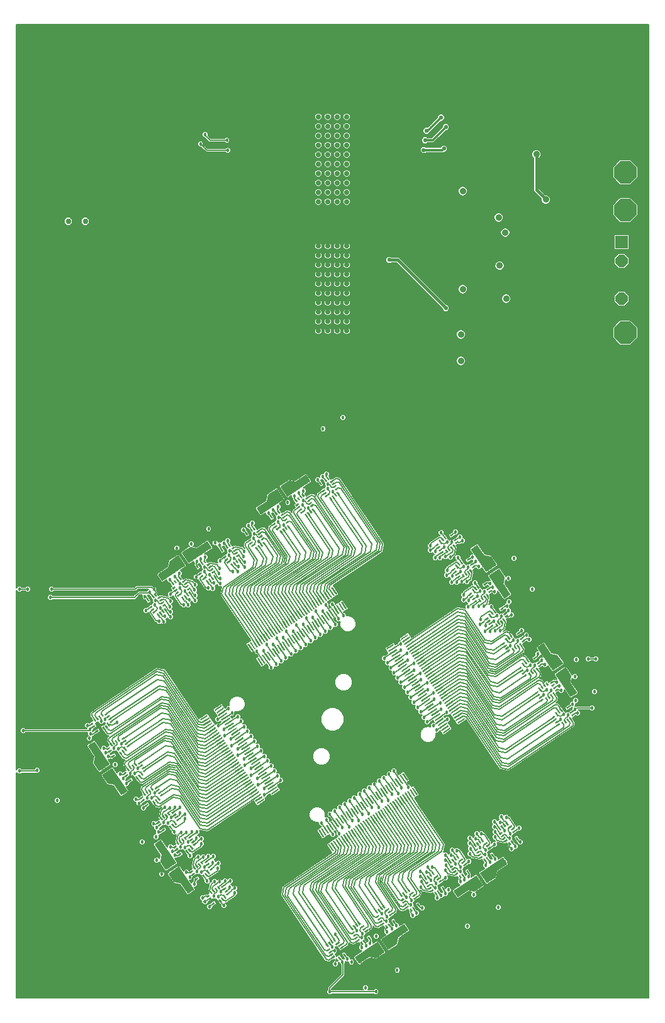
<source format=gbl>
G75*
%MOIN*%
%OFA0B0*%
%FSLAX24Y24*%
%IPPOS*%
%LPD*%
%AMOC8*
5,1,8,0,0,1.08239X$1,22.5*
%
%ADD10R,0.0079X0.0449*%
%ADD11R,0.0182X0.0089*%
%ADD12R,0.0261X0.0089*%
%ADD13OC8,0.0240*%
%ADD14R,0.0270X0.0300*%
%ADD15R,0.0350X0.0420*%
%ADD16OC8,0.0650*%
%ADD17R,0.0650X0.0650*%
%ADD18C,0.0160*%
%ADD19C,0.0050*%
%ADD20C,0.0295*%
%ADD21OC8,0.1181*%
%ADD22C,0.0354*%
%ADD23C,0.0180*%
%ADD24C,0.0230*%
%ADD25C,0.0070*%
%ADD26C,0.0240*%
%ADD27C,0.0100*%
%ADD28C,0.0120*%
D10*
G36*
X011437Y016325D02*
X011393Y016390D01*
X011763Y016639D01*
X011807Y016574D01*
X011437Y016325D01*
G37*
G36*
X011525Y016194D02*
X011481Y016259D01*
X011851Y016508D01*
X011895Y016443D01*
X011525Y016194D01*
G37*
G36*
X011613Y016064D02*
X011569Y016129D01*
X011939Y016378D01*
X011983Y016313D01*
X011613Y016064D01*
G37*
G36*
X011701Y015933D02*
X011657Y015998D01*
X012027Y016247D01*
X012071Y016182D01*
X011701Y015933D01*
G37*
G36*
X011789Y015803D02*
X011745Y015868D01*
X012115Y016117D01*
X012159Y016052D01*
X011789Y015803D01*
G37*
G36*
X011877Y015672D02*
X011833Y015737D01*
X012203Y015986D01*
X012247Y015921D01*
X011877Y015672D01*
G37*
G36*
X011966Y015541D02*
X011922Y015606D01*
X012292Y015855D01*
X012336Y015790D01*
X011966Y015541D01*
G37*
G36*
X012054Y015411D02*
X012010Y015476D01*
X012380Y015725D01*
X012424Y015660D01*
X012054Y015411D01*
G37*
G36*
X012142Y015280D02*
X012098Y015345D01*
X012468Y015594D01*
X012512Y015529D01*
X012142Y015280D01*
G37*
G36*
X012230Y015150D02*
X012186Y015215D01*
X012556Y015464D01*
X012600Y015399D01*
X012230Y015150D01*
G37*
G36*
X012318Y015019D02*
X012274Y015084D01*
X012644Y015333D01*
X012688Y015268D01*
X012318Y015019D01*
G37*
G36*
X012406Y014889D02*
X012362Y014954D01*
X012732Y015203D01*
X012776Y015138D01*
X012406Y014889D01*
G37*
G36*
X012494Y014758D02*
X012450Y014823D01*
X012820Y015072D01*
X012864Y015007D01*
X012494Y014758D01*
G37*
G36*
X012582Y014628D02*
X012538Y014693D01*
X012908Y014942D01*
X012952Y014877D01*
X012582Y014628D01*
G37*
G36*
X012670Y014497D02*
X012626Y014562D01*
X012996Y014811D01*
X013040Y014746D01*
X012670Y014497D01*
G37*
G36*
X012758Y014366D02*
X012714Y014431D01*
X013084Y014680D01*
X013128Y014615D01*
X012758Y014366D01*
G37*
G36*
X012846Y014236D02*
X012802Y014301D01*
X013172Y014550D01*
X013216Y014485D01*
X012846Y014236D01*
G37*
G36*
X012934Y014105D02*
X012890Y014170D01*
X013260Y014419D01*
X013304Y014354D01*
X012934Y014105D01*
G37*
G36*
X013022Y013975D02*
X012978Y014040D01*
X013348Y014289D01*
X013392Y014224D01*
X013022Y013975D01*
G37*
G36*
X013110Y013844D02*
X013066Y013909D01*
X013436Y014158D01*
X013480Y014093D01*
X013110Y013844D01*
G37*
G36*
X013198Y013714D02*
X013154Y013779D01*
X013524Y014028D01*
X013568Y013963D01*
X013198Y013714D01*
G37*
G36*
X013286Y013583D02*
X013242Y013648D01*
X013612Y013897D01*
X013656Y013832D01*
X013286Y013583D01*
G37*
G36*
X013375Y013453D02*
X013331Y013518D01*
X013701Y013767D01*
X013745Y013702D01*
X013375Y013453D01*
G37*
G36*
X013463Y013322D02*
X013419Y013387D01*
X013789Y013636D01*
X013833Y013571D01*
X013463Y013322D01*
G37*
G36*
X013551Y013191D02*
X013507Y013256D01*
X013877Y013505D01*
X013921Y013440D01*
X013551Y013191D01*
G37*
G36*
X013639Y013061D02*
X013595Y013126D01*
X013965Y013375D01*
X014009Y013310D01*
X013639Y013061D01*
G37*
G36*
X013727Y012930D02*
X013683Y012995D01*
X014053Y013244D01*
X014097Y013179D01*
X013727Y012930D01*
G37*
G36*
X013815Y012800D02*
X013771Y012865D01*
X014141Y013114D01*
X014185Y013049D01*
X013815Y012800D01*
G37*
G36*
X013903Y012669D02*
X013859Y012734D01*
X014229Y012983D01*
X014273Y012918D01*
X013903Y012669D01*
G37*
G36*
X013991Y012539D02*
X013947Y012604D01*
X014317Y012853D01*
X014361Y012788D01*
X013991Y012539D01*
G37*
G36*
X014079Y012408D02*
X014035Y012473D01*
X014405Y012722D01*
X014449Y012657D01*
X014079Y012408D01*
G37*
G36*
X014167Y012278D02*
X014123Y012343D01*
X014493Y012592D01*
X014537Y012527D01*
X014167Y012278D01*
G37*
G36*
X014255Y012147D02*
X014211Y012212D01*
X014581Y012461D01*
X014625Y012396D01*
X014255Y012147D01*
G37*
G36*
X015345Y012976D02*
X015389Y012911D01*
X015019Y012662D01*
X014975Y012727D01*
X015345Y012976D01*
G37*
G36*
X015257Y013107D02*
X015301Y013042D01*
X014931Y012793D01*
X014887Y012858D01*
X015257Y013107D01*
G37*
G36*
X015169Y013237D02*
X015213Y013172D01*
X014843Y012923D01*
X014799Y012988D01*
X015169Y013237D01*
G37*
G36*
X015081Y013368D02*
X015125Y013303D01*
X014755Y013054D01*
X014711Y013119D01*
X015081Y013368D01*
G37*
G36*
X014993Y013498D02*
X015037Y013433D01*
X014667Y013184D01*
X014623Y013249D01*
X014993Y013498D01*
G37*
G36*
X014905Y013629D02*
X014949Y013564D01*
X014579Y013315D01*
X014535Y013380D01*
X014905Y013629D01*
G37*
G36*
X014817Y013759D02*
X014861Y013694D01*
X014491Y013445D01*
X014447Y013510D01*
X014817Y013759D01*
G37*
G36*
X014728Y013890D02*
X014772Y013825D01*
X014402Y013576D01*
X014358Y013641D01*
X014728Y013890D01*
G37*
G36*
X014640Y014021D02*
X014684Y013956D01*
X014314Y013707D01*
X014270Y013772D01*
X014640Y014021D01*
G37*
G36*
X014552Y014151D02*
X014596Y014086D01*
X014226Y013837D01*
X014182Y013902D01*
X014552Y014151D01*
G37*
G36*
X014464Y014282D02*
X014508Y014217D01*
X014138Y013968D01*
X014094Y014033D01*
X014464Y014282D01*
G37*
G36*
X014376Y014412D02*
X014420Y014347D01*
X014050Y014098D01*
X014006Y014163D01*
X014376Y014412D01*
G37*
G36*
X014288Y014543D02*
X014332Y014478D01*
X013962Y014229D01*
X013918Y014294D01*
X014288Y014543D01*
G37*
G36*
X014200Y014673D02*
X014244Y014608D01*
X013874Y014359D01*
X013830Y014424D01*
X014200Y014673D01*
G37*
G36*
X014112Y014804D02*
X014156Y014739D01*
X013786Y014490D01*
X013742Y014555D01*
X014112Y014804D01*
G37*
G36*
X014024Y014934D02*
X014068Y014869D01*
X013698Y014620D01*
X013654Y014685D01*
X014024Y014934D01*
G37*
G36*
X013936Y015065D02*
X013980Y015000D01*
X013610Y014751D01*
X013566Y014816D01*
X013936Y015065D01*
G37*
G36*
X013848Y015196D02*
X013892Y015131D01*
X013522Y014882D01*
X013478Y014947D01*
X013848Y015196D01*
G37*
G36*
X013760Y015326D02*
X013804Y015261D01*
X013434Y015012D01*
X013390Y015077D01*
X013760Y015326D01*
G37*
G36*
X013672Y015457D02*
X013716Y015392D01*
X013346Y015143D01*
X013302Y015208D01*
X013672Y015457D01*
G37*
G36*
X013584Y015587D02*
X013628Y015522D01*
X013258Y015273D01*
X013214Y015338D01*
X013584Y015587D01*
G37*
G36*
X013496Y015718D02*
X013540Y015653D01*
X013170Y015404D01*
X013126Y015469D01*
X013496Y015718D01*
G37*
G36*
X013408Y015848D02*
X013452Y015783D01*
X013082Y015534D01*
X013038Y015599D01*
X013408Y015848D01*
G37*
G36*
X013319Y015979D02*
X013363Y015914D01*
X012993Y015665D01*
X012949Y015730D01*
X013319Y015979D01*
G37*
G36*
X013231Y016110D02*
X013275Y016045D01*
X012905Y015796D01*
X012861Y015861D01*
X013231Y016110D01*
G37*
G36*
X013143Y016240D02*
X013187Y016175D01*
X012817Y015926D01*
X012773Y015991D01*
X013143Y016240D01*
G37*
G36*
X013055Y016371D02*
X013099Y016306D01*
X012729Y016057D01*
X012685Y016122D01*
X013055Y016371D01*
G37*
G36*
X012967Y016501D02*
X013011Y016436D01*
X012641Y016187D01*
X012597Y016252D01*
X012967Y016501D01*
G37*
G36*
X012879Y016632D02*
X012923Y016567D01*
X012553Y016318D01*
X012509Y016383D01*
X012879Y016632D01*
G37*
G36*
X012791Y016762D02*
X012835Y016697D01*
X012465Y016448D01*
X012421Y016513D01*
X012791Y016762D01*
G37*
G36*
X012703Y016893D02*
X012747Y016828D01*
X012377Y016579D01*
X012333Y016644D01*
X012703Y016893D01*
G37*
G36*
X012615Y017023D02*
X012659Y016958D01*
X012289Y016709D01*
X012245Y016774D01*
X012615Y017023D01*
G37*
G36*
X012527Y017154D02*
X012571Y017089D01*
X012201Y016840D01*
X012157Y016905D01*
X012527Y017154D01*
G37*
G36*
X012439Y017285D02*
X012483Y017220D01*
X012113Y016971D01*
X012069Y017036D01*
X012439Y017285D01*
G37*
G36*
X012351Y017415D02*
X012395Y017350D01*
X012025Y017101D01*
X011981Y017166D01*
X012351Y017415D01*
G37*
G36*
X011261Y016586D02*
X011217Y016651D01*
X011587Y016900D01*
X011631Y016835D01*
X011261Y016586D01*
G37*
G36*
X011349Y016455D02*
X011305Y016520D01*
X011675Y016769D01*
X011719Y016704D01*
X011349Y016455D01*
G37*
G36*
X013722Y020641D02*
X013787Y020685D01*
X014036Y020315D01*
X013971Y020271D01*
X013722Y020641D01*
G37*
G36*
X013852Y020729D02*
X013917Y020773D01*
X014166Y020403D01*
X014101Y020359D01*
X013852Y020729D01*
G37*
G36*
X013983Y020817D02*
X014048Y020861D01*
X014297Y020491D01*
X014232Y020447D01*
X013983Y020817D01*
G37*
G36*
X014113Y020905D02*
X014178Y020949D01*
X014427Y020579D01*
X014362Y020535D01*
X014113Y020905D01*
G37*
G36*
X014244Y020993D02*
X014309Y021037D01*
X014558Y020667D01*
X014493Y020623D01*
X014244Y020993D01*
G37*
G36*
X014375Y021081D02*
X014440Y021125D01*
X014689Y020755D01*
X014624Y020711D01*
X014375Y021081D01*
G37*
G36*
X014505Y021169D02*
X014570Y021213D01*
X014819Y020843D01*
X014754Y020799D01*
X014505Y021169D01*
G37*
G36*
X014636Y021257D02*
X014701Y021301D01*
X014950Y020931D01*
X014885Y020887D01*
X014636Y021257D01*
G37*
G36*
X014766Y021345D02*
X014831Y021389D01*
X015080Y021019D01*
X015015Y020975D01*
X014766Y021345D01*
G37*
G36*
X014897Y021433D02*
X014962Y021477D01*
X015211Y021107D01*
X015146Y021063D01*
X014897Y021433D01*
G37*
G36*
X015027Y021521D02*
X015092Y021565D01*
X015341Y021195D01*
X015276Y021151D01*
X015027Y021521D01*
G37*
G36*
X015158Y021609D02*
X015223Y021653D01*
X015472Y021283D01*
X015407Y021239D01*
X015158Y021609D01*
G37*
G36*
X015288Y021697D02*
X015353Y021741D01*
X015602Y021371D01*
X015537Y021327D01*
X015288Y021697D01*
G37*
G36*
X015419Y021785D02*
X015484Y021829D01*
X015733Y021459D01*
X015668Y021415D01*
X015419Y021785D01*
G37*
G36*
X015550Y021873D02*
X015615Y021917D01*
X015864Y021547D01*
X015799Y021503D01*
X015550Y021873D01*
G37*
G36*
X015680Y021961D02*
X015745Y022005D01*
X015994Y021635D01*
X015929Y021591D01*
X015680Y021961D01*
G37*
G36*
X015811Y022050D02*
X015876Y022094D01*
X016125Y021724D01*
X016060Y021680D01*
X015811Y022050D01*
G37*
G36*
X015941Y022138D02*
X016006Y022182D01*
X016255Y021812D01*
X016190Y021768D01*
X015941Y022138D01*
G37*
G36*
X016072Y022226D02*
X016137Y022270D01*
X016386Y021900D01*
X016321Y021856D01*
X016072Y022226D01*
G37*
G36*
X016202Y022314D02*
X016267Y022358D01*
X016516Y021988D01*
X016451Y021944D01*
X016202Y022314D01*
G37*
G36*
X016333Y022402D02*
X016398Y022446D01*
X016647Y022076D01*
X016582Y022032D01*
X016333Y022402D01*
G37*
G36*
X016463Y022490D02*
X016528Y022534D01*
X016777Y022164D01*
X016712Y022120D01*
X016463Y022490D01*
G37*
G36*
X016594Y022578D02*
X016659Y022622D01*
X016908Y022252D01*
X016843Y022208D01*
X016594Y022578D01*
G37*
G36*
X016725Y022666D02*
X016790Y022710D01*
X017039Y022340D01*
X016974Y022296D01*
X016725Y022666D01*
G37*
G36*
X016855Y022754D02*
X016920Y022798D01*
X017169Y022428D01*
X017104Y022384D01*
X016855Y022754D01*
G37*
G36*
X016986Y022842D02*
X017051Y022886D01*
X017300Y022516D01*
X017235Y022472D01*
X016986Y022842D01*
G37*
G36*
X017116Y022930D02*
X017181Y022974D01*
X017430Y022604D01*
X017365Y022560D01*
X017116Y022930D01*
G37*
G36*
X017247Y023018D02*
X017312Y023062D01*
X017561Y022692D01*
X017496Y022648D01*
X017247Y023018D01*
G37*
G36*
X017377Y023106D02*
X017442Y023150D01*
X017691Y022780D01*
X017626Y022736D01*
X017377Y023106D01*
G37*
G36*
X017508Y023194D02*
X017573Y023238D01*
X017822Y022868D01*
X017757Y022824D01*
X017508Y023194D01*
G37*
G36*
X017638Y023282D02*
X017703Y023326D01*
X017952Y022956D01*
X017887Y022912D01*
X017638Y023282D01*
G37*
G36*
X017769Y023370D02*
X017834Y023414D01*
X018083Y023044D01*
X018018Y023000D01*
X017769Y023370D01*
G37*
G36*
X017900Y023458D02*
X017965Y023502D01*
X018214Y023132D01*
X018149Y023088D01*
X017900Y023458D01*
G37*
G36*
X018030Y023547D02*
X018095Y023591D01*
X018344Y023221D01*
X018279Y023177D01*
X018030Y023547D01*
G37*
G36*
X018161Y023635D02*
X018226Y023679D01*
X018475Y023309D01*
X018410Y023265D01*
X018161Y023635D01*
G37*
G36*
X018990Y022545D02*
X018925Y022501D01*
X018676Y022871D01*
X018741Y022915D01*
X018990Y022545D01*
G37*
G36*
X018859Y022457D02*
X018794Y022413D01*
X018545Y022783D01*
X018610Y022827D01*
X018859Y022457D01*
G37*
G36*
X018729Y022369D02*
X018664Y022325D01*
X018415Y022695D01*
X018480Y022739D01*
X018729Y022369D01*
G37*
G36*
X018598Y022281D02*
X018533Y022237D01*
X018284Y022607D01*
X018349Y022651D01*
X018598Y022281D01*
G37*
G36*
X018468Y022193D02*
X018403Y022149D01*
X018154Y022519D01*
X018219Y022563D01*
X018468Y022193D01*
G37*
G36*
X018337Y022105D02*
X018272Y022061D01*
X018023Y022431D01*
X018088Y022475D01*
X018337Y022105D01*
G37*
G36*
X018207Y022016D02*
X018142Y021972D01*
X017893Y022342D01*
X017958Y022386D01*
X018207Y022016D01*
G37*
G36*
X018076Y021928D02*
X018011Y021884D01*
X017762Y022254D01*
X017827Y022298D01*
X018076Y021928D01*
G37*
G36*
X017945Y021840D02*
X017880Y021796D01*
X017631Y022166D01*
X017696Y022210D01*
X017945Y021840D01*
G37*
G36*
X017815Y021752D02*
X017750Y021708D01*
X017501Y022078D01*
X017566Y022122D01*
X017815Y021752D01*
G37*
G36*
X017684Y021664D02*
X017619Y021620D01*
X017370Y021990D01*
X017435Y022034D01*
X017684Y021664D01*
G37*
G36*
X017554Y021576D02*
X017489Y021532D01*
X017240Y021902D01*
X017305Y021946D01*
X017554Y021576D01*
G37*
G36*
X017423Y021488D02*
X017358Y021444D01*
X017109Y021814D01*
X017174Y021858D01*
X017423Y021488D01*
G37*
G36*
X017293Y021400D02*
X017228Y021356D01*
X016979Y021726D01*
X017044Y021770D01*
X017293Y021400D01*
G37*
G36*
X017162Y021312D02*
X017097Y021268D01*
X016848Y021638D01*
X016913Y021682D01*
X017162Y021312D01*
G37*
G36*
X017032Y021224D02*
X016967Y021180D01*
X016718Y021550D01*
X016783Y021594D01*
X017032Y021224D01*
G37*
G36*
X016901Y021136D02*
X016836Y021092D01*
X016587Y021462D01*
X016652Y021506D01*
X016901Y021136D01*
G37*
G36*
X016770Y021048D02*
X016705Y021004D01*
X016456Y021374D01*
X016521Y021418D01*
X016770Y021048D01*
G37*
G36*
X016640Y020960D02*
X016575Y020916D01*
X016326Y021286D01*
X016391Y021330D01*
X016640Y020960D01*
G37*
G36*
X016509Y020872D02*
X016444Y020828D01*
X016195Y021198D01*
X016260Y021242D01*
X016509Y020872D01*
G37*
G36*
X016379Y020784D02*
X016314Y020740D01*
X016065Y021110D01*
X016130Y021154D01*
X016379Y020784D01*
G37*
G36*
X016248Y020696D02*
X016183Y020652D01*
X015934Y021022D01*
X015999Y021066D01*
X016248Y020696D01*
G37*
G36*
X016118Y020607D02*
X016053Y020563D01*
X015804Y020933D01*
X015869Y020977D01*
X016118Y020607D01*
G37*
G36*
X015987Y020519D02*
X015922Y020475D01*
X015673Y020845D01*
X015738Y020889D01*
X015987Y020519D01*
G37*
G36*
X015857Y020431D02*
X015792Y020387D01*
X015543Y020757D01*
X015608Y020801D01*
X015857Y020431D01*
G37*
G36*
X015726Y020343D02*
X015661Y020299D01*
X015412Y020669D01*
X015477Y020713D01*
X015726Y020343D01*
G37*
G36*
X015595Y020255D02*
X015530Y020211D01*
X015281Y020581D01*
X015346Y020625D01*
X015595Y020255D01*
G37*
G36*
X015465Y020167D02*
X015400Y020123D01*
X015151Y020493D01*
X015216Y020537D01*
X015465Y020167D01*
G37*
G36*
X015334Y020079D02*
X015269Y020035D01*
X015020Y020405D01*
X015085Y020449D01*
X015334Y020079D01*
G37*
G36*
X015204Y019991D02*
X015139Y019947D01*
X014890Y020317D01*
X014955Y020361D01*
X015204Y019991D01*
G37*
G36*
X015073Y019903D02*
X015008Y019859D01*
X014759Y020229D01*
X014824Y020273D01*
X015073Y019903D01*
G37*
G36*
X014943Y019815D02*
X014878Y019771D01*
X014629Y020141D01*
X014694Y020185D01*
X014943Y019815D01*
G37*
G36*
X014812Y019727D02*
X014747Y019683D01*
X014498Y020053D01*
X014563Y020097D01*
X014812Y019727D01*
G37*
G36*
X014682Y019639D02*
X014617Y019595D01*
X014368Y019965D01*
X014433Y020009D01*
X014682Y019639D01*
G37*
G36*
X014551Y019551D02*
X014486Y019507D01*
X014237Y019877D01*
X014302Y019921D01*
X014551Y019551D01*
G37*
G36*
X019439Y012097D02*
X019504Y012141D01*
X019753Y011771D01*
X019688Y011727D01*
X019439Y012097D01*
G37*
G36*
X019308Y012009D02*
X019373Y012053D01*
X019622Y011683D01*
X019557Y011639D01*
X019308Y012009D01*
G37*
G36*
X019178Y011921D02*
X019243Y011965D01*
X019492Y011595D01*
X019427Y011551D01*
X019178Y011921D01*
G37*
G36*
X019047Y011833D02*
X019112Y011877D01*
X019361Y011507D01*
X019296Y011463D01*
X019047Y011833D01*
G37*
G36*
X018917Y011745D02*
X018982Y011789D01*
X019231Y011419D01*
X019166Y011375D01*
X018917Y011745D01*
G37*
G36*
X018786Y011657D02*
X018851Y011701D01*
X019100Y011331D01*
X019035Y011287D01*
X018786Y011657D01*
G37*
G36*
X018656Y011569D02*
X018721Y011613D01*
X018970Y011243D01*
X018905Y011199D01*
X018656Y011569D01*
G37*
G36*
X018525Y011480D02*
X018590Y011524D01*
X018839Y011154D01*
X018774Y011110D01*
X018525Y011480D01*
G37*
G36*
X018394Y011392D02*
X018459Y011436D01*
X018708Y011066D01*
X018643Y011022D01*
X018394Y011392D01*
G37*
G36*
X018264Y011304D02*
X018329Y011348D01*
X018578Y010978D01*
X018513Y010934D01*
X018264Y011304D01*
G37*
G36*
X018133Y011216D02*
X018198Y011260D01*
X018447Y010890D01*
X018382Y010846D01*
X018133Y011216D01*
G37*
G36*
X018003Y011128D02*
X018068Y011172D01*
X018317Y010802D01*
X018252Y010758D01*
X018003Y011128D01*
G37*
G36*
X017872Y011040D02*
X017937Y011084D01*
X018186Y010714D01*
X018121Y010670D01*
X017872Y011040D01*
G37*
G36*
X017742Y010952D02*
X017807Y010996D01*
X018056Y010626D01*
X017991Y010582D01*
X017742Y010952D01*
G37*
G36*
X017611Y010864D02*
X017676Y010908D01*
X017925Y010538D01*
X017860Y010494D01*
X017611Y010864D01*
G37*
G36*
X017481Y010776D02*
X017546Y010820D01*
X017795Y010450D01*
X017730Y010406D01*
X017481Y010776D01*
G37*
G36*
X018310Y009686D02*
X018245Y009642D01*
X017996Y010012D01*
X018061Y010056D01*
X018310Y009686D01*
G37*
G36*
X018440Y009774D02*
X018375Y009730D01*
X018126Y010100D01*
X018191Y010144D01*
X018440Y009774D01*
G37*
G36*
X018571Y009862D02*
X018506Y009818D01*
X018257Y010188D01*
X018322Y010232D01*
X018571Y009862D01*
G37*
G36*
X018701Y009950D02*
X018636Y009906D01*
X018387Y010276D01*
X018452Y010320D01*
X018701Y009950D01*
G37*
G36*
X018832Y010038D02*
X018767Y009994D01*
X018518Y010364D01*
X018583Y010408D01*
X018832Y010038D01*
G37*
G36*
X018963Y010127D02*
X018898Y010083D01*
X018649Y010453D01*
X018714Y010497D01*
X018963Y010127D01*
G37*
G36*
X019093Y010215D02*
X019028Y010171D01*
X018779Y010541D01*
X018844Y010585D01*
X019093Y010215D01*
G37*
G36*
X019224Y010303D02*
X019159Y010259D01*
X018910Y010629D01*
X018975Y010673D01*
X019224Y010303D01*
G37*
G36*
X019354Y010391D02*
X019289Y010347D01*
X019040Y010717D01*
X019105Y010761D01*
X019354Y010391D01*
G37*
G36*
X019485Y010479D02*
X019420Y010435D01*
X019171Y010805D01*
X019236Y010849D01*
X019485Y010479D01*
G37*
G36*
X019615Y010567D02*
X019550Y010523D01*
X019301Y010893D01*
X019366Y010937D01*
X019615Y010567D01*
G37*
G36*
X019746Y010655D02*
X019681Y010611D01*
X019432Y010981D01*
X019497Y011025D01*
X019746Y010655D01*
G37*
G36*
X019876Y010743D02*
X019811Y010699D01*
X019562Y011069D01*
X019627Y011113D01*
X019876Y010743D01*
G37*
G36*
X020007Y010831D02*
X019942Y010787D01*
X019693Y011157D01*
X019758Y011201D01*
X020007Y010831D01*
G37*
G36*
X020138Y010919D02*
X020073Y010875D01*
X019824Y011245D01*
X019889Y011289D01*
X020138Y010919D01*
G37*
G36*
X020268Y011007D02*
X020203Y010963D01*
X019954Y011333D01*
X020019Y011377D01*
X020268Y011007D01*
G37*
G36*
X020399Y011095D02*
X020334Y011051D01*
X020085Y011421D01*
X020150Y011465D01*
X020399Y011095D01*
G37*
G36*
X020529Y011183D02*
X020464Y011139D01*
X020215Y011509D01*
X020280Y011553D01*
X020529Y011183D01*
G37*
G36*
X020660Y011271D02*
X020595Y011227D01*
X020346Y011597D01*
X020411Y011641D01*
X020660Y011271D01*
G37*
G36*
X020790Y011359D02*
X020725Y011315D01*
X020476Y011685D01*
X020541Y011729D01*
X020790Y011359D01*
G37*
G36*
X020921Y011447D02*
X020856Y011403D01*
X020607Y011773D01*
X020672Y011817D01*
X020921Y011447D01*
G37*
G36*
X021051Y011536D02*
X020986Y011492D01*
X020737Y011862D01*
X020802Y011906D01*
X021051Y011536D01*
G37*
G36*
X021182Y011624D02*
X021117Y011580D01*
X020868Y011950D01*
X020933Y011994D01*
X021182Y011624D01*
G37*
G36*
X021313Y011712D02*
X021248Y011668D01*
X020999Y012038D01*
X021064Y012082D01*
X021313Y011712D01*
G37*
G36*
X021443Y011800D02*
X021378Y011756D01*
X021129Y012126D01*
X021194Y012170D01*
X021443Y011800D01*
G37*
G36*
X021574Y011888D02*
X021509Y011844D01*
X021260Y012214D01*
X021325Y012258D01*
X021574Y011888D01*
G37*
G36*
X021704Y011976D02*
X021639Y011932D01*
X021390Y012302D01*
X021455Y012346D01*
X021704Y011976D01*
G37*
G36*
X021835Y012064D02*
X021770Y012020D01*
X021521Y012390D01*
X021586Y012434D01*
X021835Y012064D01*
G37*
G36*
X021965Y012152D02*
X021900Y012108D01*
X021651Y012478D01*
X021716Y012522D01*
X021965Y012152D01*
G37*
G36*
X022096Y012240D02*
X022031Y012196D01*
X021782Y012566D01*
X021847Y012610D01*
X022096Y012240D01*
G37*
G36*
X022226Y012328D02*
X022161Y012284D01*
X021912Y012654D01*
X021977Y012698D01*
X022226Y012328D01*
G37*
G36*
X022357Y012416D02*
X022292Y012372D01*
X022043Y012742D01*
X022108Y012786D01*
X022357Y012416D01*
G37*
G36*
X022488Y012504D02*
X022423Y012460D01*
X022174Y012830D01*
X022239Y012874D01*
X022488Y012504D01*
G37*
G36*
X022618Y012592D02*
X022553Y012548D01*
X022304Y012918D01*
X022369Y012962D01*
X022618Y012592D01*
G37*
G36*
X022749Y012680D02*
X022684Y012636D01*
X022435Y013006D01*
X022500Y013050D01*
X022749Y012680D01*
G37*
G36*
X021920Y013770D02*
X021985Y013814D01*
X022234Y013444D01*
X022169Y013400D01*
X021920Y013770D01*
G37*
G36*
X021789Y013682D02*
X021854Y013726D01*
X022103Y013356D01*
X022038Y013312D01*
X021789Y013682D01*
G37*
G36*
X021658Y013594D02*
X021723Y013638D01*
X021972Y013268D01*
X021907Y013224D01*
X021658Y013594D01*
G37*
G36*
X021528Y013506D02*
X021593Y013550D01*
X021842Y013180D01*
X021777Y013136D01*
X021528Y013506D01*
G37*
G36*
X021397Y013418D02*
X021462Y013462D01*
X021711Y013092D01*
X021646Y013048D01*
X021397Y013418D01*
G37*
G36*
X021267Y013330D02*
X021332Y013374D01*
X021581Y013004D01*
X021516Y012960D01*
X021267Y013330D01*
G37*
G36*
X021136Y013242D02*
X021201Y013286D01*
X021450Y012916D01*
X021385Y012872D01*
X021136Y013242D01*
G37*
G36*
X021006Y013154D02*
X021071Y013198D01*
X021320Y012828D01*
X021255Y012784D01*
X021006Y013154D01*
G37*
G36*
X020875Y013066D02*
X020940Y013110D01*
X021189Y012740D01*
X021124Y012696D01*
X020875Y013066D01*
G37*
G36*
X020745Y012978D02*
X020810Y013022D01*
X021059Y012652D01*
X020994Y012608D01*
X020745Y012978D01*
G37*
G36*
X020614Y012889D02*
X020679Y012933D01*
X020928Y012563D01*
X020863Y012519D01*
X020614Y012889D01*
G37*
G36*
X020483Y012801D02*
X020548Y012845D01*
X020797Y012475D01*
X020732Y012431D01*
X020483Y012801D01*
G37*
G36*
X020353Y012713D02*
X020418Y012757D01*
X020667Y012387D01*
X020602Y012343D01*
X020353Y012713D01*
G37*
G36*
X020222Y012625D02*
X020287Y012669D01*
X020536Y012299D01*
X020471Y012255D01*
X020222Y012625D01*
G37*
G36*
X020092Y012537D02*
X020157Y012581D01*
X020406Y012211D01*
X020341Y012167D01*
X020092Y012537D01*
G37*
G36*
X019961Y012449D02*
X020026Y012493D01*
X020275Y012123D01*
X020210Y012079D01*
X019961Y012449D01*
G37*
G36*
X019831Y012361D02*
X019896Y012405D01*
X020145Y012035D01*
X020080Y011991D01*
X019831Y012361D01*
G37*
G36*
X019700Y012273D02*
X019765Y012317D01*
X020014Y011947D01*
X019949Y011903D01*
X019700Y012273D01*
G37*
G36*
X019569Y012185D02*
X019634Y012229D01*
X019883Y011859D01*
X019818Y011815D01*
X019569Y012185D01*
G37*
G36*
X023151Y017342D02*
X023107Y017407D01*
X023477Y017656D01*
X023521Y017591D01*
X023151Y017342D01*
G37*
G36*
X023239Y017211D02*
X023195Y017276D01*
X023565Y017525D01*
X023609Y017460D01*
X023239Y017211D01*
G37*
G36*
X023327Y017081D02*
X023283Y017146D01*
X023653Y017395D01*
X023697Y017330D01*
X023327Y017081D01*
G37*
G36*
X023415Y016950D02*
X023371Y017015D01*
X023741Y017264D01*
X023785Y017199D01*
X023415Y016950D01*
G37*
G36*
X023503Y016820D02*
X023459Y016885D01*
X023829Y017134D01*
X023873Y017069D01*
X023503Y016820D01*
G37*
G36*
X023591Y016689D02*
X023547Y016754D01*
X023917Y017003D01*
X023961Y016938D01*
X023591Y016689D01*
G37*
G36*
X023679Y016559D02*
X023635Y016624D01*
X024005Y016873D01*
X024049Y016808D01*
X023679Y016559D01*
G37*
G36*
X023767Y016428D02*
X023723Y016493D01*
X024093Y016742D01*
X024137Y016677D01*
X023767Y016428D01*
G37*
G36*
X023855Y016297D02*
X023811Y016362D01*
X024181Y016611D01*
X024225Y016546D01*
X023855Y016297D01*
G37*
G36*
X023944Y016167D02*
X023900Y016232D01*
X024270Y016481D01*
X024314Y016416D01*
X023944Y016167D01*
G37*
G36*
X024032Y016036D02*
X023988Y016101D01*
X024358Y016350D01*
X024402Y016285D01*
X024032Y016036D01*
G37*
G36*
X024120Y015906D02*
X024076Y015971D01*
X024446Y016220D01*
X024490Y016155D01*
X024120Y015906D01*
G37*
G36*
X025209Y016735D02*
X025253Y016670D01*
X024883Y016421D01*
X024839Y016486D01*
X025209Y016735D01*
G37*
G36*
X025121Y016865D02*
X025165Y016800D01*
X024795Y016551D01*
X024751Y016616D01*
X025121Y016865D01*
G37*
G36*
X025033Y016996D02*
X025077Y016931D01*
X024707Y016682D01*
X024663Y016747D01*
X025033Y016996D01*
G37*
G36*
X024945Y017127D02*
X024989Y017062D01*
X024619Y016813D01*
X024575Y016878D01*
X024945Y017127D01*
G37*
G36*
X024857Y017257D02*
X024901Y017192D01*
X024531Y016943D01*
X024487Y017008D01*
X024857Y017257D01*
G37*
G36*
X024769Y017388D02*
X024813Y017323D01*
X024443Y017074D01*
X024399Y017139D01*
X024769Y017388D01*
G37*
G36*
X024681Y017518D02*
X024725Y017453D01*
X024355Y017204D01*
X024311Y017269D01*
X024681Y017518D01*
G37*
G36*
X024593Y017649D02*
X024637Y017584D01*
X024267Y017335D01*
X024223Y017400D01*
X024593Y017649D01*
G37*
G36*
X024505Y017779D02*
X024549Y017714D01*
X024179Y017465D01*
X024135Y017530D01*
X024505Y017779D01*
G37*
G36*
X024417Y017910D02*
X024461Y017845D01*
X024091Y017596D01*
X024047Y017661D01*
X024417Y017910D01*
G37*
G36*
X024329Y018041D02*
X024373Y017976D01*
X024003Y017727D01*
X023959Y017792D01*
X024329Y018041D01*
G37*
G36*
X024241Y018171D02*
X024285Y018106D01*
X023915Y017857D01*
X023871Y017922D01*
X024241Y018171D01*
G37*
G36*
X024153Y018302D02*
X024197Y018237D01*
X023827Y017988D01*
X023783Y018053D01*
X024153Y018302D01*
G37*
G36*
X024065Y018432D02*
X024109Y018367D01*
X023739Y018118D01*
X023695Y018183D01*
X024065Y018432D01*
G37*
G36*
X023977Y018563D02*
X024021Y018498D01*
X023651Y018249D01*
X023607Y018314D01*
X023977Y018563D01*
G37*
G36*
X023888Y018693D02*
X023932Y018628D01*
X023562Y018379D01*
X023518Y018444D01*
X023888Y018693D01*
G37*
G36*
X023800Y018824D02*
X023844Y018759D01*
X023474Y018510D01*
X023430Y018575D01*
X023800Y018824D01*
G37*
G36*
X023712Y018954D02*
X023756Y018889D01*
X023386Y018640D01*
X023342Y018705D01*
X023712Y018954D01*
G37*
G36*
X023624Y019085D02*
X023668Y019020D01*
X023298Y018771D01*
X023254Y018836D01*
X023624Y019085D01*
G37*
G36*
X023536Y019216D02*
X023580Y019151D01*
X023210Y018902D01*
X023166Y018967D01*
X023536Y019216D01*
G37*
G36*
X023448Y019346D02*
X023492Y019281D01*
X023122Y019032D01*
X023078Y019097D01*
X023448Y019346D01*
G37*
G36*
X023360Y019477D02*
X023404Y019412D01*
X023034Y019163D01*
X022990Y019228D01*
X023360Y019477D01*
G37*
G36*
X023272Y019607D02*
X023316Y019542D01*
X022946Y019293D01*
X022902Y019358D01*
X023272Y019607D01*
G37*
G36*
X023184Y019738D02*
X023228Y019673D01*
X022858Y019424D01*
X022814Y019489D01*
X023184Y019738D01*
G37*
G36*
X023096Y019868D02*
X023140Y019803D01*
X022770Y019554D01*
X022726Y019619D01*
X023096Y019868D01*
G37*
G36*
X023008Y019999D02*
X023052Y019934D01*
X022682Y019685D01*
X022638Y019750D01*
X023008Y019999D01*
G37*
G36*
X022920Y020129D02*
X022964Y020064D01*
X022594Y019815D01*
X022550Y019880D01*
X022920Y020129D01*
G37*
G36*
X022832Y020260D02*
X022876Y020195D01*
X022506Y019946D01*
X022462Y020011D01*
X022832Y020260D01*
G37*
G36*
X022744Y020391D02*
X022788Y020326D01*
X022418Y020077D01*
X022374Y020142D01*
X022744Y020391D01*
G37*
G36*
X022656Y020521D02*
X022700Y020456D01*
X022330Y020207D01*
X022286Y020272D01*
X022656Y020521D01*
G37*
G36*
X022568Y020652D02*
X022612Y020587D01*
X022242Y020338D01*
X022198Y020403D01*
X022568Y020652D01*
G37*
G36*
X022480Y020782D02*
X022524Y020717D01*
X022154Y020468D01*
X022110Y020533D01*
X022480Y020782D01*
G37*
G36*
X022391Y020913D02*
X022435Y020848D01*
X022065Y020599D01*
X022021Y020664D01*
X022391Y020913D01*
G37*
G36*
X022303Y021043D02*
X022347Y020978D01*
X021977Y020729D01*
X021933Y020794D01*
X022303Y021043D01*
G37*
G36*
X022215Y021174D02*
X022259Y021109D01*
X021889Y020860D01*
X021845Y020925D01*
X022215Y021174D01*
G37*
G36*
X021126Y020345D02*
X021082Y020410D01*
X021452Y020659D01*
X021496Y020594D01*
X021126Y020345D01*
G37*
G36*
X021214Y020214D02*
X021170Y020279D01*
X021540Y020528D01*
X021584Y020463D01*
X021214Y020214D01*
G37*
G36*
X021302Y020084D02*
X021258Y020149D01*
X021628Y020398D01*
X021672Y020333D01*
X021302Y020084D01*
G37*
G36*
X021390Y019953D02*
X021346Y020018D01*
X021716Y020267D01*
X021760Y020202D01*
X021390Y019953D01*
G37*
G36*
X021478Y019822D02*
X021434Y019887D01*
X021804Y020136D01*
X021848Y020071D01*
X021478Y019822D01*
G37*
G36*
X021566Y019692D02*
X021522Y019757D01*
X021892Y020006D01*
X021936Y019941D01*
X021566Y019692D01*
G37*
G36*
X021654Y019561D02*
X021610Y019626D01*
X021980Y019875D01*
X022024Y019810D01*
X021654Y019561D01*
G37*
G36*
X021742Y019431D02*
X021698Y019496D01*
X022068Y019745D01*
X022112Y019680D01*
X021742Y019431D01*
G37*
G36*
X021830Y019300D02*
X021786Y019365D01*
X022156Y019614D01*
X022200Y019549D01*
X021830Y019300D01*
G37*
G36*
X021918Y019170D02*
X021874Y019235D01*
X022244Y019484D01*
X022288Y019419D01*
X021918Y019170D01*
G37*
G36*
X022006Y019039D02*
X021962Y019104D01*
X022332Y019353D01*
X022376Y019288D01*
X022006Y019039D01*
G37*
G36*
X022094Y018909D02*
X022050Y018974D01*
X022420Y019223D01*
X022464Y019158D01*
X022094Y018909D01*
G37*
G36*
X022182Y018778D02*
X022138Y018843D01*
X022508Y019092D01*
X022552Y019027D01*
X022182Y018778D01*
G37*
G36*
X022270Y018647D02*
X022226Y018712D01*
X022596Y018961D01*
X022640Y018896D01*
X022270Y018647D01*
G37*
G36*
X022358Y018517D02*
X022314Y018582D01*
X022684Y018831D01*
X022728Y018766D01*
X022358Y018517D01*
G37*
G36*
X022446Y018386D02*
X022402Y018451D01*
X022772Y018700D01*
X022816Y018635D01*
X022446Y018386D01*
G37*
G36*
X022535Y018256D02*
X022491Y018321D01*
X022861Y018570D01*
X022905Y018505D01*
X022535Y018256D01*
G37*
G36*
X022623Y018125D02*
X022579Y018190D01*
X022949Y018439D01*
X022993Y018374D01*
X022623Y018125D01*
G37*
G36*
X022711Y017995D02*
X022667Y018060D01*
X023037Y018309D01*
X023081Y018244D01*
X022711Y017995D01*
G37*
G36*
X022799Y017864D02*
X022755Y017929D01*
X023125Y018178D01*
X023169Y018113D01*
X022799Y017864D01*
G37*
G36*
X022887Y017734D02*
X022843Y017799D01*
X023213Y018048D01*
X023257Y017983D01*
X022887Y017734D01*
G37*
G36*
X022975Y017603D02*
X022931Y017668D01*
X023301Y017917D01*
X023345Y017852D01*
X022975Y017603D01*
G37*
G36*
X023063Y017472D02*
X023019Y017537D01*
X023389Y017786D01*
X023433Y017721D01*
X023063Y017472D01*
G37*
D11*
G36*
X026494Y021715D02*
X026644Y021816D01*
X026694Y021743D01*
X026544Y021642D01*
X026494Y021715D01*
G37*
G36*
X026406Y021845D02*
X026556Y021946D01*
X026606Y021873D01*
X026456Y021772D01*
X026406Y021845D01*
G37*
G36*
X026318Y021976D02*
X026468Y022077D01*
X026518Y022004D01*
X026368Y021903D01*
X026318Y021976D01*
G37*
G36*
X026714Y022175D02*
X026613Y022325D01*
X026686Y022375D01*
X026787Y022225D01*
X026714Y022175D01*
G37*
G36*
X026845Y022263D02*
X026744Y022413D01*
X026817Y022463D01*
X026918Y022313D01*
X026845Y022263D01*
G37*
G36*
X026975Y022351D02*
X026874Y022501D01*
X026947Y022551D01*
X027048Y022401D01*
X026975Y022351D01*
G37*
G36*
X027301Y022532D02*
X027151Y022431D01*
X027101Y022504D01*
X027251Y022605D01*
X027301Y022532D01*
G37*
G36*
X027389Y022402D02*
X027239Y022301D01*
X027189Y022374D01*
X027339Y022475D01*
X027389Y022402D01*
G37*
G36*
X027477Y022271D02*
X027327Y022170D01*
X027277Y022243D01*
X027427Y022344D01*
X027477Y022271D01*
G37*
G36*
X027565Y022140D02*
X027415Y022039D01*
X027365Y022112D01*
X027515Y022213D01*
X027565Y022140D01*
G37*
G36*
X027300Y022029D02*
X027401Y021879D01*
X027328Y021829D01*
X027227Y021979D01*
X027300Y022029D01*
G37*
G36*
X027169Y021941D02*
X027270Y021791D01*
X027197Y021741D01*
X027096Y021891D01*
X027169Y021941D01*
G37*
G36*
X027038Y021853D02*
X027139Y021703D01*
X027066Y021653D01*
X026965Y021803D01*
X027038Y021853D01*
G37*
G36*
X026908Y021765D02*
X027009Y021615D01*
X026936Y021565D01*
X026835Y021715D01*
X026908Y021765D01*
G37*
G36*
X026582Y021584D02*
X026732Y021685D01*
X026782Y021612D01*
X026632Y021511D01*
X026582Y021584D01*
G37*
G36*
X027198Y020670D02*
X027348Y020771D01*
X027398Y020698D01*
X027248Y020597D01*
X027198Y020670D01*
G37*
G36*
X027287Y020540D02*
X027437Y020641D01*
X027487Y020568D01*
X027337Y020467D01*
X027287Y020540D01*
G37*
G36*
X027375Y020409D02*
X027525Y020510D01*
X027575Y020437D01*
X027425Y020336D01*
X027375Y020409D01*
G37*
G36*
X027463Y020278D02*
X027613Y020379D01*
X027663Y020306D01*
X027513Y020205D01*
X027463Y020278D01*
G37*
G36*
X027788Y020459D02*
X027889Y020309D01*
X027816Y020259D01*
X027715Y020409D01*
X027788Y020459D01*
G37*
G36*
X027919Y020547D02*
X028020Y020397D01*
X027947Y020347D01*
X027846Y020497D01*
X027919Y020547D01*
G37*
G36*
X028050Y020635D02*
X028151Y020485D01*
X028078Y020435D01*
X027977Y020585D01*
X028050Y020635D01*
G37*
G36*
X028180Y020723D02*
X028281Y020573D01*
X028208Y020523D01*
X028107Y020673D01*
X028180Y020723D01*
G37*
G36*
X028446Y020835D02*
X028296Y020734D01*
X028246Y020807D01*
X028396Y020908D01*
X028446Y020835D01*
G37*
G36*
X028358Y020965D02*
X028208Y020864D01*
X028158Y020937D01*
X028308Y021038D01*
X028358Y020965D01*
G37*
G36*
X028270Y021096D02*
X028120Y020995D01*
X028070Y021068D01*
X028220Y021169D01*
X028270Y021096D01*
G37*
G36*
X028182Y021227D02*
X028032Y021126D01*
X027982Y021199D01*
X028132Y021300D01*
X028182Y021227D01*
G37*
G36*
X027856Y021046D02*
X027755Y021196D01*
X027828Y021246D01*
X027929Y021096D01*
X027856Y021046D01*
G37*
G36*
X027725Y020958D02*
X027624Y021108D01*
X027697Y021158D01*
X027798Y021008D01*
X027725Y020958D01*
G37*
G36*
X027595Y020870D02*
X027494Y021020D01*
X027567Y021070D01*
X027668Y020920D01*
X027595Y020870D01*
G37*
G36*
X028475Y019564D02*
X028374Y019714D01*
X028447Y019764D01*
X028548Y019614D01*
X028475Y019564D01*
G37*
G36*
X028606Y019652D02*
X028505Y019802D01*
X028578Y019852D01*
X028679Y019702D01*
X028606Y019652D01*
G37*
G36*
X028737Y019740D02*
X028636Y019890D01*
X028709Y019940D01*
X028810Y019790D01*
X028737Y019740D01*
G37*
G36*
X029062Y019921D02*
X028912Y019820D01*
X028862Y019893D01*
X029012Y019994D01*
X029062Y019921D01*
G37*
G36*
X029150Y019790D02*
X029000Y019689D01*
X028950Y019762D01*
X029100Y019863D01*
X029150Y019790D01*
G37*
G36*
X029239Y019660D02*
X029089Y019559D01*
X029039Y019632D01*
X029189Y019733D01*
X029239Y019660D01*
G37*
G36*
X029327Y019529D02*
X029177Y019428D01*
X029127Y019501D01*
X029277Y019602D01*
X029327Y019529D01*
G37*
G36*
X029061Y019418D02*
X029162Y019268D01*
X029089Y019218D01*
X028988Y019368D01*
X029061Y019418D01*
G37*
G36*
X028930Y019330D02*
X029031Y019180D01*
X028958Y019130D01*
X028857Y019280D01*
X028930Y019330D01*
G37*
G36*
X028800Y019242D02*
X028901Y019092D01*
X028828Y019042D01*
X028727Y019192D01*
X028800Y019242D01*
G37*
G36*
X028669Y019154D02*
X028770Y019004D01*
X028697Y018954D01*
X028596Y019104D01*
X028669Y019154D01*
G37*
G36*
X028343Y018973D02*
X028493Y019074D01*
X028543Y019001D01*
X028393Y018900D01*
X028343Y018973D01*
G37*
G36*
X028255Y019103D02*
X028405Y019204D01*
X028455Y019131D01*
X028305Y019030D01*
X028255Y019103D01*
G37*
G36*
X028167Y019234D02*
X028317Y019335D01*
X028367Y019262D01*
X028217Y019161D01*
X028167Y019234D01*
G37*
G36*
X028079Y019365D02*
X028229Y019466D01*
X028279Y019393D01*
X028129Y019292D01*
X028079Y019365D01*
G37*
G36*
X028960Y018059D02*
X029110Y018160D01*
X029160Y018087D01*
X029010Y017986D01*
X028960Y018059D01*
G37*
G36*
X029048Y017928D02*
X029198Y018029D01*
X029248Y017956D01*
X029098Y017855D01*
X029048Y017928D01*
G37*
G36*
X029136Y017798D02*
X029286Y017899D01*
X029336Y017826D01*
X029186Y017725D01*
X029136Y017798D01*
G37*
G36*
X029224Y017667D02*
X029374Y017768D01*
X029424Y017695D01*
X029274Y017594D01*
X029224Y017667D01*
G37*
G36*
X029550Y017848D02*
X029651Y017698D01*
X029578Y017648D01*
X029477Y017798D01*
X029550Y017848D01*
G37*
G36*
X029680Y017936D02*
X029781Y017786D01*
X029708Y017736D01*
X029607Y017886D01*
X029680Y017936D01*
G37*
G36*
X029811Y018024D02*
X029912Y017874D01*
X029839Y017824D01*
X029738Y017974D01*
X029811Y018024D01*
G37*
G36*
X029941Y018112D02*
X030042Y017962D01*
X029969Y017912D01*
X029868Y018062D01*
X029941Y018112D01*
G37*
G36*
X030207Y018224D02*
X030057Y018123D01*
X030007Y018196D01*
X030157Y018297D01*
X030207Y018224D01*
G37*
G36*
X030119Y018354D02*
X029969Y018253D01*
X029919Y018326D01*
X030069Y018427D01*
X030119Y018354D01*
G37*
G36*
X030031Y018485D02*
X029881Y018384D01*
X029831Y018457D01*
X029981Y018558D01*
X030031Y018485D01*
G37*
G36*
X029943Y018615D02*
X029793Y018514D01*
X029743Y018587D01*
X029893Y018688D01*
X029943Y018615D01*
G37*
G36*
X029617Y018435D02*
X029516Y018585D01*
X029589Y018635D01*
X029690Y018485D01*
X029617Y018435D01*
G37*
G36*
X029487Y018346D02*
X029386Y018496D01*
X029459Y018546D01*
X029560Y018396D01*
X029487Y018346D01*
G37*
G36*
X029356Y018258D02*
X029255Y018408D01*
X029328Y018458D01*
X029429Y018308D01*
X029356Y018258D01*
G37*
G36*
X030237Y016953D02*
X030136Y017103D01*
X030209Y017153D01*
X030310Y017003D01*
X030237Y016953D01*
G37*
G36*
X030367Y017041D02*
X030266Y017191D01*
X030339Y017241D01*
X030440Y017091D01*
X030367Y017041D01*
G37*
G36*
X030498Y017129D02*
X030397Y017279D01*
X030470Y017329D01*
X030571Y017179D01*
X030498Y017129D01*
G37*
G36*
X030824Y017310D02*
X030674Y017209D01*
X030624Y017282D01*
X030774Y017383D01*
X030824Y017310D01*
G37*
G36*
X030912Y017179D02*
X030762Y017078D01*
X030712Y017151D01*
X030862Y017252D01*
X030912Y017179D01*
G37*
G36*
X031000Y017049D02*
X030850Y016948D01*
X030800Y017021D01*
X030950Y017122D01*
X031000Y017049D01*
G37*
G36*
X031088Y016918D02*
X030938Y016817D01*
X030888Y016890D01*
X031038Y016991D01*
X031088Y016918D01*
G37*
G36*
X030822Y016807D02*
X030923Y016657D01*
X030850Y016607D01*
X030749Y016757D01*
X030822Y016807D01*
G37*
G36*
X030691Y016719D02*
X030792Y016569D01*
X030719Y016519D01*
X030618Y016669D01*
X030691Y016719D01*
G37*
G36*
X030561Y016631D02*
X030662Y016481D01*
X030589Y016431D01*
X030488Y016581D01*
X030561Y016631D01*
G37*
G36*
X030430Y016543D02*
X030531Y016393D01*
X030458Y016343D01*
X030357Y016493D01*
X030430Y016543D01*
G37*
G36*
X030104Y016362D02*
X030254Y016463D01*
X030304Y016390D01*
X030154Y016289D01*
X030104Y016362D01*
G37*
G36*
X030016Y016492D02*
X030166Y016593D01*
X030216Y016520D01*
X030066Y016419D01*
X030016Y016492D01*
G37*
G36*
X029928Y016623D02*
X030078Y016724D01*
X030128Y016651D01*
X029978Y016550D01*
X029928Y016623D01*
G37*
G36*
X029840Y016753D02*
X029990Y016854D01*
X030040Y016781D01*
X029890Y016680D01*
X029840Y016753D01*
G37*
G36*
X027467Y011220D02*
X027568Y011070D01*
X027495Y011020D01*
X027394Y011170D01*
X027467Y011220D01*
G37*
G36*
X027337Y011132D02*
X027438Y010982D01*
X027365Y010932D01*
X027264Y011082D01*
X027337Y011132D01*
G37*
G36*
X027206Y011044D02*
X027307Y010894D01*
X027234Y010844D01*
X027133Y010994D01*
X027206Y011044D01*
G37*
G36*
X027076Y010956D02*
X027177Y010806D01*
X027104Y010756D01*
X027003Y010906D01*
X027076Y010956D01*
G37*
G36*
X027256Y010630D02*
X027106Y010529D01*
X027056Y010602D01*
X027206Y010703D01*
X027256Y010630D01*
G37*
G36*
X027344Y010499D02*
X027194Y010398D01*
X027144Y010471D01*
X027294Y010572D01*
X027344Y010499D01*
G37*
G36*
X027432Y010369D02*
X027282Y010268D01*
X027232Y010341D01*
X027382Y010442D01*
X027432Y010369D01*
G37*
G36*
X027521Y010238D02*
X027371Y010137D01*
X027321Y010210D01*
X027471Y010311D01*
X027521Y010238D01*
G37*
G36*
X027632Y009972D02*
X027531Y010122D01*
X027604Y010172D01*
X027705Y010022D01*
X027632Y009972D01*
G37*
G36*
X027762Y010060D02*
X027661Y010210D01*
X027734Y010260D01*
X027835Y010110D01*
X027762Y010060D01*
G37*
G36*
X027893Y010148D02*
X027792Y010298D01*
X027865Y010348D01*
X027966Y010198D01*
X027893Y010148D01*
G37*
G36*
X028024Y010236D02*
X027923Y010386D01*
X027996Y010436D01*
X028097Y010286D01*
X028024Y010236D01*
G37*
G36*
X027843Y010562D02*
X027993Y010663D01*
X028043Y010590D01*
X027893Y010489D01*
X027843Y010562D01*
G37*
G36*
X027755Y010693D02*
X027905Y010794D01*
X027955Y010721D01*
X027805Y010620D01*
X027755Y010693D01*
G37*
G36*
X027667Y010823D02*
X027817Y010924D01*
X027867Y010851D01*
X027717Y010750D01*
X027667Y010823D01*
G37*
G36*
X026537Y009682D02*
X026687Y009783D01*
X026737Y009710D01*
X026587Y009609D01*
X026537Y009682D01*
G37*
G36*
X026449Y009812D02*
X026599Y009913D01*
X026649Y009840D01*
X026499Y009739D01*
X026449Y009812D01*
G37*
G36*
X026361Y009943D02*
X026511Y010044D01*
X026561Y009971D01*
X026411Y009870D01*
X026361Y009943D01*
G37*
G36*
X026162Y010339D02*
X026263Y010189D01*
X026190Y010139D01*
X026089Y010289D01*
X026162Y010339D01*
G37*
G36*
X026031Y010251D02*
X026132Y010101D01*
X026059Y010051D01*
X025958Y010201D01*
X026031Y010251D01*
G37*
G36*
X025901Y010163D02*
X026002Y010013D01*
X025929Y009963D01*
X025828Y010113D01*
X025901Y010163D01*
G37*
G36*
X025770Y010075D02*
X025871Y009925D01*
X025798Y009875D01*
X025697Y010025D01*
X025770Y010075D01*
G37*
G36*
X025951Y009749D02*
X025801Y009648D01*
X025751Y009721D01*
X025901Y009822D01*
X025951Y009749D01*
G37*
G36*
X026039Y009618D02*
X025889Y009517D01*
X025839Y009590D01*
X025989Y009691D01*
X026039Y009618D01*
G37*
G36*
X026127Y009488D02*
X025977Y009387D01*
X025927Y009460D01*
X026077Y009561D01*
X026127Y009488D01*
G37*
G36*
X026215Y009357D02*
X026065Y009256D01*
X026015Y009329D01*
X026165Y009430D01*
X026215Y009357D01*
G37*
G36*
X026326Y009092D02*
X026225Y009242D01*
X026298Y009292D01*
X026399Y009142D01*
X026326Y009092D01*
G37*
G36*
X026457Y009180D02*
X026356Y009330D01*
X026429Y009380D01*
X026530Y009230D01*
X026457Y009180D01*
G37*
G36*
X026587Y009268D02*
X026486Y009418D01*
X026559Y009468D01*
X026660Y009318D01*
X026587Y009268D01*
G37*
G36*
X026718Y009356D02*
X026617Y009506D01*
X026690Y009556D01*
X026791Y009406D01*
X026718Y009356D01*
G37*
G36*
X025232Y008801D02*
X025382Y008902D01*
X025432Y008829D01*
X025282Y008728D01*
X025232Y008801D01*
G37*
G36*
X025144Y008932D02*
X025294Y009033D01*
X025344Y008960D01*
X025194Y008859D01*
X025144Y008932D01*
G37*
G36*
X025055Y009062D02*
X025205Y009163D01*
X025255Y009090D01*
X025105Y008989D01*
X025055Y009062D01*
G37*
G36*
X024856Y009458D02*
X024957Y009308D01*
X024884Y009258D01*
X024783Y009408D01*
X024856Y009458D01*
G37*
G36*
X024726Y009370D02*
X024827Y009220D01*
X024754Y009170D01*
X024653Y009320D01*
X024726Y009370D01*
G37*
G36*
X024595Y009282D02*
X024696Y009132D01*
X024623Y009082D01*
X024522Y009232D01*
X024595Y009282D01*
G37*
G36*
X024464Y009194D02*
X024565Y009044D01*
X024492Y008994D01*
X024391Y009144D01*
X024464Y009194D01*
G37*
G36*
X024645Y008868D02*
X024495Y008767D01*
X024445Y008840D01*
X024595Y008941D01*
X024645Y008868D01*
G37*
G36*
X024733Y008738D02*
X024583Y008637D01*
X024533Y008710D01*
X024683Y008811D01*
X024733Y008738D01*
G37*
G36*
X024821Y008607D02*
X024671Y008506D01*
X024621Y008579D01*
X024771Y008680D01*
X024821Y008607D01*
G37*
G36*
X024909Y008477D02*
X024759Y008376D01*
X024709Y008449D01*
X024859Y008550D01*
X024909Y008477D01*
G37*
G36*
X025021Y008211D02*
X024920Y008361D01*
X024993Y008411D01*
X025094Y008261D01*
X025021Y008211D01*
G37*
G36*
X025151Y008299D02*
X025050Y008449D01*
X025123Y008499D01*
X025224Y008349D01*
X025151Y008299D01*
G37*
G36*
X025282Y008387D02*
X025181Y008537D01*
X025254Y008587D01*
X025355Y008437D01*
X025282Y008387D01*
G37*
G36*
X025412Y008475D02*
X025311Y008625D01*
X025384Y008675D01*
X025485Y008525D01*
X025412Y008475D01*
G37*
G36*
X024107Y007594D02*
X024006Y007744D01*
X024079Y007794D01*
X024180Y007644D01*
X024107Y007594D01*
G37*
G36*
X023976Y007506D02*
X023875Y007656D01*
X023948Y007706D01*
X024049Y007556D01*
X023976Y007506D01*
G37*
G36*
X023846Y007418D02*
X023745Y007568D01*
X023818Y007618D01*
X023919Y007468D01*
X023846Y007418D01*
G37*
G36*
X023715Y007330D02*
X023614Y007480D01*
X023687Y007530D01*
X023788Y007380D01*
X023715Y007330D01*
G37*
G36*
X023604Y007596D02*
X023454Y007495D01*
X023404Y007568D01*
X023554Y007669D01*
X023604Y007596D01*
G37*
G36*
X023516Y007727D02*
X023366Y007626D01*
X023316Y007699D01*
X023466Y007800D01*
X023516Y007727D01*
G37*
G36*
X023428Y007857D02*
X023278Y007756D01*
X023228Y007829D01*
X023378Y007930D01*
X023428Y007857D01*
G37*
G36*
X023340Y007988D02*
X023190Y007887D01*
X023140Y007960D01*
X023290Y008061D01*
X023340Y007988D01*
G37*
G36*
X023159Y008314D02*
X023260Y008164D01*
X023187Y008114D01*
X023086Y008264D01*
X023159Y008314D01*
G37*
G36*
X023289Y008402D02*
X023390Y008252D01*
X023317Y008202D01*
X023216Y008352D01*
X023289Y008402D01*
G37*
G36*
X023420Y008490D02*
X023521Y008340D01*
X023448Y008290D01*
X023347Y008440D01*
X023420Y008490D01*
G37*
G36*
X023551Y008578D02*
X023652Y008428D01*
X023579Y008378D01*
X023478Y008528D01*
X023551Y008578D01*
G37*
G36*
X023750Y008181D02*
X023900Y008282D01*
X023950Y008209D01*
X023800Y008108D01*
X023750Y008181D01*
G37*
G36*
X023838Y008051D02*
X023988Y008152D01*
X024038Y008079D01*
X023888Y007978D01*
X023838Y008051D01*
G37*
G36*
X023926Y007920D02*
X024076Y008021D01*
X024126Y007948D01*
X023976Y007847D01*
X023926Y007920D01*
G37*
G36*
X022620Y007040D02*
X022770Y007141D01*
X022820Y007068D01*
X022670Y006967D01*
X022620Y007040D01*
G37*
G36*
X022532Y007170D02*
X022682Y007271D01*
X022732Y007198D01*
X022582Y007097D01*
X022532Y007170D01*
G37*
G36*
X022444Y007301D02*
X022594Y007402D01*
X022644Y007329D01*
X022494Y007228D01*
X022444Y007301D01*
G37*
G36*
X022245Y007697D02*
X022346Y007547D01*
X022273Y007497D01*
X022172Y007647D01*
X022245Y007697D01*
G37*
G36*
X022114Y007609D02*
X022215Y007459D01*
X022142Y007409D01*
X022041Y007559D01*
X022114Y007609D01*
G37*
G36*
X021984Y007521D02*
X022085Y007371D01*
X022012Y007321D01*
X021911Y007471D01*
X021984Y007521D01*
G37*
G36*
X021853Y007433D02*
X021954Y007283D01*
X021881Y007233D01*
X021780Y007383D01*
X021853Y007433D01*
G37*
G36*
X022034Y007107D02*
X021884Y007006D01*
X021834Y007079D01*
X021984Y007180D01*
X022034Y007107D01*
G37*
G36*
X022122Y006977D02*
X021972Y006876D01*
X021922Y006949D01*
X022072Y007050D01*
X022122Y006977D01*
G37*
G36*
X022210Y006846D02*
X022060Y006745D01*
X022010Y006818D01*
X022160Y006919D01*
X022210Y006846D01*
G37*
G36*
X022298Y006715D02*
X022148Y006614D01*
X022098Y006687D01*
X022248Y006788D01*
X022298Y006715D01*
G37*
G36*
X022410Y006450D02*
X022309Y006600D01*
X022382Y006650D01*
X022483Y006500D01*
X022410Y006450D01*
G37*
G36*
X022540Y006538D02*
X022439Y006688D01*
X022512Y006738D01*
X022613Y006588D01*
X022540Y006538D01*
G37*
G36*
X022671Y006626D02*
X022570Y006776D01*
X022643Y006826D01*
X022744Y006676D01*
X022671Y006626D01*
G37*
G36*
X022801Y006714D02*
X022700Y006864D01*
X022773Y006914D01*
X022874Y006764D01*
X022801Y006714D01*
G37*
G36*
X021315Y006159D02*
X021465Y006260D01*
X021515Y006187D01*
X021365Y006086D01*
X021315Y006159D01*
G37*
G36*
X021227Y006290D02*
X021377Y006391D01*
X021427Y006318D01*
X021277Y006217D01*
X021227Y006290D01*
G37*
G36*
X021139Y006420D02*
X021289Y006521D01*
X021339Y006448D01*
X021189Y006347D01*
X021139Y006420D01*
G37*
G36*
X020939Y006817D02*
X021040Y006667D01*
X020967Y006617D01*
X020866Y006767D01*
X020939Y006817D01*
G37*
G36*
X020809Y006729D02*
X020910Y006579D01*
X020837Y006529D01*
X020736Y006679D01*
X020809Y006729D01*
G37*
G36*
X020678Y006640D02*
X020779Y006490D01*
X020706Y006440D01*
X020605Y006590D01*
X020678Y006640D01*
G37*
G36*
X020548Y006552D02*
X020649Y006402D01*
X020576Y006352D01*
X020475Y006502D01*
X020548Y006552D01*
G37*
G36*
X020729Y006227D02*
X020579Y006126D01*
X020529Y006199D01*
X020679Y006300D01*
X020729Y006227D01*
G37*
G36*
X020817Y006096D02*
X020667Y005995D01*
X020617Y006068D01*
X020767Y006169D01*
X020817Y006096D01*
G37*
G36*
X020905Y005965D02*
X020755Y005864D01*
X020705Y005937D01*
X020855Y006038D01*
X020905Y005965D01*
G37*
G36*
X020993Y005835D02*
X020843Y005734D01*
X020793Y005807D01*
X020943Y005908D01*
X020993Y005835D01*
G37*
G36*
X021104Y005569D02*
X021003Y005719D01*
X021076Y005769D01*
X021177Y005619D01*
X021104Y005569D01*
G37*
G36*
X021235Y005657D02*
X021134Y005807D01*
X021207Y005857D01*
X021308Y005707D01*
X021235Y005657D01*
G37*
G36*
X021365Y005745D02*
X021264Y005895D01*
X021337Y005945D01*
X021438Y005795D01*
X021365Y005745D01*
G37*
G36*
X021496Y005833D02*
X021395Y005983D01*
X021468Y006033D01*
X021569Y005883D01*
X021496Y005833D01*
G37*
G36*
X020009Y005279D02*
X020159Y005380D01*
X020209Y005307D01*
X020059Y005206D01*
X020009Y005279D01*
G37*
G36*
X019921Y005409D02*
X020071Y005510D01*
X020121Y005437D01*
X019971Y005336D01*
X019921Y005409D01*
G37*
G36*
X019833Y005540D02*
X019983Y005641D01*
X020033Y005568D01*
X019883Y005467D01*
X019833Y005540D01*
G37*
G36*
X019634Y005936D02*
X019735Y005786D01*
X019662Y005736D01*
X019561Y005886D01*
X019634Y005936D01*
G37*
G36*
X019503Y005848D02*
X019604Y005698D01*
X019531Y005648D01*
X019430Y005798D01*
X019503Y005848D01*
G37*
G36*
X019373Y005760D02*
X019474Y005610D01*
X019401Y005560D01*
X019300Y005710D01*
X019373Y005760D01*
G37*
G36*
X019242Y005672D02*
X019343Y005522D01*
X019270Y005472D01*
X019169Y005622D01*
X019242Y005672D01*
G37*
G36*
X019423Y005346D02*
X019273Y005245D01*
X019223Y005318D01*
X019373Y005419D01*
X019423Y005346D01*
G37*
G36*
X019511Y005215D02*
X019361Y005114D01*
X019311Y005187D01*
X019461Y005288D01*
X019511Y005215D01*
G37*
G36*
X019599Y005085D02*
X019449Y004984D01*
X019399Y005057D01*
X019549Y005158D01*
X019599Y005085D01*
G37*
G36*
X019687Y004954D02*
X019537Y004853D01*
X019487Y004926D01*
X019637Y005027D01*
X019687Y004954D01*
G37*
G36*
X019798Y004688D02*
X019697Y004838D01*
X019770Y004888D01*
X019871Y004738D01*
X019798Y004688D01*
G37*
G36*
X019929Y004777D02*
X019828Y004927D01*
X019901Y004977D01*
X020002Y004827D01*
X019929Y004777D01*
G37*
G36*
X020060Y004865D02*
X019959Y005015D01*
X020032Y005065D01*
X020133Y004915D01*
X020060Y004865D01*
G37*
G36*
X020190Y004953D02*
X020089Y005103D01*
X020162Y005153D01*
X020263Y005003D01*
X020190Y004953D01*
G37*
G36*
X018704Y004398D02*
X018854Y004499D01*
X018904Y004426D01*
X018754Y004325D01*
X018704Y004398D01*
G37*
G36*
X018616Y004528D02*
X018766Y004629D01*
X018816Y004556D01*
X018666Y004455D01*
X018616Y004528D01*
G37*
G36*
X018528Y004659D02*
X018678Y004760D01*
X018728Y004687D01*
X018578Y004586D01*
X018528Y004659D01*
G37*
G36*
X018328Y005055D02*
X018429Y004905D01*
X018356Y004855D01*
X018255Y005005D01*
X018328Y005055D01*
G37*
G36*
X018198Y004967D02*
X018299Y004817D01*
X018226Y004767D01*
X018125Y004917D01*
X018198Y004967D01*
G37*
G36*
X018067Y004879D02*
X018168Y004729D01*
X018095Y004679D01*
X017994Y004829D01*
X018067Y004879D01*
G37*
G36*
X017937Y004791D02*
X018038Y004641D01*
X017965Y004591D01*
X017864Y004741D01*
X017937Y004791D01*
G37*
G36*
X018117Y004465D02*
X017967Y004364D01*
X017917Y004437D01*
X018067Y004538D01*
X018117Y004465D01*
G37*
G36*
X018205Y004335D02*
X018055Y004234D01*
X018005Y004307D01*
X018155Y004408D01*
X018205Y004335D01*
G37*
G36*
X018293Y004204D02*
X018143Y004103D01*
X018093Y004176D01*
X018243Y004277D01*
X018293Y004204D01*
G37*
G36*
X018382Y004074D02*
X018232Y003973D01*
X018182Y004046D01*
X018332Y004147D01*
X018382Y004074D01*
G37*
G36*
X018493Y003808D02*
X018392Y003958D01*
X018465Y004008D01*
X018566Y003858D01*
X018493Y003808D01*
G37*
G36*
X018623Y003896D02*
X018522Y004046D01*
X018595Y004096D01*
X018696Y003946D01*
X018623Y003896D01*
G37*
G36*
X018754Y003984D02*
X018653Y004134D01*
X018726Y004184D01*
X018827Y004034D01*
X018754Y003984D01*
G37*
G36*
X018885Y004072D02*
X018784Y004222D01*
X018857Y004272D01*
X018958Y004122D01*
X018885Y004072D01*
G37*
G36*
X012794Y007428D02*
X012644Y007327D01*
X012594Y007400D01*
X012744Y007501D01*
X012794Y007428D01*
G37*
G36*
X012706Y007559D02*
X012556Y007458D01*
X012506Y007531D01*
X012656Y007632D01*
X012706Y007559D01*
G37*
G36*
X012618Y007690D02*
X012468Y007589D01*
X012418Y007662D01*
X012568Y007763D01*
X012618Y007690D01*
G37*
G36*
X012530Y007820D02*
X012380Y007719D01*
X012330Y007792D01*
X012480Y007893D01*
X012530Y007820D01*
G37*
G36*
X012204Y007639D02*
X012103Y007789D01*
X012176Y007839D01*
X012277Y007689D01*
X012204Y007639D01*
G37*
G36*
X012074Y007551D02*
X011973Y007701D01*
X012046Y007751D01*
X012147Y007601D01*
X012074Y007551D01*
G37*
G36*
X011943Y007463D02*
X011842Y007613D01*
X011915Y007663D01*
X012016Y007513D01*
X011943Y007463D01*
G37*
G36*
X011813Y007375D02*
X011712Y007525D01*
X011785Y007575D01*
X011886Y007425D01*
X011813Y007375D01*
G37*
G36*
X011547Y007264D02*
X011697Y007365D01*
X011747Y007292D01*
X011597Y007191D01*
X011547Y007264D01*
G37*
G36*
X011635Y007133D02*
X011785Y007234D01*
X011835Y007161D01*
X011685Y007060D01*
X011635Y007133D01*
G37*
G36*
X011723Y007003D02*
X011873Y007104D01*
X011923Y007031D01*
X011773Y006930D01*
X011723Y007003D01*
G37*
G36*
X011811Y006872D02*
X011961Y006973D01*
X012011Y006900D01*
X011861Y006799D01*
X011811Y006872D01*
G37*
G36*
X012137Y007053D02*
X012238Y006903D01*
X012165Y006853D01*
X012064Y007003D01*
X012137Y007053D01*
G37*
G36*
X012268Y007141D02*
X012369Y006991D01*
X012296Y006941D01*
X012195Y007091D01*
X012268Y007141D01*
G37*
G36*
X012398Y007229D02*
X012499Y007079D01*
X012426Y007029D01*
X012325Y007179D01*
X012398Y007229D01*
G37*
G36*
X011518Y008535D02*
X011619Y008385D01*
X011546Y008335D01*
X011445Y008485D01*
X011518Y008535D01*
G37*
G36*
X011387Y008447D02*
X011488Y008297D01*
X011415Y008247D01*
X011314Y008397D01*
X011387Y008447D01*
G37*
G36*
X011256Y008358D02*
X011357Y008208D01*
X011284Y008158D01*
X011183Y008308D01*
X011256Y008358D01*
G37*
G36*
X010931Y008178D02*
X011081Y008279D01*
X011131Y008206D01*
X010981Y008105D01*
X010931Y008178D01*
G37*
G36*
X010842Y008308D02*
X010992Y008409D01*
X011042Y008336D01*
X010892Y008235D01*
X010842Y008308D01*
G37*
G36*
X010754Y008439D02*
X010904Y008540D01*
X010954Y008467D01*
X010804Y008366D01*
X010754Y008439D01*
G37*
G36*
X010666Y008569D02*
X010816Y008670D01*
X010866Y008597D01*
X010716Y008496D01*
X010666Y008569D01*
G37*
G36*
X010932Y008681D02*
X010831Y008831D01*
X010904Y008881D01*
X011005Y008731D01*
X010932Y008681D01*
G37*
G36*
X011063Y008769D02*
X010962Y008919D01*
X011035Y008969D01*
X011136Y008819D01*
X011063Y008769D01*
G37*
G36*
X011193Y008857D02*
X011092Y009007D01*
X011165Y009057D01*
X011266Y008907D01*
X011193Y008857D01*
G37*
G36*
X011324Y008945D02*
X011223Y009095D01*
X011296Y009145D01*
X011397Y008995D01*
X011324Y008945D01*
G37*
G36*
X011650Y009126D02*
X011500Y009025D01*
X011450Y009098D01*
X011600Y009199D01*
X011650Y009126D01*
G37*
G36*
X011738Y008995D02*
X011588Y008894D01*
X011538Y008967D01*
X011688Y009068D01*
X011738Y008995D01*
G37*
G36*
X011826Y008865D02*
X011676Y008764D01*
X011626Y008837D01*
X011776Y008938D01*
X011826Y008865D01*
G37*
G36*
X011914Y008734D02*
X011764Y008633D01*
X011714Y008706D01*
X011864Y008807D01*
X011914Y008734D01*
G37*
G36*
X010637Y009840D02*
X010738Y009690D01*
X010665Y009640D01*
X010564Y009790D01*
X010637Y009840D01*
G37*
G36*
X010506Y009752D02*
X010607Y009602D01*
X010534Y009552D01*
X010433Y009702D01*
X010506Y009752D01*
G37*
G36*
X010376Y009664D02*
X010477Y009514D01*
X010404Y009464D01*
X010303Y009614D01*
X010376Y009664D01*
G37*
G36*
X010050Y009483D02*
X010200Y009584D01*
X010250Y009511D01*
X010100Y009410D01*
X010050Y009483D01*
G37*
G36*
X009962Y009614D02*
X010112Y009715D01*
X010162Y009642D01*
X010012Y009541D01*
X009962Y009614D01*
G37*
G36*
X009874Y009744D02*
X010024Y009845D01*
X010074Y009772D01*
X009924Y009671D01*
X009874Y009744D01*
G37*
G36*
X009786Y009875D02*
X009936Y009976D01*
X009986Y009903D01*
X009836Y009802D01*
X009786Y009875D01*
G37*
G36*
X010052Y009986D02*
X009951Y010136D01*
X010024Y010186D01*
X010125Y010036D01*
X010052Y009986D01*
G37*
G36*
X010182Y010074D02*
X010081Y010224D01*
X010154Y010274D01*
X010255Y010124D01*
X010182Y010074D01*
G37*
G36*
X010313Y010162D02*
X010212Y010312D01*
X010285Y010362D01*
X010386Y010212D01*
X010313Y010162D01*
G37*
G36*
X010443Y010250D02*
X010342Y010400D01*
X010415Y010450D01*
X010516Y010300D01*
X010443Y010250D01*
G37*
G36*
X010769Y010431D02*
X010619Y010330D01*
X010569Y010403D01*
X010719Y010504D01*
X010769Y010431D01*
G37*
G36*
X010857Y010301D02*
X010707Y010200D01*
X010657Y010273D01*
X010807Y010374D01*
X010857Y010301D01*
G37*
G36*
X010945Y010170D02*
X010795Y010069D01*
X010745Y010142D01*
X010895Y010243D01*
X010945Y010170D01*
G37*
G36*
X011033Y010040D02*
X010883Y009939D01*
X010833Y010012D01*
X010983Y010113D01*
X011033Y010040D01*
G37*
G36*
X010153Y011345D02*
X010003Y011244D01*
X009953Y011317D01*
X010103Y011418D01*
X010153Y011345D01*
G37*
G36*
X010065Y011476D02*
X009915Y011375D01*
X009865Y011448D01*
X010015Y011549D01*
X010065Y011476D01*
G37*
G36*
X009977Y011606D02*
X009827Y011505D01*
X009777Y011578D01*
X009927Y011679D01*
X009977Y011606D01*
G37*
G36*
X009888Y011737D02*
X009738Y011636D01*
X009688Y011709D01*
X009838Y011810D01*
X009888Y011737D01*
G37*
G36*
X009563Y011556D02*
X009462Y011706D01*
X009535Y011756D01*
X009636Y011606D01*
X009563Y011556D01*
G37*
G36*
X009432Y011468D02*
X009331Y011618D01*
X009404Y011668D01*
X009505Y011518D01*
X009432Y011468D01*
G37*
G36*
X009301Y011380D02*
X009200Y011530D01*
X009273Y011580D01*
X009374Y011430D01*
X009301Y011380D01*
G37*
G36*
X009171Y011292D02*
X009070Y011442D01*
X009143Y011492D01*
X009244Y011342D01*
X009171Y011292D01*
G37*
G36*
X008905Y011180D02*
X009055Y011281D01*
X009105Y011208D01*
X008955Y011107D01*
X008905Y011180D01*
G37*
G36*
X008993Y011050D02*
X009143Y011151D01*
X009193Y011078D01*
X009043Y010977D01*
X008993Y011050D01*
G37*
G36*
X009081Y010919D02*
X009231Y011020D01*
X009281Y010947D01*
X009131Y010846D01*
X009081Y010919D01*
G37*
G36*
X009169Y010789D02*
X009319Y010890D01*
X009369Y010817D01*
X009219Y010716D01*
X009169Y010789D01*
G37*
G36*
X009495Y010970D02*
X009596Y010820D01*
X009523Y010770D01*
X009422Y010920D01*
X009495Y010970D01*
G37*
G36*
X009626Y011058D02*
X009727Y010908D01*
X009654Y010858D01*
X009553Y011008D01*
X009626Y011058D01*
G37*
G36*
X009756Y011146D02*
X009857Y010996D01*
X009784Y010946D01*
X009683Y011096D01*
X009756Y011146D01*
G37*
G36*
X008876Y012451D02*
X008977Y012301D01*
X008904Y012251D01*
X008803Y012401D01*
X008876Y012451D01*
G37*
G36*
X008745Y012363D02*
X008846Y012213D01*
X008773Y012163D01*
X008672Y012313D01*
X008745Y012363D01*
G37*
G36*
X008615Y012275D02*
X008716Y012125D01*
X008643Y012075D01*
X008542Y012225D01*
X008615Y012275D01*
G37*
G36*
X008289Y012094D02*
X008439Y012195D01*
X008489Y012122D01*
X008339Y012021D01*
X008289Y012094D01*
G37*
G36*
X008201Y012225D02*
X008351Y012326D01*
X008401Y012253D01*
X008251Y012152D01*
X008201Y012225D01*
G37*
G36*
X008113Y012355D02*
X008263Y012456D01*
X008313Y012383D01*
X008163Y012282D01*
X008113Y012355D01*
G37*
G36*
X008024Y012486D02*
X008174Y012587D01*
X008224Y012514D01*
X008074Y012413D01*
X008024Y012486D01*
G37*
G36*
X008290Y012597D02*
X008189Y012747D01*
X008262Y012797D01*
X008363Y012647D01*
X008290Y012597D01*
G37*
G36*
X008421Y012685D02*
X008320Y012835D01*
X008393Y012885D01*
X008494Y012735D01*
X008421Y012685D01*
G37*
G36*
X008551Y012774D02*
X008450Y012924D01*
X008523Y012974D01*
X008624Y012824D01*
X008551Y012774D01*
G37*
G36*
X008682Y012862D02*
X008581Y013012D01*
X008654Y013062D01*
X008755Y012912D01*
X008682Y012862D01*
G37*
G36*
X009008Y013042D02*
X008858Y012941D01*
X008808Y013014D01*
X008958Y013115D01*
X009008Y013042D01*
G37*
G36*
X009096Y012912D02*
X008946Y012811D01*
X008896Y012884D01*
X009046Y012985D01*
X009096Y012912D01*
G37*
G36*
X009184Y012781D02*
X009034Y012680D01*
X008984Y012753D01*
X009134Y012854D01*
X009184Y012781D01*
G37*
G36*
X009272Y012651D02*
X009122Y012550D01*
X009072Y012623D01*
X009222Y012724D01*
X009272Y012651D01*
G37*
G36*
X008391Y013956D02*
X008241Y013855D01*
X008191Y013928D01*
X008341Y014029D01*
X008391Y013956D01*
G37*
G36*
X008303Y014087D02*
X008153Y013986D01*
X008103Y014059D01*
X008253Y014160D01*
X008303Y014087D01*
G37*
G36*
X008215Y014217D02*
X008065Y014116D01*
X008015Y014189D01*
X008165Y014290D01*
X008215Y014217D01*
G37*
G36*
X008127Y014348D02*
X007977Y014247D01*
X007927Y014320D01*
X008077Y014421D01*
X008127Y014348D01*
G37*
G36*
X007801Y014167D02*
X007700Y014317D01*
X007773Y014367D01*
X007874Y014217D01*
X007801Y014167D01*
G37*
G36*
X007671Y014079D02*
X007570Y014229D01*
X007643Y014279D01*
X007744Y014129D01*
X007671Y014079D01*
G37*
G36*
X007540Y013991D02*
X007439Y014141D01*
X007512Y014191D01*
X007613Y014041D01*
X007540Y013991D01*
G37*
G36*
X007410Y013903D02*
X007309Y014053D01*
X007382Y014103D01*
X007483Y013953D01*
X007410Y013903D01*
G37*
G36*
X007144Y013792D02*
X007294Y013893D01*
X007344Y013820D01*
X007194Y013719D01*
X007144Y013792D01*
G37*
G36*
X007232Y013661D02*
X007382Y013762D01*
X007432Y013689D01*
X007282Y013588D01*
X007232Y013661D01*
G37*
G36*
X007320Y013530D02*
X007470Y013631D01*
X007520Y013558D01*
X007370Y013457D01*
X007320Y013530D01*
G37*
G36*
X007408Y013400D02*
X007558Y013501D01*
X007608Y013428D01*
X007458Y013327D01*
X007408Y013400D01*
G37*
G36*
X007734Y013581D02*
X007835Y013431D01*
X007762Y013381D01*
X007661Y013531D01*
X007734Y013581D01*
G37*
G36*
X007864Y013669D02*
X007965Y013519D01*
X007892Y013469D01*
X007791Y013619D01*
X007864Y013669D01*
G37*
G36*
X007995Y013757D02*
X008096Y013607D01*
X008023Y013557D01*
X007922Y013707D01*
X007995Y013757D01*
G37*
G36*
X006984Y014974D02*
X007085Y014824D01*
X007012Y014774D01*
X006911Y014924D01*
X006984Y014974D01*
G37*
G36*
X007114Y015062D02*
X007215Y014912D01*
X007142Y014862D01*
X007041Y015012D01*
X007114Y015062D01*
G37*
G36*
X007511Y015262D02*
X007361Y015161D01*
X007311Y015234D01*
X007461Y015335D01*
X007511Y015262D01*
G37*
G36*
X007423Y015392D02*
X007273Y015291D01*
X007223Y015364D01*
X007373Y015465D01*
X007423Y015392D01*
G37*
G36*
X007335Y015523D02*
X007185Y015422D01*
X007135Y015495D01*
X007285Y015596D01*
X007335Y015523D01*
G37*
G36*
X007247Y015654D02*
X007097Y015553D01*
X007047Y015626D01*
X007197Y015727D01*
X007247Y015654D01*
G37*
G36*
X006921Y015473D02*
X006820Y015623D01*
X006893Y015673D01*
X006994Y015523D01*
X006921Y015473D01*
G37*
G36*
X006790Y015385D02*
X006689Y015535D01*
X006762Y015585D01*
X006863Y015435D01*
X006790Y015385D01*
G37*
G36*
X006660Y015297D02*
X006559Y015447D01*
X006632Y015497D01*
X006733Y015347D01*
X006660Y015297D01*
G37*
G36*
X006529Y015209D02*
X006428Y015359D01*
X006501Y015409D01*
X006602Y015259D01*
X006529Y015209D01*
G37*
G36*
X006263Y015097D02*
X006413Y015198D01*
X006463Y015125D01*
X006313Y015024D01*
X006263Y015097D01*
G37*
G36*
X006351Y014967D02*
X006501Y015068D01*
X006551Y014995D01*
X006401Y014894D01*
X006351Y014967D01*
G37*
G36*
X006439Y014836D02*
X006589Y014937D01*
X006639Y014864D01*
X006489Y014763D01*
X006439Y014836D01*
G37*
G36*
X006527Y014705D02*
X006677Y014806D01*
X006727Y014733D01*
X006577Y014632D01*
X006527Y014705D01*
G37*
G36*
X006853Y014886D02*
X006954Y014736D01*
X006881Y014686D01*
X006780Y014836D01*
X006853Y014886D01*
G37*
G36*
X005973Y016192D02*
X006074Y016042D01*
X006001Y015992D01*
X005900Y016142D01*
X005973Y016192D01*
G37*
G36*
X006103Y016280D02*
X006204Y016130D01*
X006131Y016080D01*
X006030Y016230D01*
X006103Y016280D01*
G37*
G36*
X006234Y016368D02*
X006335Y016218D01*
X006262Y016168D01*
X006161Y016318D01*
X006234Y016368D01*
G37*
G36*
X006630Y016567D02*
X006480Y016466D01*
X006430Y016539D01*
X006580Y016640D01*
X006630Y016567D01*
G37*
G36*
X006542Y016698D02*
X006392Y016597D01*
X006342Y016670D01*
X006492Y016771D01*
X006542Y016698D01*
G37*
G36*
X006454Y016829D02*
X006304Y016728D01*
X006254Y016801D01*
X006404Y016902D01*
X006454Y016829D01*
G37*
G36*
X006366Y016959D02*
X006216Y016858D01*
X006166Y016931D01*
X006316Y017032D01*
X006366Y016959D01*
G37*
G36*
X006040Y016778D02*
X005939Y016928D01*
X006012Y016978D01*
X006113Y016828D01*
X006040Y016778D01*
G37*
G36*
X005910Y016690D02*
X005809Y016840D01*
X005882Y016890D01*
X005983Y016740D01*
X005910Y016690D01*
G37*
G36*
X005779Y016602D02*
X005678Y016752D01*
X005751Y016802D01*
X005852Y016652D01*
X005779Y016602D01*
G37*
G36*
X005648Y016514D02*
X005547Y016664D01*
X005620Y016714D01*
X005721Y016564D01*
X005648Y016514D01*
G37*
G36*
X005383Y016403D02*
X005533Y016504D01*
X005583Y016431D01*
X005433Y016330D01*
X005383Y016403D01*
G37*
G36*
X005471Y016272D02*
X005621Y016373D01*
X005671Y016300D01*
X005521Y016199D01*
X005471Y016272D01*
G37*
G36*
X005559Y016142D02*
X005709Y016243D01*
X005759Y016170D01*
X005609Y016069D01*
X005559Y016142D01*
G37*
G36*
X005647Y016011D02*
X005797Y016112D01*
X005847Y016039D01*
X005697Y015938D01*
X005647Y016011D01*
G37*
G36*
X009003Y022101D02*
X008902Y022251D01*
X008975Y022301D01*
X009076Y022151D01*
X009003Y022101D01*
G37*
G36*
X009134Y022189D02*
X009033Y022339D01*
X009106Y022389D01*
X009207Y022239D01*
X009134Y022189D01*
G37*
G36*
X009264Y022277D02*
X009163Y022427D01*
X009236Y022477D01*
X009337Y022327D01*
X009264Y022277D01*
G37*
G36*
X009395Y022365D02*
X009294Y022515D01*
X009367Y022565D01*
X009468Y022415D01*
X009395Y022365D01*
G37*
G36*
X009214Y022691D02*
X009364Y022792D01*
X009414Y022719D01*
X009264Y022618D01*
X009214Y022691D01*
G37*
G36*
X009126Y022822D02*
X009276Y022923D01*
X009326Y022850D01*
X009176Y022749D01*
X009126Y022822D01*
G37*
G36*
X009038Y022952D02*
X009188Y023053D01*
X009238Y022980D01*
X009088Y022879D01*
X009038Y022952D01*
G37*
G36*
X008950Y023083D02*
X009100Y023184D01*
X009150Y023111D01*
X009000Y023010D01*
X008950Y023083D01*
G37*
G36*
X008839Y023349D02*
X008940Y023199D01*
X008867Y023149D01*
X008766Y023299D01*
X008839Y023349D01*
G37*
G36*
X008708Y023261D02*
X008809Y023111D01*
X008736Y023061D01*
X008635Y023211D01*
X008708Y023261D01*
G37*
G36*
X008577Y023173D02*
X008678Y023023D01*
X008605Y022973D01*
X008504Y023123D01*
X008577Y023173D01*
G37*
G36*
X008447Y023085D02*
X008548Y022935D01*
X008475Y022885D01*
X008374Y023035D01*
X008447Y023085D01*
G37*
G36*
X008628Y022759D02*
X008478Y022658D01*
X008428Y022731D01*
X008578Y022832D01*
X008628Y022759D01*
G37*
G36*
X008716Y022628D02*
X008566Y022527D01*
X008516Y022600D01*
X008666Y022701D01*
X008716Y022628D01*
G37*
G36*
X008804Y022498D02*
X008654Y022397D01*
X008604Y022470D01*
X008754Y022571D01*
X008804Y022498D01*
G37*
G36*
X009933Y023639D02*
X009783Y023538D01*
X009733Y023611D01*
X009883Y023712D01*
X009933Y023639D01*
G37*
G36*
X010021Y023509D02*
X009871Y023408D01*
X009821Y023481D01*
X009971Y023582D01*
X010021Y023509D01*
G37*
G36*
X010109Y023378D02*
X009959Y023277D01*
X009909Y023350D01*
X010059Y023451D01*
X010109Y023378D01*
G37*
G36*
X010309Y022982D02*
X010208Y023132D01*
X010281Y023182D01*
X010382Y023032D01*
X010309Y022982D01*
G37*
G36*
X010439Y023070D02*
X010338Y023220D01*
X010411Y023270D01*
X010512Y023120D01*
X010439Y023070D01*
G37*
G36*
X010570Y023158D02*
X010469Y023308D01*
X010542Y023358D01*
X010643Y023208D01*
X010570Y023158D01*
G37*
G36*
X010701Y023246D02*
X010600Y023396D01*
X010673Y023446D01*
X010774Y023296D01*
X010701Y023246D01*
G37*
G36*
X010520Y023572D02*
X010670Y023673D01*
X010720Y023600D01*
X010570Y023499D01*
X010520Y023572D01*
G37*
G36*
X010432Y023702D02*
X010582Y023803D01*
X010632Y023730D01*
X010482Y023629D01*
X010432Y023702D01*
G37*
G36*
X010344Y023833D02*
X010494Y023934D01*
X010544Y023861D01*
X010394Y023760D01*
X010344Y023833D01*
G37*
G36*
X010256Y023964D02*
X010406Y024065D01*
X010456Y023992D01*
X010306Y023891D01*
X010256Y023964D01*
G37*
G36*
X010144Y024229D02*
X010245Y024079D01*
X010172Y024029D01*
X010071Y024179D01*
X010144Y024229D01*
G37*
G36*
X010014Y024141D02*
X010115Y023991D01*
X010042Y023941D01*
X009941Y024091D01*
X010014Y024141D01*
G37*
G36*
X009883Y024053D02*
X009984Y023903D01*
X009911Y023853D01*
X009810Y024003D01*
X009883Y024053D01*
G37*
G36*
X009752Y023965D02*
X009853Y023815D01*
X009780Y023765D01*
X009679Y023915D01*
X009752Y023965D01*
G37*
G36*
X011239Y024520D02*
X011089Y024419D01*
X011039Y024492D01*
X011189Y024593D01*
X011239Y024520D01*
G37*
G36*
X011327Y024389D02*
X011177Y024288D01*
X011127Y024361D01*
X011277Y024462D01*
X011327Y024389D01*
G37*
G36*
X011415Y024259D02*
X011265Y024158D01*
X011215Y024231D01*
X011365Y024332D01*
X011415Y024259D01*
G37*
G36*
X011614Y023862D02*
X011513Y024012D01*
X011586Y024062D01*
X011687Y023912D01*
X011614Y023862D01*
G37*
G36*
X011745Y023950D02*
X011644Y024100D01*
X011717Y024150D01*
X011818Y024000D01*
X011745Y023950D01*
G37*
G36*
X011876Y024039D02*
X011775Y024189D01*
X011848Y024239D01*
X011949Y024089D01*
X011876Y024039D01*
G37*
G36*
X012006Y024127D02*
X011905Y024277D01*
X011978Y024327D01*
X012079Y024177D01*
X012006Y024127D01*
G37*
G36*
X011825Y024452D02*
X011975Y024553D01*
X012025Y024480D01*
X011875Y024379D01*
X011825Y024452D01*
G37*
G36*
X011737Y024583D02*
X011887Y024684D01*
X011937Y024611D01*
X011787Y024510D01*
X011737Y024583D01*
G37*
G36*
X011649Y024714D02*
X011799Y024815D01*
X011849Y024742D01*
X011699Y024641D01*
X011649Y024714D01*
G37*
G36*
X011561Y024844D02*
X011711Y024945D01*
X011761Y024872D01*
X011611Y024771D01*
X011561Y024844D01*
G37*
G36*
X011450Y025110D02*
X011551Y024960D01*
X011478Y024910D01*
X011377Y025060D01*
X011450Y025110D01*
G37*
G36*
X011319Y025022D02*
X011420Y024872D01*
X011347Y024822D01*
X011246Y024972D01*
X011319Y025022D01*
G37*
G36*
X011189Y024934D02*
X011290Y024784D01*
X011217Y024734D01*
X011116Y024884D01*
X011189Y024934D01*
G37*
G36*
X011058Y024846D02*
X011159Y024696D01*
X011086Y024646D01*
X010985Y024796D01*
X011058Y024846D01*
G37*
G36*
X012364Y025726D02*
X012465Y025576D01*
X012392Y025526D01*
X012291Y025676D01*
X012364Y025726D01*
G37*
G36*
X012494Y025814D02*
X012595Y025664D01*
X012522Y025614D01*
X012421Y025764D01*
X012494Y025814D01*
G37*
G36*
X012625Y025902D02*
X012726Y025752D01*
X012653Y025702D01*
X012552Y025852D01*
X012625Y025902D01*
G37*
G36*
X012755Y025991D02*
X012856Y025841D01*
X012783Y025791D01*
X012682Y025941D01*
X012755Y025991D01*
G37*
G36*
X012867Y025725D02*
X013017Y025826D01*
X013067Y025753D01*
X012917Y025652D01*
X012867Y025725D01*
G37*
G36*
X012955Y025594D02*
X013105Y025695D01*
X013155Y025622D01*
X013005Y025521D01*
X012955Y025594D01*
G37*
G36*
X013043Y025464D02*
X013193Y025565D01*
X013243Y025492D01*
X013093Y025391D01*
X013043Y025464D01*
G37*
G36*
X013131Y025333D02*
X013281Y025434D01*
X013331Y025361D01*
X013181Y025260D01*
X013131Y025333D01*
G37*
G36*
X013312Y025007D02*
X013211Y025157D01*
X013284Y025207D01*
X013385Y025057D01*
X013312Y025007D01*
G37*
G36*
X013181Y024919D02*
X013080Y025069D01*
X013153Y025119D01*
X013254Y024969D01*
X013181Y024919D01*
G37*
G36*
X013051Y024831D02*
X012950Y024981D01*
X013023Y025031D01*
X013124Y024881D01*
X013051Y024831D01*
G37*
G36*
X012920Y024743D02*
X012819Y024893D01*
X012892Y024943D01*
X012993Y024793D01*
X012920Y024743D01*
G37*
G36*
X012721Y025139D02*
X012571Y025038D01*
X012521Y025111D01*
X012671Y025212D01*
X012721Y025139D01*
G37*
G36*
X012632Y025270D02*
X012482Y025169D01*
X012432Y025242D01*
X012582Y025343D01*
X012632Y025270D01*
G37*
G36*
X012544Y025400D02*
X012394Y025299D01*
X012344Y025372D01*
X012494Y025473D01*
X012544Y025400D01*
G37*
G36*
X013850Y026281D02*
X013700Y026180D01*
X013650Y026253D01*
X013800Y026354D01*
X013850Y026281D01*
G37*
G36*
X013938Y026151D02*
X013788Y026050D01*
X013738Y026123D01*
X013888Y026224D01*
X013938Y026151D01*
G37*
G36*
X014026Y026020D02*
X013876Y025919D01*
X013826Y025992D01*
X013976Y026093D01*
X014026Y026020D01*
G37*
G36*
X014226Y025624D02*
X014125Y025774D01*
X014198Y025824D01*
X014299Y025674D01*
X014226Y025624D01*
G37*
G36*
X014356Y025712D02*
X014255Y025862D01*
X014328Y025912D01*
X014429Y025762D01*
X014356Y025712D01*
G37*
G36*
X014487Y025800D02*
X014386Y025950D01*
X014459Y026000D01*
X014560Y025850D01*
X014487Y025800D01*
G37*
G36*
X014617Y025888D02*
X014516Y026038D01*
X014589Y026088D01*
X014690Y025938D01*
X014617Y025888D01*
G37*
G36*
X014436Y026214D02*
X014586Y026315D01*
X014636Y026242D01*
X014486Y026141D01*
X014436Y026214D01*
G37*
G36*
X014348Y026344D02*
X014498Y026445D01*
X014548Y026372D01*
X014398Y026271D01*
X014348Y026344D01*
G37*
G36*
X014260Y026475D02*
X014410Y026576D01*
X014460Y026503D01*
X014310Y026402D01*
X014260Y026475D01*
G37*
G36*
X014172Y026605D02*
X014322Y026706D01*
X014372Y026633D01*
X014222Y026532D01*
X014172Y026605D01*
G37*
G36*
X014061Y026871D02*
X014162Y026721D01*
X014089Y026671D01*
X013988Y026821D01*
X014061Y026871D01*
G37*
G36*
X013930Y026783D02*
X014031Y026633D01*
X013958Y026583D01*
X013857Y026733D01*
X013930Y026783D01*
G37*
G36*
X013800Y026695D02*
X013901Y026545D01*
X013828Y026495D01*
X013727Y026645D01*
X013800Y026695D01*
G37*
G36*
X013669Y026607D02*
X013770Y026457D01*
X013697Y026407D01*
X013596Y026557D01*
X013669Y026607D01*
G37*
G36*
X015156Y027162D02*
X015006Y027061D01*
X014956Y027134D01*
X015106Y027235D01*
X015156Y027162D01*
G37*
G36*
X015244Y027031D02*
X015094Y026930D01*
X015044Y027003D01*
X015194Y027104D01*
X015244Y027031D01*
G37*
G36*
X015332Y026901D02*
X015182Y026800D01*
X015132Y026873D01*
X015282Y026974D01*
X015332Y026901D01*
G37*
G36*
X015531Y026504D02*
X015430Y026654D01*
X015503Y026704D01*
X015604Y026554D01*
X015531Y026504D01*
G37*
G36*
X015662Y026592D02*
X015561Y026742D01*
X015634Y026792D01*
X015735Y026642D01*
X015662Y026592D01*
G37*
G36*
X015792Y026680D02*
X015691Y026830D01*
X015764Y026880D01*
X015865Y026730D01*
X015792Y026680D01*
G37*
G36*
X015923Y026768D02*
X015822Y026918D01*
X015895Y026968D01*
X015996Y026818D01*
X015923Y026768D01*
G37*
G36*
X015742Y027094D02*
X015892Y027195D01*
X015942Y027122D01*
X015792Y027021D01*
X015742Y027094D01*
G37*
G36*
X015654Y027225D02*
X015804Y027326D01*
X015854Y027253D01*
X015704Y027152D01*
X015654Y027225D01*
G37*
G36*
X015566Y027355D02*
X015716Y027456D01*
X015766Y027383D01*
X015616Y027282D01*
X015566Y027355D01*
G37*
G36*
X015478Y027486D02*
X015628Y027587D01*
X015678Y027514D01*
X015528Y027413D01*
X015478Y027486D01*
G37*
G36*
X015366Y027752D02*
X015467Y027602D01*
X015394Y027552D01*
X015293Y027702D01*
X015366Y027752D01*
G37*
G36*
X015236Y027664D02*
X015337Y027514D01*
X015264Y027464D01*
X015163Y027614D01*
X015236Y027664D01*
G37*
G36*
X015105Y027576D02*
X015206Y027426D01*
X015133Y027376D01*
X015032Y027526D01*
X015105Y027576D01*
G37*
G36*
X014975Y027488D02*
X015076Y027338D01*
X015003Y027288D01*
X014902Y027438D01*
X014975Y027488D01*
G37*
G36*
X016461Y028042D02*
X016311Y027941D01*
X016261Y028014D01*
X016411Y028115D01*
X016461Y028042D01*
G37*
G36*
X016549Y027912D02*
X016399Y027811D01*
X016349Y027884D01*
X016499Y027985D01*
X016549Y027912D01*
G37*
G36*
X016637Y027781D02*
X016487Y027680D01*
X016437Y027753D01*
X016587Y027854D01*
X016637Y027781D01*
G37*
G36*
X016837Y027385D02*
X016736Y027535D01*
X016809Y027585D01*
X016910Y027435D01*
X016837Y027385D01*
G37*
G36*
X016967Y027473D02*
X016866Y027623D01*
X016939Y027673D01*
X017040Y027523D01*
X016967Y027473D01*
G37*
G36*
X017098Y027561D02*
X016997Y027711D01*
X017070Y027761D01*
X017171Y027611D01*
X017098Y027561D01*
G37*
G36*
X017228Y027649D02*
X017127Y027799D01*
X017200Y027849D01*
X017301Y027699D01*
X017228Y027649D01*
G37*
G36*
X017048Y027975D02*
X017198Y028076D01*
X017248Y028003D01*
X017098Y027902D01*
X017048Y027975D01*
G37*
G36*
X016959Y028105D02*
X017109Y028206D01*
X017159Y028133D01*
X017009Y028032D01*
X016959Y028105D01*
G37*
G36*
X016871Y028236D02*
X017021Y028337D01*
X017071Y028264D01*
X016921Y028163D01*
X016871Y028236D01*
G37*
G36*
X016783Y028367D02*
X016933Y028468D01*
X016983Y028395D01*
X016833Y028294D01*
X016783Y028367D01*
G37*
G36*
X016672Y028632D02*
X016773Y028482D01*
X016700Y028432D01*
X016599Y028582D01*
X016672Y028632D01*
G37*
G36*
X016541Y028544D02*
X016642Y028394D01*
X016569Y028344D01*
X016468Y028494D01*
X016541Y028544D01*
G37*
G36*
X016411Y028456D02*
X016512Y028306D01*
X016439Y028256D01*
X016338Y028406D01*
X016411Y028456D01*
G37*
G36*
X016280Y028368D02*
X016381Y028218D01*
X016308Y028168D01*
X016207Y028318D01*
X016280Y028368D01*
G37*
G36*
X017767Y028923D02*
X017617Y028822D01*
X017567Y028895D01*
X017717Y028996D01*
X017767Y028923D01*
G37*
G36*
X017855Y028792D02*
X017705Y028691D01*
X017655Y028764D01*
X017805Y028865D01*
X017855Y028792D01*
G37*
G36*
X017943Y028662D02*
X017793Y028561D01*
X017743Y028634D01*
X017893Y028735D01*
X017943Y028662D01*
G37*
G36*
X018142Y028265D02*
X018041Y028415D01*
X018114Y028465D01*
X018215Y028315D01*
X018142Y028265D01*
G37*
G36*
X018273Y028354D02*
X018172Y028504D01*
X018245Y028554D01*
X018346Y028404D01*
X018273Y028354D01*
G37*
G36*
X018403Y028442D02*
X018302Y028592D01*
X018375Y028642D01*
X018476Y028492D01*
X018403Y028442D01*
G37*
G36*
X018534Y028530D02*
X018433Y028680D01*
X018506Y028730D01*
X018607Y028580D01*
X018534Y028530D01*
G37*
G36*
X018353Y028856D02*
X018503Y028957D01*
X018553Y028884D01*
X018403Y028783D01*
X018353Y028856D01*
G37*
G36*
X018265Y028986D02*
X018415Y029087D01*
X018465Y029014D01*
X018315Y028913D01*
X018265Y028986D01*
G37*
G36*
X018177Y029117D02*
X018327Y029218D01*
X018377Y029145D01*
X018227Y029044D01*
X018177Y029117D01*
G37*
G36*
X018089Y029247D02*
X018239Y029348D01*
X018289Y029275D01*
X018139Y029174D01*
X018089Y029247D01*
G37*
G36*
X017978Y029513D02*
X018079Y029363D01*
X018006Y029313D01*
X017905Y029463D01*
X017978Y029513D01*
G37*
G36*
X017847Y029425D02*
X017948Y029275D01*
X017875Y029225D01*
X017774Y029375D01*
X017847Y029425D01*
G37*
G36*
X017716Y029337D02*
X017817Y029187D01*
X017744Y029137D01*
X017643Y029287D01*
X017716Y029337D01*
G37*
G36*
X017586Y029249D02*
X017687Y029099D01*
X017614Y029049D01*
X017513Y029199D01*
X017586Y029249D01*
G37*
G36*
X023676Y025892D02*
X023826Y025993D01*
X023876Y025920D01*
X023726Y025819D01*
X023676Y025892D01*
G37*
G36*
X023764Y025762D02*
X023914Y025863D01*
X023964Y025790D01*
X023814Y025689D01*
X023764Y025762D01*
G37*
G36*
X023852Y025631D02*
X024002Y025732D01*
X024052Y025659D01*
X023902Y025558D01*
X023852Y025631D01*
G37*
G36*
X023940Y025501D02*
X024090Y025602D01*
X024140Y025529D01*
X023990Y025428D01*
X023940Y025501D01*
G37*
G36*
X024266Y025682D02*
X024367Y025532D01*
X024294Y025482D01*
X024193Y025632D01*
X024266Y025682D01*
G37*
G36*
X024397Y025770D02*
X024498Y025620D01*
X024425Y025570D01*
X024324Y025720D01*
X024397Y025770D01*
G37*
G36*
X024527Y025858D02*
X024628Y025708D01*
X024555Y025658D01*
X024454Y025808D01*
X024527Y025858D01*
G37*
G36*
X024658Y025946D02*
X024759Y025796D01*
X024686Y025746D01*
X024585Y025896D01*
X024658Y025946D01*
G37*
G36*
X024923Y026057D02*
X024773Y025956D01*
X024723Y026029D01*
X024873Y026130D01*
X024923Y026057D01*
G37*
G36*
X024835Y026188D02*
X024685Y026087D01*
X024635Y026160D01*
X024785Y026261D01*
X024835Y026188D01*
G37*
G36*
X024747Y026318D02*
X024597Y026217D01*
X024547Y026290D01*
X024697Y026391D01*
X024747Y026318D01*
G37*
G36*
X024659Y026449D02*
X024509Y026348D01*
X024459Y026421D01*
X024609Y026522D01*
X024659Y026449D01*
G37*
G36*
X024333Y026268D02*
X024232Y026418D01*
X024305Y026468D01*
X024406Y026318D01*
X024333Y026268D01*
G37*
G36*
X024203Y026180D02*
X024102Y026330D01*
X024175Y026380D01*
X024276Y026230D01*
X024203Y026180D01*
G37*
G36*
X024072Y026092D02*
X023971Y026242D01*
X024044Y026292D01*
X024145Y026142D01*
X024072Y026092D01*
G37*
G36*
X025084Y024874D02*
X024983Y025024D01*
X025056Y025074D01*
X025157Y024924D01*
X025084Y024874D01*
G37*
G36*
X024953Y024786D02*
X024852Y024936D01*
X024925Y024986D01*
X025026Y024836D01*
X024953Y024786D01*
G37*
G36*
X024557Y024587D02*
X024707Y024688D01*
X024757Y024615D01*
X024607Y024514D01*
X024557Y024587D01*
G37*
G36*
X024645Y024456D02*
X024795Y024557D01*
X024845Y024484D01*
X024695Y024383D01*
X024645Y024456D01*
G37*
G36*
X024733Y024326D02*
X024883Y024427D01*
X024933Y024354D01*
X024783Y024253D01*
X024733Y024326D01*
G37*
G36*
X024821Y024195D02*
X024971Y024296D01*
X025021Y024223D01*
X024871Y024122D01*
X024821Y024195D01*
G37*
G36*
X025147Y024376D02*
X025248Y024226D01*
X025175Y024176D01*
X025074Y024326D01*
X025147Y024376D01*
G37*
G36*
X025277Y024464D02*
X025378Y024314D01*
X025305Y024264D01*
X025204Y024414D01*
X025277Y024464D01*
G37*
G36*
X025408Y024552D02*
X025509Y024402D01*
X025436Y024352D01*
X025335Y024502D01*
X025408Y024552D01*
G37*
G36*
X025538Y024640D02*
X025639Y024490D01*
X025566Y024440D01*
X025465Y024590D01*
X025538Y024640D01*
G37*
G36*
X025804Y024752D02*
X025654Y024651D01*
X025604Y024724D01*
X025754Y024825D01*
X025804Y024752D01*
G37*
G36*
X025716Y024882D02*
X025566Y024781D01*
X025516Y024854D01*
X025666Y024955D01*
X025716Y024882D01*
G37*
G36*
X025628Y025013D02*
X025478Y024912D01*
X025428Y024985D01*
X025578Y025086D01*
X025628Y025013D01*
G37*
G36*
X025540Y025143D02*
X025390Y025042D01*
X025340Y025115D01*
X025490Y025216D01*
X025540Y025143D01*
G37*
G36*
X025214Y024962D02*
X025113Y025112D01*
X025186Y025162D01*
X025287Y025012D01*
X025214Y024962D01*
G37*
G36*
X026095Y023657D02*
X025994Y023807D01*
X026067Y023857D01*
X026168Y023707D01*
X026095Y023657D01*
G37*
G36*
X025964Y023569D02*
X025863Y023719D01*
X025936Y023769D01*
X026037Y023619D01*
X025964Y023569D01*
G37*
G36*
X025834Y023481D02*
X025733Y023631D01*
X025806Y023681D01*
X025907Y023531D01*
X025834Y023481D01*
G37*
G36*
X025437Y023281D02*
X025587Y023382D01*
X025637Y023309D01*
X025487Y023208D01*
X025437Y023281D01*
G37*
G36*
X025525Y023151D02*
X025675Y023252D01*
X025725Y023179D01*
X025575Y023078D01*
X025525Y023151D01*
G37*
G36*
X025613Y023020D02*
X025763Y023121D01*
X025813Y023048D01*
X025663Y022947D01*
X025613Y023020D01*
G37*
G36*
X025701Y022890D02*
X025851Y022991D01*
X025901Y022918D01*
X025751Y022817D01*
X025701Y022890D01*
G37*
G36*
X026027Y023070D02*
X026128Y022920D01*
X026055Y022870D01*
X025954Y023020D01*
X026027Y023070D01*
G37*
G36*
X026158Y023158D02*
X026259Y023008D01*
X026186Y022958D01*
X026085Y023108D01*
X026158Y023158D01*
G37*
G36*
X026288Y023247D02*
X026389Y023097D01*
X026316Y023047D01*
X026215Y023197D01*
X026288Y023247D01*
G37*
G36*
X026419Y023335D02*
X026520Y023185D01*
X026447Y023135D01*
X026346Y023285D01*
X026419Y023335D01*
G37*
G36*
X026685Y023446D02*
X026535Y023345D01*
X026485Y023418D01*
X026635Y023519D01*
X026685Y023446D01*
G37*
G36*
X026597Y023577D02*
X026447Y023476D01*
X026397Y023549D01*
X026547Y023650D01*
X026597Y023577D01*
G37*
G36*
X026509Y023707D02*
X026359Y023606D01*
X026309Y023679D01*
X026459Y023780D01*
X026509Y023707D01*
G37*
G36*
X026421Y023838D02*
X026271Y023737D01*
X026221Y023810D01*
X026371Y023911D01*
X026421Y023838D01*
G37*
D12*
G36*
X025747Y023328D02*
X025602Y023543D01*
X025675Y023592D01*
X025820Y023377D01*
X025747Y023328D01*
G37*
G36*
X026628Y022022D02*
X026483Y022237D01*
X026556Y022286D01*
X026701Y022071D01*
X026628Y022022D01*
G37*
G36*
X027508Y020717D02*
X027363Y020932D01*
X027436Y020981D01*
X027581Y020766D01*
X027508Y020717D01*
G37*
G36*
X028389Y019411D02*
X028244Y019626D01*
X028317Y019675D01*
X028462Y019460D01*
X028389Y019411D01*
G37*
G36*
X029269Y018106D02*
X029124Y018321D01*
X029197Y018370D01*
X029342Y018155D01*
X029269Y018106D01*
G37*
G36*
X030150Y016800D02*
X030005Y017015D01*
X030078Y017064D01*
X030223Y016849D01*
X030150Y016800D01*
G37*
G36*
X027514Y010910D02*
X027729Y011055D01*
X027778Y010982D01*
X027563Y010837D01*
X027514Y010910D01*
G37*
G36*
X026208Y010029D02*
X026423Y010174D01*
X026472Y010101D01*
X026257Y009956D01*
X026208Y010029D01*
G37*
G36*
X024903Y009149D02*
X025118Y009294D01*
X025167Y009221D01*
X024952Y009076D01*
X024903Y009149D01*
G37*
G36*
X023597Y008268D02*
X023812Y008413D01*
X023861Y008340D01*
X023646Y008195D01*
X023597Y008268D01*
G37*
G36*
X022292Y007387D02*
X022507Y007532D01*
X022556Y007459D01*
X022341Y007314D01*
X022292Y007387D01*
G37*
G36*
X020986Y006507D02*
X021201Y006652D01*
X021250Y006579D01*
X021035Y006434D01*
X020986Y006507D01*
G37*
G36*
X019681Y005626D02*
X019896Y005771D01*
X019945Y005698D01*
X019730Y005553D01*
X019681Y005626D01*
G37*
G36*
X018375Y004746D02*
X018590Y004891D01*
X018639Y004818D01*
X018424Y004673D01*
X018375Y004746D01*
G37*
G36*
X012485Y007382D02*
X012630Y007167D01*
X012557Y007118D01*
X012412Y007333D01*
X012485Y007382D01*
G37*
G36*
X011604Y008687D02*
X011749Y008472D01*
X011676Y008423D01*
X011531Y008638D01*
X011604Y008687D01*
G37*
G36*
X010723Y009993D02*
X010868Y009778D01*
X010795Y009729D01*
X010650Y009944D01*
X010723Y009993D01*
G37*
G36*
X009843Y011298D02*
X009988Y011083D01*
X009915Y011034D01*
X009770Y011249D01*
X009843Y011298D01*
G37*
G36*
X008962Y012604D02*
X009107Y012389D01*
X009034Y012340D01*
X008889Y012555D01*
X008962Y012604D01*
G37*
G36*
X008082Y013910D02*
X008227Y013695D01*
X008154Y013646D01*
X008009Y013861D01*
X008082Y013910D01*
G37*
G36*
X007201Y015215D02*
X007346Y015000D01*
X007273Y014951D01*
X007128Y015166D01*
X007201Y015215D01*
G37*
G36*
X006320Y016521D02*
X006465Y016306D01*
X006392Y016257D01*
X006247Y016472D01*
X006320Y016521D01*
G37*
G36*
X008957Y022411D02*
X008742Y022266D01*
X008693Y022339D01*
X008908Y022484D01*
X008957Y022411D01*
G37*
G36*
X010262Y023292D02*
X010047Y023147D01*
X009998Y023220D01*
X010213Y023365D01*
X010262Y023292D01*
G37*
G36*
X011568Y024172D02*
X011353Y024027D01*
X011304Y024100D01*
X011519Y024245D01*
X011568Y024172D01*
G37*
G36*
X012873Y025053D02*
X012658Y024908D01*
X012609Y024981D01*
X012824Y025126D01*
X012873Y025053D01*
G37*
G36*
X014179Y025933D02*
X013964Y025788D01*
X013915Y025861D01*
X014130Y026006D01*
X014179Y025933D01*
G37*
G36*
X015484Y026814D02*
X015269Y026669D01*
X015220Y026742D01*
X015435Y026887D01*
X015484Y026814D01*
G37*
G36*
X016790Y027695D02*
X016575Y027550D01*
X016526Y027623D01*
X016741Y027768D01*
X016790Y027695D01*
G37*
G36*
X018096Y028575D02*
X017881Y028430D01*
X017832Y028503D01*
X018047Y028648D01*
X018096Y028575D01*
G37*
G36*
X023986Y025939D02*
X023841Y026154D01*
X023914Y026203D01*
X024059Y025988D01*
X023986Y025939D01*
G37*
G36*
X024866Y024634D02*
X024721Y024849D01*
X024794Y024898D01*
X024939Y024683D01*
X024866Y024634D01*
G37*
D13*
X018985Y037245D03*
X018985Y037745D03*
X018985Y038245D03*
X018985Y038745D03*
X018985Y039245D03*
X018985Y039745D03*
X018985Y040245D03*
X018985Y040745D03*
X018985Y041245D03*
X018985Y041745D03*
X018485Y041745D03*
X017985Y041745D03*
X017985Y041245D03*
X017985Y040745D03*
X017985Y040245D03*
X017985Y039745D03*
X017985Y039245D03*
X017985Y038745D03*
X017985Y038245D03*
X017985Y037745D03*
X017985Y037245D03*
X018485Y037245D03*
X018485Y037745D03*
X018485Y038245D03*
X018485Y038745D03*
X018485Y039245D03*
X018485Y039745D03*
X018485Y040245D03*
X018485Y040745D03*
X018485Y041245D03*
X017485Y041245D03*
X017485Y040745D03*
X017485Y040245D03*
X017485Y039745D03*
X017485Y039245D03*
X017485Y038745D03*
X017485Y038245D03*
X017485Y037745D03*
X017485Y037245D03*
X017485Y041745D03*
X017485Y044097D03*
X017485Y044597D03*
X017485Y045097D03*
X017485Y045597D03*
X017485Y046097D03*
X017485Y046597D03*
X017485Y047097D03*
X017485Y047597D03*
X017485Y048097D03*
X017485Y048597D03*
X017985Y048597D03*
X018485Y048597D03*
X018485Y048097D03*
X017985Y048097D03*
X017985Y047597D03*
X018485Y047597D03*
X018485Y047097D03*
X017985Y047097D03*
X017985Y046597D03*
X018485Y046597D03*
X018485Y046097D03*
X017985Y046097D03*
X017985Y045597D03*
X018485Y045597D03*
X018485Y045097D03*
X017985Y045097D03*
X017985Y044597D03*
X018485Y044597D03*
X018485Y044097D03*
X017985Y044097D03*
X018985Y044097D03*
X018985Y044597D03*
X018985Y045097D03*
X018985Y045597D03*
X018985Y046097D03*
X018985Y046597D03*
X018985Y047097D03*
X018985Y047597D03*
X018985Y048097D03*
X018985Y048597D03*
D14*
G36*
X016280Y029750D02*
X016431Y029527D01*
X016184Y029360D01*
X016033Y029583D01*
X016280Y029750D01*
G37*
G36*
X016515Y029402D02*
X016666Y029179D01*
X016419Y029012D01*
X016268Y029235D01*
X016515Y029402D01*
G37*
G36*
X014774Y028227D02*
X014925Y028004D01*
X014678Y027837D01*
X014527Y028060D01*
X014774Y028227D01*
G37*
G36*
X014539Y028576D02*
X014690Y028353D01*
X014443Y028186D01*
X014292Y028409D01*
X014539Y028576D01*
G37*
G36*
X011099Y026255D02*
X011250Y026032D01*
X011003Y025865D01*
X010852Y026088D01*
X011099Y026255D01*
G37*
G36*
X011334Y025907D02*
X011485Y025684D01*
X011238Y025517D01*
X011087Y025740D01*
X011334Y025907D01*
G37*
G36*
X009510Y024676D02*
X009661Y024453D01*
X009414Y024286D01*
X009263Y024509D01*
X009510Y024676D01*
G37*
G36*
X009275Y025025D02*
X009426Y024802D01*
X009179Y024635D01*
X009028Y024858D01*
X009275Y025025D01*
G37*
G36*
X005494Y014940D02*
X005717Y015091D01*
X005884Y014844D01*
X005661Y014693D01*
X005494Y014940D01*
G37*
G36*
X005146Y014706D02*
X005369Y014857D01*
X005536Y014610D01*
X005313Y014459D01*
X005146Y014706D01*
G37*
G36*
X006320Y012965D02*
X006543Y013116D01*
X006710Y012869D01*
X006487Y012718D01*
X006320Y012965D01*
G37*
G36*
X006668Y013199D02*
X006891Y013350D01*
X007058Y013103D01*
X006835Y012952D01*
X006668Y013199D01*
G37*
G36*
X008641Y009524D02*
X008864Y009675D01*
X009031Y009428D01*
X008808Y009277D01*
X008641Y009524D01*
G37*
G36*
X008989Y009759D02*
X009212Y009910D01*
X009379Y009663D01*
X009156Y009512D01*
X008989Y009759D01*
G37*
G36*
X010219Y007935D02*
X010442Y008086D01*
X010609Y007839D01*
X010386Y007688D01*
X010219Y007935D01*
G37*
G36*
X009871Y007700D02*
X010094Y007851D01*
X010261Y007604D01*
X010038Y007453D01*
X009871Y007700D01*
G37*
G36*
X019914Y003891D02*
X019763Y004114D01*
X020010Y004281D01*
X020161Y004058D01*
X019914Y003891D01*
G37*
G36*
X020149Y003543D02*
X019998Y003766D01*
X020245Y003933D01*
X020396Y003710D01*
X020149Y003543D01*
G37*
G36*
X021738Y005121D02*
X021587Y005344D01*
X021834Y005511D01*
X021985Y005288D01*
X021738Y005121D01*
G37*
G36*
X021973Y004773D02*
X021822Y004996D01*
X022069Y005163D01*
X022220Y004940D01*
X021973Y004773D01*
G37*
G36*
X025372Y007066D02*
X025221Y007289D01*
X025468Y007456D01*
X025619Y007233D01*
X025372Y007066D01*
G37*
G36*
X025137Y007414D02*
X024986Y007637D01*
X025233Y007804D01*
X025384Y007581D01*
X025137Y007414D01*
G37*
G36*
X027002Y008672D02*
X026851Y008895D01*
X027098Y009062D01*
X027249Y008839D01*
X027002Y008672D01*
G37*
G36*
X027237Y008324D02*
X027086Y008547D01*
X027333Y008714D01*
X027484Y008491D01*
X027237Y008324D01*
G37*
G36*
X031004Y018339D02*
X030781Y018188D01*
X030614Y018435D01*
X030837Y018586D01*
X031004Y018339D01*
G37*
G36*
X031353Y018574D02*
X031130Y018423D01*
X030963Y018670D01*
X031186Y018821D01*
X031353Y018574D01*
G37*
G36*
X030122Y020398D02*
X029899Y020247D01*
X029732Y020494D01*
X029955Y020645D01*
X030122Y020398D01*
G37*
G36*
X029774Y020163D02*
X029551Y020012D01*
X029384Y020259D01*
X029607Y020410D01*
X029774Y020163D01*
G37*
G36*
X027482Y023562D02*
X027259Y023411D01*
X027092Y023658D01*
X027315Y023809D01*
X027482Y023562D01*
G37*
G36*
X027830Y023797D02*
X027607Y023646D01*
X027440Y023893D01*
X027663Y024044D01*
X027830Y023797D01*
G37*
G36*
X026600Y025621D02*
X026377Y025470D01*
X026210Y025717D01*
X026433Y025868D01*
X026600Y025621D01*
G37*
G36*
X026251Y025386D02*
X026028Y025235D01*
X025861Y025482D01*
X026084Y025633D01*
X026251Y025386D01*
G37*
D15*
G36*
X026768Y024817D02*
X026479Y024622D01*
X026244Y024969D01*
X026533Y025164D01*
X026768Y024817D01*
G37*
G36*
X027332Y025197D02*
X027043Y025002D01*
X026808Y025349D01*
X027097Y025544D01*
X027332Y025197D01*
G37*
G36*
X027779Y024534D02*
X027490Y024339D01*
X027255Y024686D01*
X027544Y024881D01*
X027779Y024534D01*
G37*
G36*
X027215Y024153D02*
X026926Y023958D01*
X026691Y024305D01*
X026980Y024500D01*
X027215Y024153D01*
G37*
G36*
X030291Y019594D02*
X030002Y019399D01*
X029767Y019746D01*
X030056Y019941D01*
X030291Y019594D01*
G37*
G36*
X030854Y019974D02*
X030565Y019779D01*
X030330Y020126D01*
X030619Y020321D01*
X030854Y019974D01*
G37*
G36*
X031302Y019311D02*
X031013Y019116D01*
X030778Y019463D01*
X031067Y019658D01*
X031302Y019311D01*
G37*
G36*
X030738Y018930D02*
X030449Y018735D01*
X030214Y019082D01*
X030503Y019277D01*
X030738Y018930D01*
G37*
G36*
X026433Y008156D02*
X026238Y008445D01*
X026585Y008680D01*
X026780Y008391D01*
X026433Y008156D01*
G37*
G36*
X026813Y007592D02*
X026618Y007881D01*
X026965Y008116D01*
X027160Y007827D01*
X026813Y007592D01*
G37*
G36*
X026108Y007117D02*
X025913Y007406D01*
X026260Y007641D01*
X026455Y007352D01*
X026108Y007117D01*
G37*
G36*
X025728Y007681D02*
X025533Y007970D01*
X025880Y008205D01*
X026075Y007916D01*
X025728Y007681D01*
G37*
G36*
X021549Y004041D02*
X021354Y004330D01*
X021701Y004565D01*
X021896Y004276D01*
X021549Y004041D01*
G37*
G36*
X021169Y004605D02*
X020974Y004894D01*
X021321Y005129D01*
X021516Y004840D01*
X021169Y004605D01*
G37*
G36*
X020505Y004158D02*
X020310Y004447D01*
X020657Y004682D01*
X020852Y004393D01*
X020505Y004158D01*
G37*
G36*
X020886Y003594D02*
X020691Y003883D01*
X021038Y004118D01*
X021233Y003829D01*
X020886Y003594D01*
G37*
G36*
X009703Y008504D02*
X009992Y008699D01*
X010227Y008352D01*
X009938Y008157D01*
X009703Y008504D01*
G37*
G36*
X009139Y008124D02*
X009428Y008319D01*
X009663Y007972D01*
X009374Y007777D01*
X009139Y008124D01*
G37*
G36*
X008692Y008787D02*
X008981Y008982D01*
X009216Y008635D01*
X008927Y008440D01*
X008692Y008787D01*
G37*
G36*
X009255Y009167D02*
X009544Y009362D01*
X009779Y009015D01*
X009490Y008820D01*
X009255Y009167D01*
G37*
G36*
X006180Y013727D02*
X006469Y013922D01*
X006704Y013575D01*
X006415Y013380D01*
X006180Y013727D01*
G37*
G36*
X005616Y013347D02*
X005905Y013542D01*
X006140Y013195D01*
X005851Y013000D01*
X005616Y013347D01*
G37*
G36*
X005169Y014010D02*
X005458Y014205D01*
X005693Y013858D01*
X005404Y013663D01*
X005169Y014010D01*
G37*
G36*
X005732Y014390D02*
X006021Y014585D01*
X006256Y014238D01*
X005967Y014043D01*
X005732Y014390D01*
G37*
G36*
X010079Y025193D02*
X010274Y024904D01*
X009927Y024669D01*
X009732Y024958D01*
X010079Y025193D01*
G37*
G36*
X009699Y025757D02*
X009894Y025468D01*
X009547Y025233D01*
X009352Y025522D01*
X009699Y025757D01*
G37*
G36*
X010362Y026204D02*
X010557Y025915D01*
X010210Y025680D01*
X010015Y025969D01*
X010362Y026204D01*
G37*
G36*
X010742Y025640D02*
X010937Y025351D01*
X010590Y025116D01*
X010395Y025405D01*
X010742Y025640D01*
G37*
G36*
X014922Y029280D02*
X015117Y028991D01*
X014770Y028756D01*
X014575Y029045D01*
X014922Y029280D01*
G37*
G36*
X015302Y028716D02*
X015497Y028427D01*
X015150Y028192D01*
X014955Y028481D01*
X015302Y028716D01*
G37*
G36*
X015965Y029163D02*
X016160Y028874D01*
X015813Y028639D01*
X015618Y028928D01*
X015965Y029163D01*
G37*
G36*
X015585Y029727D02*
X015780Y029438D01*
X015433Y029203D01*
X015238Y029492D01*
X015585Y029727D01*
G37*
D16*
X033535Y038960D03*
X033535Y039960D03*
X033535Y040960D03*
D17*
X033535Y041960D03*
D18*
X029535Y044210D02*
X029035Y044710D01*
X029035Y046610D01*
X021685Y041010D02*
X024235Y038460D01*
X021685Y041010D02*
X021235Y041010D01*
X015475Y029515D02*
X015509Y029465D01*
X014846Y029018D02*
X014812Y029067D01*
X005431Y013934D02*
X005381Y013901D01*
X005828Y013237D02*
X005878Y013271D01*
D19*
X001481Y013832D02*
X001481Y001875D01*
X034989Y001875D01*
X034989Y053493D01*
X001481Y053493D01*
X001481Y023639D01*
X001567Y023725D01*
X001703Y023725D01*
X001758Y023670D01*
X001962Y023670D01*
X002017Y023725D01*
X002153Y023725D01*
X002250Y023629D01*
X002250Y023492D01*
X002153Y023396D01*
X002017Y023396D01*
X001962Y023451D01*
X001758Y023451D01*
X001703Y023396D01*
X001567Y023396D01*
X001481Y023482D01*
X001481Y013989D01*
X001567Y014075D01*
X001703Y014075D01*
X001758Y014020D01*
X002428Y014020D01*
X002519Y014111D01*
X002656Y014111D01*
X002753Y014015D01*
X002753Y013878D01*
X002656Y013782D01*
X002519Y013782D01*
X002501Y013801D01*
X001758Y013801D01*
X001703Y013746D01*
X001567Y013746D01*
X001481Y013832D01*
X001481Y013799D02*
X001514Y013799D01*
X001481Y013750D02*
X001562Y013750D01*
X001481Y013702D02*
X005961Y013702D01*
X005956Y013675D02*
X005956Y013675D01*
X005967Y013734D01*
X005971Y013756D01*
X006469Y014091D01*
X006470Y014092D01*
X006537Y014138D01*
X006537Y014138D01*
X006614Y014123D01*
X006617Y014122D01*
X006543Y014196D01*
X006543Y014332D01*
X006477Y014332D01*
X006471Y014341D02*
X006352Y014518D01*
X006430Y014518D01*
X006463Y014551D01*
X006491Y014545D01*
X006549Y014534D01*
X006580Y014555D01*
X006593Y014552D01*
X006795Y014689D01*
X006807Y014750D01*
X006723Y014875D01*
X006662Y014887D01*
X006500Y014777D01*
X006444Y014832D01*
X006616Y014948D01*
X006718Y014948D01*
X006755Y014984D01*
X006815Y014924D01*
X006834Y014924D01*
X006831Y014909D01*
X006967Y014707D01*
X006994Y014701D01*
X007062Y014602D01*
X007062Y014602D01*
X007106Y014536D01*
X007108Y014533D01*
X007189Y014517D01*
X007189Y014517D01*
X007247Y014506D01*
X007259Y014504D01*
X007171Y014444D01*
X007169Y014443D01*
X007127Y014223D01*
X007160Y014174D01*
X007173Y014155D01*
X007234Y014064D01*
X007229Y014038D01*
X007274Y013970D01*
X007116Y013863D01*
X007045Y013935D01*
X006909Y013935D01*
X006812Y013838D01*
X006812Y013835D01*
X006665Y014053D01*
X006621Y014119D01*
X006640Y014099D01*
X006777Y014099D01*
X006873Y014196D01*
X006873Y014332D01*
X007148Y014332D01*
X007138Y014284D02*
X006873Y014284D01*
X006873Y014332D02*
X006777Y014429D01*
X006640Y014429D01*
X006543Y014332D01*
X006543Y014284D02*
X006494Y014284D01*
X006497Y014302D02*
X006497Y014302D01*
X006471Y014341D01*
X006497Y014302D02*
X006481Y014221D01*
X006413Y014175D01*
X006413Y014175D01*
X005984Y013885D01*
X005984Y013885D01*
X005967Y013874D01*
X005915Y013839D01*
X005915Y013839D01*
X005834Y013855D01*
X005795Y013913D01*
X005788Y013923D01*
X005788Y013923D01*
X005555Y014269D01*
X005555Y014269D01*
X005508Y014338D01*
X005513Y014363D01*
X005524Y014419D01*
X005576Y014685D01*
X005458Y014859D01*
X005414Y014925D01*
X005414Y014925D01*
X005236Y015188D01*
X005212Y015224D01*
X005212Y015224D01*
X005228Y015305D01*
X005297Y015351D01*
X005475Y015472D01*
X005501Y015497D01*
X005513Y015497D01*
X005518Y015501D01*
X005518Y015501D01*
X005539Y015515D01*
X005587Y015547D01*
X005587Y015547D01*
X005668Y015531D01*
X005707Y015473D01*
X005714Y015463D01*
X005714Y015463D01*
X005751Y015408D01*
X005776Y015383D01*
X005776Y015371D01*
X005959Y015100D01*
X005959Y015193D01*
X006055Y015289D01*
X006192Y015289D01*
X006281Y015200D01*
X006394Y015275D01*
X006348Y015343D01*
X006353Y015370D01*
X006260Y015508D01*
X006276Y015589D01*
X006276Y015589D01*
X006287Y015647D01*
X006302Y015723D01*
X006303Y015728D01*
X006371Y015775D01*
X006371Y015775D01*
X006392Y015789D01*
X006322Y015802D01*
X006322Y015802D01*
X006241Y015818D01*
X006240Y015819D01*
X006195Y015887D01*
X006195Y015887D01*
X006114Y016007D01*
X006087Y016012D01*
X005950Y016215D01*
X005962Y016275D01*
X006087Y016360D01*
X006092Y016359D01*
X006093Y016363D01*
X006187Y016427D01*
X006167Y016456D01*
X006174Y016492D01*
X006137Y016492D01*
X006137Y016483D01*
X006040Y016386D01*
X005904Y016386D01*
X005807Y016483D01*
X005807Y016530D01*
X005795Y016523D01*
X005791Y016523D01*
X005790Y016519D01*
X005669Y016437D01*
X005750Y016317D01*
X005739Y016256D01*
X005548Y016127D01*
X005685Y016127D01*
X005619Y016175D02*
X005757Y016175D01*
X005781Y016192D02*
X005579Y016056D01*
X005576Y016043D01*
X005527Y016010D01*
X005510Y016027D01*
X005548Y016064D01*
X005548Y016127D01*
X005548Y016078D02*
X005613Y016078D01*
X005558Y016030D02*
X005514Y016030D01*
X005383Y016133D02*
X005389Y016164D01*
X005571Y016286D01*
X005691Y016224D02*
X005952Y016224D01*
X005961Y016272D02*
X005742Y016272D01*
X005747Y016321D02*
X006030Y016321D01*
X006101Y016369D02*
X005715Y016369D01*
X005682Y016418D02*
X005872Y016418D01*
X005824Y016466D02*
X005712Y016466D01*
X005784Y016515D02*
X005807Y016515D01*
X005972Y016551D02*
X005977Y016670D01*
X005896Y016790D01*
X006026Y016878D02*
X005975Y016955D01*
X006002Y017093D01*
X008882Y019036D01*
X009265Y018962D01*
X011079Y016273D01*
X011461Y016198D01*
X011688Y016351D01*
X011776Y016221D02*
X011466Y016012D01*
X011084Y016086D01*
X009333Y018682D01*
X008951Y018756D01*
X006266Y016945D01*
X006442Y016684D02*
X009044Y018439D01*
X009426Y018364D01*
X011089Y015900D01*
X011472Y015825D01*
X011864Y016090D01*
X011952Y015960D02*
X011477Y015639D01*
X011094Y015713D01*
X009432Y018178D01*
X009049Y018252D01*
X006530Y016553D01*
X006596Y016342D02*
X006356Y016389D01*
X006248Y016268D02*
X006375Y016079D01*
X006514Y016052D01*
X009193Y017859D01*
X009576Y017785D01*
X011099Y015527D01*
X011482Y015452D01*
X012040Y015829D01*
X012129Y015698D02*
X011487Y015266D01*
X011104Y015340D01*
X009549Y017646D01*
X009166Y017720D01*
X006439Y015881D01*
X006301Y015908D01*
X006117Y016180D01*
X006009Y016127D02*
X005878Y016127D01*
X005846Y016175D02*
X005977Y016175D01*
X006042Y016078D02*
X005911Y016078D01*
X005926Y016055D02*
X005842Y016180D01*
X005781Y016192D01*
X005926Y016055D02*
X005915Y015995D01*
X005712Y015858D01*
X005699Y015861D01*
X005599Y015793D01*
X005597Y015787D01*
X005562Y015768D01*
X005529Y015746D01*
X005523Y015747D01*
X005517Y015744D01*
X005512Y015745D01*
X005528Y015729D01*
X005528Y015593D01*
X005432Y015496D01*
X005295Y015496D01*
X005199Y015593D01*
X005199Y015729D01*
X005270Y015801D01*
X005250Y015821D01*
X005250Y015951D01*
X001958Y015951D01*
X001903Y015896D01*
X001767Y015896D01*
X001670Y015992D01*
X001670Y016129D01*
X001767Y016225D01*
X001903Y016225D01*
X001958Y016170D01*
X005218Y016170D01*
X005218Y016175D01*
X005175Y016175D01*
X005079Y016272D01*
X005079Y016408D01*
X005175Y016505D01*
X005312Y016505D01*
X005347Y016469D01*
X005513Y016581D01*
X005467Y016649D01*
X005473Y016676D01*
X005411Y016766D01*
X005411Y016766D01*
X005376Y016818D01*
X005365Y016835D01*
X005365Y016835D01*
X005380Y016908D01*
X005381Y016916D01*
X005381Y016916D01*
X005392Y016974D01*
X005392Y016974D01*
X005408Y017055D01*
X005466Y017094D01*
X005477Y017101D01*
X005477Y017101D01*
X008914Y019420D01*
X008996Y019404D01*
X008996Y019404D01*
X009297Y019345D01*
X009297Y019345D01*
X009378Y019330D01*
X011153Y016698D01*
X011572Y016980D01*
X011633Y016969D01*
X011711Y016852D01*
X011709Y016840D01*
X011721Y016838D01*
X011799Y016721D01*
X011797Y016710D01*
X011809Y016707D01*
X011888Y016591D01*
X011885Y016579D01*
X011897Y016577D01*
X011976Y016460D01*
X011973Y016449D01*
X011985Y016446D01*
X012021Y016393D01*
X012102Y016473D01*
X012238Y016473D01*
X012245Y016467D01*
X012324Y016521D01*
X012293Y016568D01*
X012216Y016490D01*
X012079Y016490D01*
X011983Y016587D01*
X011983Y016723D01*
X012079Y016820D01*
X012122Y016820D01*
X012077Y016888D01*
X012079Y016900D01*
X012067Y016902D01*
X011988Y017019D01*
X011991Y017030D01*
X011979Y017032D01*
X011900Y017149D01*
X011912Y017210D01*
X012336Y017496D01*
X012397Y017484D01*
X012475Y017367D01*
X012473Y017355D01*
X012485Y017353D01*
X012556Y017247D01*
X012568Y017255D01*
X012568Y017299D01*
X012665Y017396D01*
X012752Y017396D01*
X012752Y017555D01*
X012817Y017711D01*
X012937Y017831D01*
X013093Y017896D01*
X013262Y017896D01*
X013418Y017831D01*
X013538Y017711D01*
X013602Y017555D01*
X013602Y017386D01*
X013538Y017230D01*
X013418Y017110D01*
X013262Y017046D01*
X013093Y017046D01*
X013055Y017062D01*
X013065Y017051D01*
X013065Y016914D01*
X012969Y016818D01*
X012846Y016818D01*
X012908Y016725D01*
X013042Y016815D01*
X013042Y016865D01*
X013138Y016962D01*
X013275Y016962D01*
X013372Y016865D01*
X013372Y016729D01*
X013356Y016713D01*
X013443Y016713D01*
X013539Y016616D01*
X013539Y016480D01*
X013495Y016435D01*
X013630Y016435D01*
X013727Y016339D01*
X013727Y016202D01*
X013711Y016187D01*
X013798Y016187D01*
X013894Y016090D01*
X013894Y015954D01*
X013858Y015917D01*
X013980Y015917D01*
X014076Y015821D01*
X014076Y015684D01*
X014060Y015668D01*
X014147Y015668D01*
X014244Y015572D01*
X014244Y015435D01*
X014199Y015391D01*
X014335Y015391D01*
X014431Y015294D01*
X014431Y015158D01*
X014415Y015142D01*
X014502Y015142D01*
X014599Y015046D01*
X014599Y014909D01*
X014562Y014873D01*
X014684Y014873D01*
X014781Y014776D01*
X014781Y014640D01*
X014765Y014624D01*
X014852Y014624D01*
X014948Y014527D01*
X014948Y014391D01*
X014904Y014346D01*
X015039Y014346D01*
X015136Y014250D01*
X015136Y014113D01*
X015120Y014098D01*
X015207Y014098D01*
X015303Y014001D01*
X015303Y013865D01*
X015267Y013828D01*
X015388Y013828D01*
X015485Y013732D01*
X015485Y013595D01*
X015469Y013580D01*
X015556Y013580D01*
X015653Y013483D01*
X015653Y013347D01*
X015556Y013250D01*
X015436Y013250D01*
X015310Y013165D01*
X015381Y013059D01*
X015379Y013047D01*
X015391Y013045D01*
X015469Y012928D01*
X015457Y012867D01*
X015034Y012582D01*
X014973Y012594D01*
X014902Y012700D01*
X014798Y012630D01*
X014798Y012589D01*
X014701Y012492D01*
X014652Y012492D01*
X014706Y012413D01*
X014694Y012352D01*
X014270Y012067D01*
X014209Y012078D01*
X014131Y012195D01*
X014133Y012207D01*
X014121Y012209D01*
X014050Y012315D01*
X011663Y010705D01*
X011632Y010684D01*
X011632Y010684D01*
X011618Y010687D01*
X011250Y010759D01*
X011250Y010759D01*
X011200Y010769D01*
X011207Y010762D01*
X011207Y010625D01*
X011111Y010528D01*
X011095Y010528D01*
X011181Y010442D01*
X011181Y010440D01*
X011226Y010485D01*
X011362Y010485D01*
X011459Y010388D01*
X011459Y010252D01*
X011396Y010189D01*
X011446Y010139D01*
X011446Y010002D01*
X011351Y009907D01*
X011351Y009905D01*
X011345Y009872D01*
X011345Y009872D01*
X011345Y009872D01*
X011327Y009860D01*
X011276Y009826D01*
X011276Y009826D01*
X010906Y009576D01*
X010844Y009534D01*
X010837Y009530D01*
X010836Y009530D01*
X010817Y009534D01*
X010853Y009498D01*
X010853Y009361D01*
X010757Y009265D01*
X010620Y009265D01*
X010524Y009361D01*
X010524Y009468D01*
X010517Y009479D01*
X010490Y009484D01*
X010353Y009687D01*
X010356Y009702D01*
X010337Y009702D01*
X010277Y009762D01*
X010241Y009726D01*
X010138Y009726D01*
X009967Y009610D01*
X010022Y009555D01*
X010185Y009664D01*
X010245Y009652D01*
X010330Y009528D01*
X010318Y009467D01*
X010115Y009330D01*
X010102Y009333D01*
X010071Y009312D01*
X010071Y009312D01*
X010071Y009312D01*
X010033Y009319D01*
X009985Y009329D01*
X009952Y009295D01*
X009874Y009295D01*
X010020Y009079D01*
X010004Y008998D01*
X009936Y008952D01*
X009936Y008952D01*
X009507Y008662D01*
X009507Y008662D01*
X009440Y008618D01*
X009438Y008616D01*
X009437Y008616D01*
X009357Y008632D01*
X009054Y009082D01*
X009053Y009082D01*
X008992Y009020D01*
X008855Y009020D01*
X008758Y009117D01*
X008758Y009254D01*
X008855Y009350D01*
X008992Y009350D01*
X009063Y009279D01*
X009099Y009462D01*
X008781Y009932D01*
X008781Y009932D01*
X008735Y010001D01*
X008735Y010001D01*
X008738Y010015D01*
X008751Y010082D01*
X008912Y010191D01*
X008940Y010219D01*
X008954Y010219D01*
X009110Y010324D01*
X009110Y010324D01*
X009187Y010309D01*
X009191Y010308D01*
X009237Y010240D01*
X009237Y010240D01*
X009481Y009878D01*
X009481Y009970D01*
X009578Y010067D01*
X009714Y010067D01*
X009804Y009977D01*
X009916Y010053D01*
X009871Y010121D01*
X009876Y010148D01*
X009865Y010163D01*
X009865Y010163D01*
X009865Y010163D01*
X009871Y010192D01*
X009936Y010528D01*
X009936Y010528D01*
X009938Y010534D01*
X009944Y010569D01*
X009904Y010529D01*
X009768Y010529D01*
X009671Y010625D01*
X009671Y010733D01*
X009636Y010785D01*
X009609Y010790D01*
X009473Y010992D01*
X009476Y011007D01*
X009457Y011007D01*
X009397Y011068D01*
X009360Y011031D01*
X009258Y011031D01*
X009070Y010905D01*
X009070Y010842D01*
X009069Y010841D01*
X009072Y010841D01*
X009095Y010818D01*
X009099Y010820D01*
X009101Y010833D01*
X009304Y010970D01*
X009365Y010958D01*
X009449Y010833D01*
X009437Y010772D01*
X009235Y010636D01*
X009222Y010638D01*
X009152Y010591D01*
X009072Y010511D01*
X009047Y010511D01*
X009051Y010507D01*
X009051Y010370D01*
X008954Y010274D01*
X008818Y010274D01*
X008721Y010370D01*
X008721Y010507D01*
X008818Y010604D01*
X008843Y010604D01*
X008839Y010608D01*
X008839Y010744D01*
X008840Y010746D01*
X008837Y010746D01*
X008741Y010842D01*
X008741Y010953D01*
X008698Y010953D01*
X008601Y011049D01*
X008601Y011186D01*
X008698Y011282D01*
X008834Y011282D01*
X008870Y011247D01*
X009036Y011359D01*
X008990Y011426D01*
X008995Y011453D01*
X008986Y011466D01*
X008985Y011469D01*
X009001Y011550D01*
X009056Y011833D01*
X009058Y011848D01*
X009071Y011915D01*
X009071Y011915D01*
X009071Y011915D01*
X009101Y011934D01*
X009140Y011961D01*
X009140Y011961D01*
X009179Y011987D01*
X009179Y012000D01*
X009099Y011945D01*
X009061Y011920D01*
X009061Y011920D01*
X009033Y011926D01*
X008922Y011947D01*
X008922Y011947D01*
X008841Y011963D01*
X008837Y011969D01*
X008805Y012017D01*
X008805Y012017D01*
X008755Y012090D01*
X008729Y012095D01*
X008592Y012298D01*
X008595Y012313D01*
X008576Y012313D01*
X008516Y012373D01*
X008480Y012337D01*
X008377Y012337D01*
X008178Y012202D01*
X008151Y012208D01*
X008135Y012197D01*
X008135Y012140D01*
X008038Y012043D01*
X007902Y012043D01*
X007805Y012140D01*
X007805Y012251D01*
X007762Y012251D01*
X007665Y012347D01*
X007665Y012484D01*
X007762Y012580D01*
X007898Y012580D01*
X007955Y012523D01*
X007957Y012530D01*
X008155Y012664D01*
X008109Y012732D01*
X008114Y012759D01*
X008044Y012863D01*
X008021Y012897D01*
X008021Y012897D01*
X008031Y012946D01*
X008048Y013036D01*
X008048Y013036D01*
X008064Y013117D01*
X008122Y013156D01*
X008133Y013163D01*
X008133Y013163D01*
X009542Y014114D01*
X009581Y014140D01*
X009581Y014140D01*
X009648Y014127D01*
X009906Y014077D01*
X009896Y014091D01*
X009595Y014150D01*
X008210Y013216D01*
X008194Y013205D01*
X008194Y013205D01*
X008194Y013205D01*
X008113Y013221D01*
X008113Y013221D01*
X008056Y013232D01*
X008056Y013232D01*
X007975Y013248D01*
X007936Y013305D01*
X007928Y013317D01*
X007928Y013317D01*
X007875Y013396D01*
X007848Y013401D01*
X007711Y013603D01*
X007714Y013619D01*
X007696Y013619D01*
X007635Y013679D01*
X007599Y013642D01*
X007496Y013642D01*
X007309Y013516D01*
X007309Y013453D01*
X007294Y013438D01*
X007339Y013438D01*
X007340Y013444D01*
X007543Y013581D01*
X007604Y013569D01*
X007688Y013444D01*
X007676Y013383D01*
X007477Y013249D01*
X007477Y013205D01*
X007380Y013108D01*
X007302Y013108D01*
X007448Y012893D01*
X007432Y012811D01*
X007363Y012765D01*
X007363Y012765D01*
X007226Y012673D01*
X007201Y012647D01*
X007189Y012647D01*
X007138Y012613D01*
X007073Y012570D01*
X007073Y012570D01*
X007059Y012572D01*
X006992Y012585D01*
X006629Y013124D01*
X006282Y013192D01*
X006280Y013193D01*
X006002Y013606D01*
X006002Y013606D01*
X005956Y013675D01*
X005970Y013653D02*
X001481Y013653D01*
X001481Y013605D02*
X006003Y013605D01*
X006035Y013556D02*
X001481Y013556D01*
X001481Y013508D02*
X006068Y013508D01*
X006101Y013459D02*
X001481Y013459D01*
X001481Y013411D02*
X006134Y013411D01*
X006166Y013362D02*
X001481Y013362D01*
X001481Y013314D02*
X006199Y013314D01*
X006232Y013265D02*
X001481Y013265D01*
X001481Y013217D02*
X006264Y013217D01*
X006341Y013282D02*
X006688Y013214D01*
X007052Y012675D01*
X007342Y012871D01*
X006559Y014032D01*
X006062Y013696D01*
X006341Y013282D01*
X006319Y013314D02*
X007043Y013314D01*
X007010Y013362D02*
X006287Y013362D01*
X006254Y013411D02*
X006978Y013411D01*
X006945Y013459D02*
X006221Y013459D01*
X006189Y013508D02*
X006912Y013508D01*
X006880Y013556D02*
X006156Y013556D01*
X006123Y013605D02*
X006847Y013605D01*
X006814Y013653D02*
X006090Y013653D01*
X006070Y013702D02*
X006781Y013702D01*
X006749Y013750D02*
X006142Y013750D01*
X006214Y013799D02*
X006716Y013799D01*
X006683Y013847D02*
X006286Y013847D01*
X006358Y013896D02*
X006651Y013896D01*
X006618Y013944D02*
X006430Y013944D01*
X006501Y013993D02*
X006585Y013993D01*
X006665Y014053D02*
X006665Y014053D01*
X006673Y014041D02*
X007229Y014041D01*
X007217Y014090D02*
X006640Y014090D01*
X006601Y014138D02*
X006359Y014138D01*
X006287Y014090D02*
X006467Y014090D01*
X006395Y014041D02*
X006215Y014041D01*
X006143Y013993D02*
X006323Y013993D01*
X006251Y013944D02*
X006071Y013944D01*
X006000Y013896D02*
X006179Y013896D01*
X006107Y013847D02*
X005928Y013847D01*
X005872Y013847D02*
X002722Y013847D01*
X002753Y013896D02*
X005806Y013896D01*
X005774Y013944D02*
X002753Y013944D01*
X002753Y013993D02*
X005741Y013993D01*
X005708Y014041D02*
X002726Y014041D01*
X002677Y014090D02*
X005676Y014090D01*
X005643Y014138D02*
X001481Y014138D01*
X001481Y014090D02*
X002498Y014090D01*
X002450Y014041D02*
X001737Y014041D01*
X001533Y014041D02*
X001481Y014041D01*
X001481Y013993D02*
X001485Y013993D01*
X001481Y014187D02*
X005610Y014187D01*
X005578Y014235D02*
X001481Y014235D01*
X001481Y014284D02*
X005545Y014284D01*
X005512Y014332D02*
X001481Y014332D01*
X001481Y014381D02*
X005517Y014381D01*
X005526Y014429D02*
X001481Y014429D01*
X001481Y014478D02*
X005536Y014478D01*
X005545Y014526D02*
X001481Y014526D01*
X001481Y014575D02*
X005554Y014575D01*
X005564Y014623D02*
X001481Y014623D01*
X001481Y014672D02*
X005573Y014672D01*
X005552Y014720D02*
X001481Y014720D01*
X001481Y014769D02*
X005519Y014769D01*
X005486Y014817D02*
X001481Y014817D01*
X001481Y014866D02*
X005454Y014866D01*
X005421Y014914D02*
X001481Y014914D01*
X001481Y014963D02*
X005388Y014963D01*
X005356Y015011D02*
X001481Y015011D01*
X001481Y015060D02*
X005323Y015060D01*
X005290Y015108D02*
X001481Y015108D01*
X001481Y015157D02*
X005257Y015157D01*
X005225Y015205D02*
X001481Y015205D01*
X001481Y015254D02*
X005218Y015254D01*
X005228Y015302D02*
X001481Y015302D01*
X001481Y015351D02*
X005296Y015351D01*
X005368Y015399D02*
X001481Y015399D01*
X001481Y015448D02*
X005440Y015448D01*
X005432Y015496D02*
X005500Y015496D01*
X005481Y015545D02*
X005584Y015545D01*
X005597Y015545D02*
X006267Y015545D01*
X006268Y015496D02*
X005691Y015496D01*
X005724Y015448D02*
X006301Y015448D01*
X006333Y015399D02*
X005760Y015399D01*
X005790Y015351D02*
X006350Y015351D01*
X006376Y015302D02*
X005822Y015302D01*
X005855Y015254D02*
X006020Y015254D01*
X005972Y015205D02*
X005888Y015205D01*
X005920Y015157D02*
X005959Y015157D01*
X005953Y015108D02*
X005959Y015108D01*
X005865Y015060D02*
X005443Y015060D01*
X005411Y015108D02*
X005833Y015108D01*
X005800Y015157D02*
X005378Y015157D01*
X005345Y015205D02*
X005767Y015205D01*
X005735Y015254D02*
X005331Y015254D01*
X005318Y015245D02*
X005608Y015441D01*
X006391Y014280D01*
X005894Y013945D01*
X005614Y014359D01*
X005682Y014707D01*
X005318Y015245D01*
X005403Y015302D02*
X005702Y015302D01*
X005669Y015351D02*
X005475Y015351D01*
X005547Y015399D02*
X005636Y015399D01*
X005528Y015593D02*
X006276Y015593D01*
X006286Y015642D02*
X005528Y015642D01*
X005528Y015690D02*
X006295Y015690D01*
X006318Y015739D02*
X005519Y015739D01*
X005598Y015787D02*
X006390Y015787D01*
X006393Y015669D02*
X006366Y015530D01*
X006515Y015309D01*
X006646Y015397D02*
X006552Y015535D01*
X006579Y015674D01*
X009140Y017401D01*
X009523Y017327D01*
X011115Y014967D01*
X011497Y014893D01*
X012305Y015437D01*
X012393Y015307D02*
X011503Y014706D01*
X011120Y014781D01*
X009496Y017188D01*
X009113Y017263D01*
X006896Y015767D01*
X006869Y015628D01*
X006907Y015573D01*
X006776Y015485D02*
X006833Y015400D01*
X006816Y015309D01*
X006669Y015210D01*
X006650Y015113D01*
X006733Y014963D02*
X006776Y014963D01*
X006832Y014914D02*
X006566Y014914D01*
X006632Y014866D02*
X006494Y014866D01*
X006459Y014817D02*
X006560Y014817D01*
X006729Y014866D02*
X006860Y014866D01*
X006893Y014817D02*
X006762Y014817D01*
X006794Y014769D02*
X006925Y014769D01*
X006958Y014720D02*
X006801Y014720D01*
X006770Y014672D02*
X007014Y014672D01*
X007047Y014623D02*
X006698Y014623D01*
X006626Y014575D02*
X007079Y014575D01*
X007141Y014526D02*
X006438Y014526D01*
X006378Y014478D02*
X007221Y014478D01*
X007247Y014506D02*
X007247Y014506D01*
X007306Y014596D02*
X007167Y014623D01*
X006998Y014874D01*
X007128Y014962D02*
X007242Y014794D01*
X007381Y014767D01*
X009397Y016127D01*
X009780Y016053D01*
X011141Y014035D01*
X011523Y013960D01*
X012745Y014785D01*
X012657Y014915D02*
X011518Y014147D01*
X011135Y014221D01*
X009649Y016425D01*
X009266Y016499D01*
X007411Y015248D01*
X007323Y015378D02*
X009261Y016686D01*
X009644Y016612D01*
X011130Y014408D01*
X011513Y014333D01*
X012569Y015046D01*
X012481Y015176D02*
X011508Y014520D01*
X011125Y014594D01*
X009551Y016929D01*
X009168Y017003D01*
X007147Y015640D01*
X007041Y015195D02*
X006883Y015089D01*
X007041Y015195D02*
X007180Y015168D01*
X007237Y015083D01*
X007306Y014596D02*
X009370Y015988D01*
X009753Y015914D01*
X011146Y013848D01*
X011528Y013774D01*
X012833Y014654D01*
X012921Y014523D02*
X011533Y013587D01*
X011151Y013662D01*
X009754Y015733D01*
X009371Y015808D01*
X007260Y014384D01*
X007233Y014245D01*
X007396Y014003D01*
X007259Y013993D02*
X006706Y013993D01*
X006738Y013944D02*
X007237Y013944D01*
X007165Y013896D02*
X007084Y013896D01*
X006977Y013770D02*
X007143Y013738D01*
X007244Y013806D01*
X007332Y013675D02*
X007151Y013553D01*
X007145Y013521D01*
X007309Y013508D02*
X007434Y013508D01*
X007369Y013556D02*
X007506Y013556D01*
X007441Y013605D02*
X007712Y013605D01*
X007743Y013556D02*
X007612Y013556D01*
X007645Y013508D02*
X007776Y013508D01*
X007809Y013459D02*
X007678Y013459D01*
X007681Y013411D02*
X007841Y013411D01*
X007897Y013362D02*
X007645Y013362D01*
X007573Y013314D02*
X007930Y013314D01*
X007963Y013265D02*
X007501Y013265D01*
X007477Y013217D02*
X008134Y013217D01*
X008141Y013168D02*
X007440Y013168D01*
X007392Y013120D02*
X008069Y013120D01*
X008055Y013071D02*
X007327Y013071D01*
X007360Y013023D02*
X008046Y013023D01*
X008036Y012974D02*
X007393Y012974D01*
X007425Y012926D02*
X008027Y012926D01*
X008035Y012877D02*
X007445Y012877D01*
X007435Y012829D02*
X008067Y012829D01*
X008100Y012780D02*
X007386Y012780D01*
X007314Y012732D02*
X008109Y012732D01*
X008142Y012683D02*
X007242Y012683D01*
X007170Y012635D02*
X008112Y012635D01*
X008040Y012586D02*
X007098Y012586D01*
X007064Y012683D02*
X007046Y012683D01*
X007014Y012732D02*
X007136Y012732D01*
X007207Y012780D02*
X006981Y012780D01*
X006948Y012829D02*
X007279Y012829D01*
X007338Y012877D02*
X006915Y012877D01*
X006883Y012926D02*
X007305Y012926D01*
X007272Y012974D02*
X006850Y012974D01*
X006817Y013023D02*
X007239Y013023D01*
X007207Y013071D02*
X006785Y013071D01*
X006752Y013120D02*
X007174Y013120D01*
X007141Y013168D02*
X006719Y013168D01*
X006675Y013217D02*
X007109Y013217D01*
X007076Y013265D02*
X006425Y013265D01*
X006401Y013168D02*
X001481Y013168D01*
X001481Y013120D02*
X006631Y013120D01*
X006664Y013071D02*
X001481Y013071D01*
X001481Y013023D02*
X006697Y013023D01*
X006730Y012974D02*
X001481Y012974D01*
X001481Y012926D02*
X006762Y012926D01*
X006795Y012877D02*
X001481Y012877D01*
X001481Y012829D02*
X006828Y012829D01*
X006860Y012780D02*
X001481Y012780D01*
X001481Y012732D02*
X006893Y012732D01*
X006926Y012683D02*
X001481Y012683D01*
X001481Y012635D02*
X006959Y012635D01*
X006991Y012586D02*
X001481Y012586D01*
X001481Y012538D02*
X007720Y012538D01*
X007671Y012489D02*
X003763Y012489D01*
X003724Y012528D02*
X003587Y012528D01*
X003491Y012432D01*
X003491Y012295D01*
X003587Y012198D01*
X003724Y012198D01*
X003820Y012295D01*
X003820Y012432D01*
X003724Y012528D01*
X003811Y012441D02*
X007665Y012441D01*
X007665Y012392D02*
X003820Y012392D01*
X003820Y012344D02*
X007669Y012344D01*
X007717Y012295D02*
X003820Y012295D01*
X003772Y012247D02*
X007805Y012247D01*
X007805Y012198D02*
X001481Y012198D01*
X001481Y012150D02*
X007805Y012150D01*
X007844Y012101D02*
X001481Y012101D01*
X001481Y012053D02*
X007892Y012053D01*
X008042Y012015D02*
X008042Y011878D01*
X008138Y011782D01*
X008275Y011782D01*
X008371Y011878D01*
X008371Y011953D01*
X008557Y012078D01*
X008568Y012139D01*
X008484Y012264D01*
X008423Y012275D01*
X008221Y012139D01*
X008218Y012126D01*
X008197Y012111D01*
X008138Y012111D01*
X008042Y012015D01*
X008042Y012004D02*
X001481Y012004D01*
X001481Y011956D02*
X008042Y011956D01*
X008042Y011907D02*
X001481Y011907D01*
X001481Y011859D02*
X008061Y011859D01*
X008110Y011810D02*
X001481Y011810D01*
X001481Y011762D02*
X009042Y011762D01*
X009051Y011810D02*
X008303Y011810D01*
X008352Y011859D02*
X009061Y011859D01*
X009070Y011907D02*
X008371Y011907D01*
X008376Y011956D02*
X008878Y011956D01*
X008813Y012004D02*
X008448Y012004D01*
X008519Y012053D02*
X008781Y012053D01*
X008725Y012101D02*
X008561Y012101D01*
X008561Y012150D02*
X008692Y012150D01*
X008659Y012198D02*
X008528Y012198D01*
X008495Y012247D02*
X008626Y012247D01*
X008594Y012295D02*
X008316Y012295D01*
X008381Y012247D02*
X008244Y012247D01*
X008309Y012198D02*
X008137Y012198D01*
X008135Y012150D02*
X008237Y012150D01*
X008128Y012101D02*
X008096Y012101D01*
X008080Y012053D02*
X008048Y012053D01*
X007973Y012208D02*
X007970Y012208D01*
X007973Y012208D02*
X008213Y012369D01*
X008124Y012500D02*
X007961Y012390D01*
X007830Y012415D01*
X007941Y012538D02*
X007968Y012538D01*
X008276Y012697D02*
X008127Y012918D01*
X008154Y013057D01*
X009602Y014034D01*
X009985Y013960D01*
X011192Y012170D01*
X011575Y012096D01*
X013626Y013479D01*
X013714Y013348D02*
X011580Y011909D01*
X011197Y011984D01*
X009958Y013821D01*
X009575Y013895D01*
X008341Y013062D01*
X008314Y012924D01*
X008407Y012785D01*
X008537Y012874D02*
X008595Y012789D01*
X008577Y012698D01*
X008430Y012599D01*
X008411Y012502D01*
X008487Y012344D02*
X008545Y012344D01*
X008644Y012478D02*
X008802Y012584D01*
X008941Y012557D01*
X008998Y012472D01*
X008890Y012351D02*
X008976Y012224D01*
X009114Y012197D01*
X009804Y012662D01*
X010187Y012588D01*
X011223Y011051D01*
X011606Y010977D01*
X014154Y012696D01*
X014066Y012826D02*
X011601Y011163D01*
X011218Y011238D01*
X010084Y012919D01*
X009701Y012994D01*
X009172Y012637D01*
X009084Y012767D02*
X009696Y013180D01*
X010079Y013106D01*
X011213Y011424D01*
X011595Y011350D01*
X013978Y012957D01*
X013890Y013087D02*
X011590Y011536D01*
X011208Y011611D01*
X009985Y013423D01*
X009603Y013497D01*
X008908Y013028D01*
X008668Y012962D02*
X008631Y013017D01*
X008658Y013156D01*
X009548Y013756D01*
X009931Y013682D01*
X011202Y011797D01*
X011585Y011723D01*
X013802Y013218D01*
X013538Y013610D02*
X011570Y012282D01*
X011187Y012357D01*
X009956Y014181D01*
X009574Y014256D01*
X008173Y013311D01*
X008034Y013338D01*
X007878Y013569D01*
X008009Y013657D02*
X008109Y013509D01*
X008248Y013482D01*
X009600Y014395D01*
X009983Y014320D01*
X011182Y012543D01*
X011564Y012469D01*
X013449Y013740D01*
X013361Y013871D02*
X011559Y012655D01*
X011177Y012729D01*
X009866Y014672D01*
X009484Y014747D01*
X008291Y013942D01*
X008203Y014073D02*
X009479Y014933D01*
X009861Y014859D01*
X011172Y012916D01*
X011554Y012842D01*
X013273Y014001D01*
X013185Y014132D02*
X011549Y013028D01*
X011166Y013102D01*
X009768Y015176D01*
X009385Y015250D01*
X008027Y014334D01*
X007787Y014267D02*
X007736Y014318D01*
X007736Y014343D01*
X007763Y014482D01*
X009317Y015530D01*
X009700Y015456D01*
X011161Y013289D01*
X011544Y013215D01*
X013097Y014262D01*
X013009Y014393D02*
X011539Y013401D01*
X011156Y013475D01*
X009727Y015595D01*
X009344Y015669D01*
X007446Y014389D01*
X007419Y014250D01*
X007526Y014091D01*
X007657Y014179D02*
X007714Y014094D01*
X007696Y014003D01*
X007550Y013904D01*
X007531Y013807D01*
X007610Y013653D02*
X007661Y013653D01*
X007764Y013783D02*
X007921Y013890D01*
X008060Y013863D01*
X008118Y013778D01*
X008428Y013362D02*
X008428Y013362D01*
X008356Y013314D02*
X008356Y013314D01*
X008284Y013265D02*
X008284Y013265D01*
X008213Y013217D02*
X008212Y013217D01*
X008499Y013411D02*
X008500Y013411D01*
X008571Y013459D02*
X008572Y013459D01*
X008643Y013508D02*
X008644Y013508D01*
X008715Y013556D02*
X008716Y013556D01*
X008787Y013605D02*
X008788Y013605D01*
X008859Y013653D02*
X008860Y013653D01*
X008931Y013702D02*
X008932Y013702D01*
X009003Y013750D02*
X009004Y013750D01*
X009075Y013799D02*
X009075Y013799D01*
X009147Y013847D02*
X009147Y013847D01*
X009219Y013896D02*
X009219Y013896D01*
X009290Y013944D02*
X009291Y013944D01*
X009362Y013993D02*
X009363Y013993D01*
X009434Y014041D02*
X009435Y014041D01*
X009506Y014090D02*
X009507Y014090D01*
X009578Y014138D02*
X009579Y014138D01*
X009581Y014140D02*
X009581Y014140D01*
X009588Y014138D02*
X009654Y014138D01*
X009838Y014090D02*
X009897Y014090D01*
X009777Y012523D02*
X009040Y012026D01*
X008901Y012053D01*
X008759Y012263D01*
X008865Y012107D01*
X009114Y011956D02*
X009133Y011956D01*
X009162Y011855D02*
X009091Y011490D01*
X009157Y011392D01*
X009025Y011374D02*
X001481Y011374D01*
X001481Y011422D02*
X008993Y011422D01*
X008985Y011471D02*
X001481Y011471D01*
X001481Y011519D02*
X008995Y011519D01*
X009004Y011568D02*
X001481Y011568D01*
X001481Y011616D02*
X009014Y011616D01*
X009023Y011665D02*
X001481Y011665D01*
X001481Y011713D02*
X009032Y011713D01*
X009162Y011855D02*
X009344Y011978D01*
X009619Y011958D02*
X009248Y011709D01*
X009223Y011576D01*
X009287Y011480D01*
X009418Y011568D02*
X009475Y011483D01*
X009457Y011392D01*
X009311Y011293D01*
X009292Y011196D01*
X009363Y011034D02*
X009430Y011034D01*
X009477Y010986D02*
X009191Y010986D01*
X009256Y010937D02*
X009119Y010937D01*
X009070Y010889D02*
X009184Y010889D01*
X009112Y010840D02*
X009072Y010840D01*
X008906Y010910D02*
X008912Y010941D01*
X009093Y011064D01*
X009005Y011194D02*
X008863Y011099D01*
X008766Y011118D01*
X008644Y011228D02*
X001481Y011228D01*
X001481Y011180D02*
X008601Y011180D01*
X008601Y011131D02*
X001481Y011131D01*
X001481Y011083D02*
X008601Y011083D01*
X008616Y011034D02*
X001481Y011034D01*
X001481Y010986D02*
X008664Y010986D01*
X008741Y010937D02*
X001481Y010937D01*
X001481Y010889D02*
X008741Y010889D01*
X008743Y010840D02*
X001481Y010840D01*
X001481Y010792D02*
X008791Y010792D01*
X008839Y010743D02*
X001481Y010743D01*
X001481Y010695D02*
X008839Y010695D01*
X008839Y010646D02*
X001481Y010646D01*
X001481Y010598D02*
X008812Y010598D01*
X008764Y010549D02*
X001481Y010549D01*
X001481Y010501D02*
X008721Y010501D01*
X008721Y010452D02*
X001481Y010452D01*
X001481Y010404D02*
X008721Y010404D01*
X008736Y010355D02*
X001481Y010355D01*
X001481Y010307D02*
X008063Y010307D01*
X008079Y010322D02*
X007982Y010226D01*
X007982Y010089D01*
X008079Y009993D01*
X008215Y009993D01*
X008312Y010089D01*
X008312Y010226D01*
X008215Y010322D01*
X008079Y010322D01*
X008015Y010258D02*
X001481Y010258D01*
X001481Y010210D02*
X007982Y010210D01*
X007982Y010161D02*
X001481Y010161D01*
X001481Y010113D02*
X007982Y010113D01*
X008007Y010064D02*
X001481Y010064D01*
X001481Y010016D02*
X008055Y010016D01*
X008239Y010016D02*
X008738Y010016D01*
X008748Y010064D02*
X008287Y010064D01*
X008312Y010113D02*
X008797Y010113D01*
X008869Y010161D02*
X008312Y010161D01*
X008312Y010210D02*
X008931Y010210D01*
X009012Y010258D02*
X008279Y010258D01*
X008231Y010307D02*
X008785Y010307D01*
X008987Y010307D02*
X009084Y010307D01*
X009036Y010355D02*
X009903Y010355D01*
X009893Y010307D02*
X009192Y010307D01*
X009225Y010258D02*
X009884Y010258D01*
X009875Y010210D02*
X009257Y010210D01*
X009290Y010161D02*
X009866Y010161D01*
X009876Y010113D02*
X009323Y010113D01*
X009355Y010064D02*
X009575Y010064D01*
X009527Y010016D02*
X009388Y010016D01*
X009421Y009967D02*
X009481Y009967D01*
X009481Y009919D02*
X009454Y009919D01*
X009366Y009870D02*
X008944Y009870D01*
X008976Y009822D02*
X009399Y009822D01*
X009431Y009773D02*
X009009Y009773D01*
X009042Y009725D02*
X009464Y009725D01*
X009497Y009676D02*
X009075Y009676D01*
X009107Y009628D02*
X009529Y009628D01*
X009562Y009579D02*
X009140Y009579D01*
X009173Y009531D02*
X009595Y009531D01*
X009628Y009482D02*
X009204Y009482D01*
X009205Y009484D02*
X008841Y010022D01*
X009131Y010218D01*
X009914Y009058D01*
X009417Y008722D01*
X009137Y009137D01*
X009205Y009484D01*
X009195Y009434D02*
X009660Y009434D01*
X009693Y009385D02*
X009185Y009385D01*
X009176Y009337D02*
X009726Y009337D01*
X009758Y009288D02*
X009167Y009288D01*
X009157Y009240D02*
X009791Y009240D01*
X009824Y009191D02*
X009148Y009191D01*
X009138Y009143D02*
X009857Y009143D01*
X009889Y009094D02*
X009166Y009094D01*
X009198Y009046D02*
X009897Y009046D01*
X009825Y008997D02*
X009231Y008997D01*
X009264Y008949D02*
X009753Y008949D01*
X009681Y008900D02*
X009296Y008900D01*
X009329Y008852D02*
X009609Y008852D01*
X009537Y008803D02*
X009362Y008803D01*
X009395Y008755D02*
X009465Y008755D01*
X009500Y008658D02*
X009680Y008658D01*
X009752Y008706D02*
X009572Y008706D01*
X009644Y008755D02*
X009823Y008755D01*
X009895Y008803D02*
X009716Y008803D01*
X009788Y008852D02*
X009967Y008852D01*
X009992Y008868D02*
X009563Y008579D01*
X009563Y008579D01*
X009504Y008539D01*
X009494Y008533D01*
X009479Y008452D01*
X009488Y008438D01*
X009770Y008020D01*
X009804Y007969D01*
X010152Y007901D01*
X010341Y007620D01*
X010341Y007620D01*
X010515Y007362D01*
X010582Y007349D01*
X010596Y007347D01*
X010596Y007347D01*
X010596Y007347D01*
X010665Y007393D01*
X010713Y007425D01*
X010723Y007425D01*
X010746Y007447D01*
X010886Y007542D01*
X010955Y007589D01*
X010971Y007670D01*
X010909Y007762D01*
X010987Y007762D01*
X011083Y007858D01*
X011083Y007995D01*
X011041Y008036D01*
X011046Y008058D01*
X011198Y008161D01*
X011210Y008222D01*
X011126Y008347D01*
X011065Y008359D01*
X010863Y008222D01*
X010851Y008161D01*
X010860Y008148D01*
X010855Y008123D01*
X010848Y008090D01*
X010754Y007995D01*
X010754Y007992D01*
X010657Y008134D01*
X010735Y008134D01*
X010832Y008231D01*
X010832Y008294D01*
X011019Y008420D01*
X011121Y008420D01*
X011158Y008456D01*
X011218Y008396D01*
X011237Y008396D01*
X011234Y008381D01*
X011371Y008179D01*
X011397Y008173D01*
X011432Y008121D01*
X011432Y008014D01*
X011529Y007918D01*
X011665Y007918D01*
X011706Y007958D01*
X011698Y007917D01*
X011631Y007573D01*
X011627Y007552D01*
X011627Y007552D01*
X011627Y007552D01*
X011637Y007537D01*
X011632Y007510D01*
X011677Y007442D01*
X011599Y007389D01*
X011495Y007409D01*
X011494Y007409D01*
X011492Y007407D01*
X011426Y007363D01*
X011418Y007358D01*
X011284Y007358D01*
X011188Y007261D01*
X011188Y007125D01*
X011278Y007034D01*
X011275Y007031D01*
X011275Y006940D01*
X011340Y006876D01*
X011369Y006876D01*
X011424Y006821D01*
X011561Y006821D01*
X011657Y006918D01*
X011657Y006977D01*
X011671Y006986D01*
X011700Y006980D01*
X011900Y007114D01*
X012002Y007114D01*
X012039Y007151D01*
X012099Y007091D01*
X012118Y007091D01*
X012115Y007076D01*
X012251Y006873D01*
X012278Y006868D01*
X012313Y006816D01*
X012313Y006709D01*
X012410Y006612D01*
X012546Y006612D01*
X012643Y006709D01*
X012643Y006845D01*
X012562Y006926D01*
X012597Y006919D01*
X012598Y006919D01*
X012601Y006921D01*
X012667Y006965D01*
X013037Y007215D01*
X013037Y007215D01*
X013090Y007250D01*
X013106Y007261D01*
X013113Y007296D01*
X013207Y007391D01*
X013207Y007528D01*
X013157Y007578D01*
X013220Y007641D01*
X013220Y007777D01*
X013123Y007874D01*
X012987Y007874D01*
X012942Y007829D01*
X012942Y007831D01*
X012856Y007917D01*
X012872Y007917D01*
X012968Y008014D01*
X012968Y008150D01*
X012872Y008247D01*
X012735Y008247D01*
X012671Y008183D01*
X012606Y008248D01*
X012469Y008248D01*
X012378Y008157D01*
X012329Y008206D01*
X012193Y008206D01*
X012133Y008147D01*
X012054Y008226D01*
X011917Y008226D01*
X011821Y008129D01*
X011821Y008070D01*
X011782Y008044D01*
X011762Y008031D01*
X011762Y008151D01*
X011681Y008231D01*
X011718Y008224D01*
X012186Y008540D01*
X012225Y008566D01*
X012225Y008566D01*
X012225Y008566D01*
X012232Y008602D01*
X012327Y008697D01*
X012327Y008833D01*
X012277Y008884D01*
X012339Y008946D01*
X012339Y009083D01*
X012243Y009179D01*
X012106Y009179D01*
X012062Y009135D01*
X012062Y009137D01*
X011976Y009223D01*
X011991Y009223D01*
X012088Y009319D01*
X012088Y009456D01*
X011991Y009552D01*
X011855Y009552D01*
X011791Y009488D01*
X011725Y009554D01*
X011589Y009554D01*
X011498Y009463D01*
X011448Y009512D01*
X011312Y009512D01*
X011252Y009452D01*
X011173Y009531D01*
X011037Y009531D01*
X010940Y009435D01*
X010940Y009376D01*
X010901Y009350D01*
X010881Y009336D01*
X010833Y009303D01*
X010817Y009222D01*
X010750Y008879D01*
X010746Y008857D01*
X010756Y008842D01*
X010751Y008815D01*
X010797Y008748D01*
X010639Y008641D01*
X010568Y008712D01*
X010431Y008712D01*
X010335Y008616D01*
X010335Y008613D01*
X010142Y008899D01*
X010061Y008915D01*
X010060Y008915D01*
X010056Y008912D01*
X009992Y008868D01*
X009992Y008868D01*
X010039Y008900D02*
X009860Y008900D01*
X009932Y008949D02*
X010764Y008949D01*
X010773Y008997D02*
X010003Y008997D01*
X010014Y009046D02*
X010783Y009046D01*
X010792Y009094D02*
X010010Y009094D01*
X009977Y009143D02*
X010802Y009143D01*
X010811Y009191D02*
X009944Y009191D01*
X009912Y009240D02*
X010820Y009240D01*
X010817Y009222D02*
X010817Y009222D01*
X010830Y009288D02*
X010781Y009288D01*
X010829Y009337D02*
X010882Y009337D01*
X010901Y009350D02*
X010901Y009350D01*
X010940Y009385D02*
X010853Y009385D01*
X010853Y009434D02*
X010940Y009434D01*
X010988Y009482D02*
X010853Y009482D01*
X010839Y009531D02*
X011036Y009531D01*
X010983Y009628D02*
X018164Y009628D01*
X018132Y009676D02*
X011054Y009676D01*
X011126Y009725D02*
X018099Y009725D01*
X018066Y009773D02*
X011198Y009773D01*
X011270Y009822D02*
X018033Y009822D01*
X018001Y009870D02*
X011342Y009870D01*
X011363Y009919D02*
X017968Y009919D01*
X017935Y009967D02*
X011411Y009967D01*
X011446Y010016D02*
X017919Y010016D01*
X017915Y009997D02*
X018198Y009578D01*
X015566Y007803D01*
X015550Y007722D01*
X015492Y007421D01*
X015492Y007421D01*
X015476Y007340D01*
X017795Y003902D01*
X017795Y003902D01*
X017802Y003891D01*
X017841Y003833D01*
X017922Y003817D01*
X017922Y003817D01*
X017980Y003806D01*
X017987Y003805D01*
X018061Y003790D01*
X018061Y003790D01*
X018075Y003800D01*
X018129Y003837D01*
X018220Y003898D01*
X018247Y003893D01*
X018315Y003938D01*
X018335Y003908D01*
X018334Y003901D01*
X018325Y003856D01*
X018230Y003761D01*
X018230Y003624D01*
X018327Y003528D01*
X018463Y003528D01*
X018560Y003624D01*
X018560Y003761D01*
X018559Y003762D01*
X018598Y003788D01*
X018598Y003740D01*
X018675Y003663D01*
X018675Y003156D01*
X018040Y002520D01*
X018009Y002490D01*
X017975Y002456D01*
X017975Y002365D01*
X017975Y002365D01*
X017975Y002334D01*
X017920Y002279D01*
X017920Y002142D01*
X018017Y002046D01*
X018153Y002046D01*
X018208Y002101D01*
X020412Y002101D01*
X020467Y002046D01*
X020603Y002046D01*
X020700Y002142D01*
X020700Y002279D01*
X020603Y002375D01*
X020467Y002375D01*
X020412Y002320D01*
X020116Y002320D01*
X020158Y002363D01*
X020158Y002499D01*
X020062Y002596D01*
X019925Y002596D01*
X019829Y002499D01*
X019829Y002363D01*
X019871Y002320D01*
X018208Y002320D01*
X018195Y002334D01*
X018195Y002365D01*
X018884Y003054D01*
X018895Y003065D01*
X018895Y003707D01*
X018928Y003740D01*
X018928Y003820D01*
X018954Y003794D01*
X019070Y003794D01*
X019070Y003720D01*
X019166Y003624D01*
X019303Y003624D01*
X019399Y003720D01*
X019399Y003857D01*
X019303Y003954D01*
X019187Y003954D01*
X019187Y004027D01*
X019091Y004124D01*
X019035Y004124D01*
X019038Y004137D01*
X018901Y004340D01*
X018840Y004352D01*
X018715Y004268D01*
X018704Y004207D01*
X018840Y004004D01*
X018853Y004002D01*
X018857Y003995D01*
X018857Y003947D01*
X018831Y003973D01*
X018772Y003973D01*
X018746Y004011D01*
X018746Y004011D01*
X018724Y004045D01*
X018700Y004080D01*
X018696Y004081D01*
X018640Y004164D01*
X018579Y004176D01*
X018458Y004094D01*
X018377Y004215D01*
X018372Y004216D01*
X018373Y004221D01*
X018371Y004223D01*
X018403Y004223D01*
X018500Y004320D01*
X018500Y004456D01*
X018403Y004553D01*
X018388Y004553D01*
X018388Y004603D01*
X018440Y004593D01*
X018469Y004612D01*
X018532Y004518D01*
X018537Y004517D01*
X018536Y004512D01*
X018620Y004387D01*
X018681Y004375D01*
X018884Y004512D01*
X018889Y004539D01*
X019009Y004620D01*
X019009Y004620D01*
X019019Y004626D01*
X019078Y004666D01*
X019093Y004747D01*
X019107Y004817D01*
X019121Y004796D01*
X019167Y004728D01*
X019173Y004727D01*
X019249Y004712D01*
X019306Y004701D01*
X019370Y004689D01*
X019387Y004685D01*
X019387Y004685D01*
X019387Y004685D01*
X019526Y004778D01*
X019552Y004773D01*
X019620Y004819D01*
X019673Y004740D01*
X019660Y004670D01*
X019607Y004617D01*
X019607Y004481D01*
X019703Y004384D01*
X019796Y004384D01*
X019433Y004139D01*
X019422Y004132D01*
X019364Y004093D01*
X019349Y004012D01*
X019349Y004012D01*
X019349Y004012D01*
X019381Y003965D01*
X019395Y003943D01*
X019427Y003897D01*
X019427Y003884D01*
X019452Y003859D01*
X019544Y003722D01*
X019544Y003722D01*
X019591Y003653D01*
X019672Y003638D01*
X019707Y003662D01*
X019929Y003811D01*
X019929Y003811D01*
X020211Y004001D01*
X020477Y003949D01*
X020533Y003938D01*
X020558Y003934D01*
X020626Y003980D01*
X020972Y004213D01*
X020972Y004213D01*
X020983Y004220D01*
X021041Y004259D01*
X021057Y004341D01*
X021021Y004393D01*
X021010Y004409D01*
X020721Y004838D01*
X020675Y004907D01*
X020594Y004922D01*
X020594Y004922D01*
X020594Y004922D01*
X020555Y004896D01*
X020378Y004777D01*
X020378Y004855D01*
X020345Y004888D01*
X020352Y004926D01*
X020362Y004974D01*
X020362Y004974D01*
X020341Y005005D01*
X020343Y005018D01*
X020207Y005220D01*
X020146Y005232D01*
X020021Y005148D01*
X020009Y005087D01*
X020119Y004925D01*
X020063Y004870D01*
X019948Y005041D01*
X019948Y005144D01*
X019911Y005180D01*
X019971Y005240D01*
X019971Y005259D01*
X019987Y005256D01*
X020189Y005393D01*
X020194Y005419D01*
X020294Y005487D01*
X020294Y005487D01*
X020359Y005531D01*
X020363Y005533D01*
X020378Y005614D01*
X020390Y005672D01*
X020392Y005684D01*
X020451Y005596D01*
X020452Y005595D01*
X020672Y005552D01*
X020672Y005552D01*
X020708Y005576D01*
X020741Y005598D01*
X020741Y005598D01*
X020831Y005659D01*
X020858Y005654D01*
X020926Y005700D01*
X020979Y005621D01*
X020955Y005497D01*
X020952Y005481D01*
X020961Y005468D01*
X020961Y005334D01*
X021058Y005237D01*
X021061Y005237D01*
X020842Y005090D01*
X020774Y005044D01*
X020773Y005039D01*
X020758Y004963D01*
X020758Y004963D01*
X020803Y004895D01*
X020804Y004894D01*
X021140Y004397D01*
X021162Y004392D01*
X021221Y004381D01*
X021290Y004427D01*
X021290Y004427D01*
X021702Y004706D01*
X021704Y004707D01*
X021771Y005054D01*
X022053Y005244D01*
X022310Y005417D01*
X022323Y005485D01*
X022326Y005498D01*
X022326Y005498D01*
X022283Y005563D01*
X022248Y005614D01*
X022248Y005626D01*
X022223Y005651D01*
X022130Y005789D01*
X022084Y005857D01*
X022003Y005873D01*
X021787Y005727D01*
X021787Y005805D01*
X021691Y005902D01*
X021647Y005902D01*
X021512Y006101D01*
X021451Y006113D01*
X021327Y006029D01*
X021315Y005968D01*
X021451Y005765D01*
X021458Y005764D01*
X021458Y005720D01*
X021443Y005735D01*
X021384Y005735D01*
X021345Y005792D01*
X021312Y005841D01*
X021307Y005842D01*
X021253Y005922D01*
X021253Y006024D01*
X021217Y006061D01*
X021277Y006121D01*
X021277Y006140D01*
X021292Y006137D01*
X021495Y006273D01*
X021500Y006300D01*
X021579Y006353D01*
X021594Y006364D01*
X021648Y006400D01*
X021663Y006481D01*
X021676Y006544D01*
X021690Y006620D01*
X021660Y006664D01*
X020746Y008020D01*
X020804Y008322D01*
X020819Y008332D01*
X020769Y008074D01*
X020756Y008006D01*
X020756Y008006D01*
X020756Y008006D01*
X020782Y007967D01*
X021733Y006558D01*
X021733Y006558D01*
X021740Y006547D01*
X021779Y006489D01*
X021860Y006474D01*
X021996Y006447D01*
X021999Y006447D01*
X022137Y006540D01*
X022164Y006534D01*
X022231Y006580D01*
X022285Y006501D01*
X022280Y006478D01*
X022269Y006422D01*
X022264Y006397D01*
X022292Y006356D01*
X022311Y006328D01*
X022315Y006321D01*
X022315Y006187D01*
X022412Y006091D01*
X022548Y006091D01*
X022645Y006187D01*
X022645Y006230D01*
X022756Y006230D01*
X022852Y006327D01*
X022852Y006463D01*
X022756Y006560D01*
X022697Y006560D01*
X022687Y006574D01*
X022693Y006603D01*
X022559Y006802D01*
X022559Y006905D01*
X022522Y006941D01*
X022583Y007001D01*
X022583Y007020D01*
X022598Y007017D01*
X022800Y007154D01*
X022805Y007181D01*
X022879Y007230D01*
X022879Y007230D01*
X022929Y007264D01*
X022933Y007266D01*
X022948Y007348D01*
X022970Y007458D01*
X022975Y007486D01*
X022975Y007486D01*
X022950Y007524D01*
X022896Y007604D01*
X022909Y007604D01*
X022935Y007565D01*
X022961Y007526D01*
X022981Y007497D01*
X022981Y007497D01*
X022981Y007497D01*
X023048Y007484D01*
X023062Y007481D01*
X023427Y007410D01*
X023427Y007410D01*
X023427Y007410D01*
X023442Y007420D01*
X023469Y007415D01*
X023537Y007461D01*
X023649Y007295D01*
X023613Y007259D01*
X023613Y007123D01*
X023710Y007026D01*
X023846Y007026D01*
X023943Y007123D01*
X023943Y007166D01*
X024054Y007166D01*
X024150Y007263D01*
X024150Y007265D01*
X024152Y007264D01*
X024288Y007264D01*
X024385Y007360D01*
X024385Y007451D01*
X024440Y007451D01*
X024537Y007548D01*
X024537Y007684D01*
X024440Y007781D01*
X024304Y007781D01*
X024229Y007706D01*
X024123Y007862D01*
X024062Y007874D01*
X023938Y007790D01*
X023926Y007729D01*
X024062Y007527D01*
X024075Y007524D01*
X024078Y007520D01*
X024055Y007497D01*
X024055Y007494D01*
X024054Y007496D01*
X023991Y007496D01*
X023864Y007683D01*
X023864Y007785D01*
X023937Y007785D01*
X023927Y007736D02*
X023864Y007736D01*
X023864Y007688D02*
X023954Y007688D01*
X023986Y007639D02*
X023894Y007639D01*
X023927Y007591D02*
X024019Y007591D01*
X024052Y007542D02*
X023959Y007542D01*
X023832Y007518D02*
X023954Y007337D01*
X023985Y007331D01*
X024090Y007203D02*
X024796Y007203D01*
X024814Y007176D02*
X024705Y007337D01*
X024677Y007365D01*
X024677Y007379D01*
X024572Y007535D01*
X024572Y007535D01*
X024587Y007612D01*
X024587Y007616D01*
X024656Y007662D01*
X024656Y007662D01*
X024993Y007890D01*
X024937Y007890D01*
X024840Y007986D01*
X024840Y008123D01*
X024875Y008158D01*
X024878Y008169D01*
X024878Y008169D01*
X024896Y008263D01*
X024843Y008341D01*
X024775Y008296D01*
X024748Y008301D01*
X024733Y008291D01*
X024733Y008291D01*
X024733Y008291D01*
X024702Y008297D01*
X024368Y008362D01*
X024361Y008363D01*
X024327Y008369D01*
X024367Y008329D01*
X024367Y008193D01*
X024270Y008096D01*
X024163Y008096D01*
X024111Y008061D01*
X024106Y008034D01*
X023903Y007898D01*
X023888Y007901D01*
X023888Y007882D01*
X024981Y007882D01*
X024910Y007833D02*
X024143Y007833D01*
X024176Y007785D02*
X024838Y007785D01*
X024766Y007736D02*
X024485Y007736D01*
X024533Y007688D02*
X024694Y007688D01*
X024622Y007639D02*
X024537Y007639D01*
X024537Y007591D02*
X024582Y007591D01*
X024573Y007542D02*
X024532Y007542D01*
X024483Y007494D02*
X024599Y007494D01*
X024632Y007445D02*
X024385Y007445D01*
X024385Y007397D02*
X024665Y007397D01*
X024694Y007348D02*
X024373Y007348D01*
X024324Y007300D02*
X024730Y007300D01*
X024763Y007251D02*
X024139Y007251D01*
X023943Y007154D02*
X034989Y007154D01*
X034989Y007106D02*
X023926Y007106D01*
X023877Y007057D02*
X034989Y007057D01*
X034989Y007009D02*
X022583Y007009D01*
X022542Y006960D02*
X022708Y006960D01*
X022757Y006994D02*
X022632Y006909D01*
X022620Y006849D01*
X022757Y006646D01*
X022784Y006641D01*
X022817Y006592D01*
X022821Y006591D01*
X022827Y006590D01*
X022922Y006495D01*
X023059Y006495D01*
X023155Y006592D01*
X023155Y006728D01*
X023059Y006825D01*
X022924Y006825D01*
X022818Y006982D01*
X022757Y006994D01*
X022832Y006960D02*
X034989Y006960D01*
X034989Y006912D02*
X022865Y006912D01*
X022898Y006863D02*
X034989Y006863D01*
X034989Y006815D02*
X027128Y006815D01*
X027097Y006846D02*
X026960Y006846D01*
X026864Y006750D01*
X026864Y006613D01*
X026960Y006517D01*
X027097Y006517D01*
X027193Y006613D01*
X027193Y006750D01*
X027097Y006846D01*
X027176Y006766D02*
X034989Y006766D01*
X034989Y006718D02*
X027193Y006718D01*
X027193Y006669D02*
X034989Y006669D01*
X034989Y006621D02*
X027193Y006621D01*
X027152Y006572D02*
X034989Y006572D01*
X034989Y006524D02*
X027104Y006524D01*
X026953Y006524D02*
X023088Y006524D01*
X023136Y006572D02*
X026904Y006572D01*
X026864Y006621D02*
X023155Y006621D01*
X023155Y006669D02*
X026864Y006669D01*
X026864Y006718D02*
X023155Y006718D01*
X023117Y006766D02*
X026880Y006766D01*
X026929Y006815D02*
X023068Y006815D01*
X022990Y006660D02*
X022876Y006682D01*
X022787Y006814D01*
X022676Y006766D02*
X022583Y006766D01*
X022559Y006815D02*
X022643Y006815D01*
X022623Y006863D02*
X022559Y006863D01*
X022552Y006912D02*
X022636Y006912D01*
X022657Y007057D02*
X023679Y007057D01*
X023630Y007106D02*
X022729Y007106D01*
X022800Y007154D02*
X023613Y007154D01*
X023613Y007203D02*
X022838Y007203D01*
X022910Y007251D02*
X023613Y007251D01*
X023646Y007300D02*
X022939Y007300D01*
X022948Y007348D02*
X022948Y007348D01*
X022949Y007348D02*
X023613Y007348D01*
X023580Y007397D02*
X022958Y007397D01*
X022967Y007445D02*
X023245Y007445D01*
X023406Y007516D02*
X023041Y007587D01*
X022918Y007769D01*
X022905Y007591D02*
X022918Y007591D01*
X022935Y007565D02*
X022935Y007565D01*
X022938Y007542D02*
X022950Y007542D01*
X022970Y007494D02*
X022996Y007494D01*
X023062Y007481D02*
X023062Y007481D01*
X022870Y007465D02*
X022843Y007326D01*
X022632Y007184D01*
X022789Y007290D01*
X022672Y007401D02*
X022544Y007315D01*
X022672Y007401D02*
X022699Y007540D01*
X022233Y008229D01*
X022308Y008612D01*
X023844Y009648D01*
X023919Y010031D01*
X022200Y012579D01*
X022069Y012491D02*
X023732Y010026D01*
X023658Y009643D01*
X021976Y008509D01*
X021902Y008126D01*
X022259Y007597D01*
X022128Y007509D02*
X021716Y008121D01*
X021790Y008504D01*
X023472Y009638D01*
X023546Y010021D01*
X021939Y012403D01*
X021808Y012315D02*
X023359Y010015D01*
X023285Y009633D01*
X021473Y008411D01*
X021399Y008028D01*
X021867Y007333D01*
X021934Y007093D02*
X021879Y007056D01*
X021740Y007083D01*
X021139Y007974D01*
X021214Y008356D01*
X023099Y009628D01*
X023173Y010010D01*
X021678Y012227D01*
X021547Y012139D02*
X022986Y010005D01*
X022912Y009622D01*
X021075Y008383D01*
X021000Y008001D01*
X021833Y006766D01*
X021972Y006739D01*
X022110Y006832D01*
X022022Y006963D02*
X022107Y007020D01*
X022198Y007002D01*
X022297Y006855D01*
X022394Y006837D01*
X022418Y007070D02*
X022312Y007227D01*
X022339Y007366D01*
X022424Y007423D01*
X022870Y007465D02*
X022372Y008202D01*
X022447Y008585D01*
X024031Y009653D01*
X024105Y010036D01*
X022331Y012667D01*
X022581Y012475D02*
X022687Y012547D01*
X022689Y012558D01*
X022701Y012556D01*
X022817Y012635D01*
X034989Y012635D01*
X034989Y012683D02*
X022827Y012683D01*
X022829Y012695D02*
X022544Y013119D01*
X022483Y013131D01*
X022403Y013077D01*
X022403Y013126D01*
X022307Y013223D01*
X022266Y013223D01*
X022196Y013327D01*
X022302Y013398D01*
X022314Y013459D01*
X022028Y013883D01*
X021968Y013894D01*
X021851Y013816D01*
X021849Y013804D01*
X021837Y013806D01*
X021731Y013735D01*
X021646Y013861D01*
X021646Y013981D01*
X021549Y014078D01*
X021413Y014078D01*
X021316Y013981D01*
X021316Y013895D01*
X021300Y013910D01*
X021164Y013910D01*
X021067Y013814D01*
X021067Y013692D01*
X021031Y013728D01*
X020894Y013728D01*
X020798Y013632D01*
X020798Y013545D01*
X020782Y013561D01*
X020646Y013561D01*
X020549Y013464D01*
X020549Y013329D01*
X020505Y013373D01*
X020368Y013373D01*
X020272Y013277D01*
X020272Y013190D01*
X020256Y013206D01*
X020119Y013206D01*
X020023Y013109D01*
X020023Y012988D01*
X019987Y013024D01*
X019850Y013024D01*
X019753Y012927D01*
X019753Y012841D01*
X019738Y012856D01*
X019601Y012856D01*
X019505Y012760D01*
X019505Y012624D01*
X019460Y012669D01*
X019324Y012669D01*
X019227Y012572D01*
X019227Y012486D01*
X019212Y012501D01*
X019075Y012501D01*
X018978Y012405D01*
X018978Y012283D01*
X018942Y012320D01*
X018806Y012320D01*
X018709Y012223D01*
X018709Y012136D01*
X018693Y012152D01*
X018557Y012152D01*
X018460Y012055D01*
X018460Y011920D01*
X018416Y011965D01*
X018279Y011965D01*
X018183Y011868D01*
X018183Y011781D01*
X018167Y011797D01*
X018031Y011797D01*
X017934Y011700D01*
X017934Y011564D01*
X018031Y011467D01*
X018081Y011467D01*
X018171Y011334D01*
X018078Y011271D01*
X018078Y011394D01*
X017982Y011491D01*
X017845Y011491D01*
X017834Y011480D01*
X017850Y011518D01*
X017850Y011687D01*
X017785Y011843D01*
X017666Y011963D01*
X017510Y012028D01*
X017340Y012028D01*
X017184Y011963D01*
X017065Y011843D01*
X017000Y011687D01*
X017000Y011518D01*
X017065Y011362D01*
X017184Y011242D01*
X017340Y011178D01*
X017500Y011178D01*
X017500Y011090D01*
X017596Y010993D01*
X017641Y010993D01*
X017649Y010981D01*
X017542Y010910D01*
X017540Y010898D01*
X017529Y010900D01*
X017412Y010822D01*
X017400Y010761D01*
X017686Y010337D01*
X017747Y010326D01*
X017863Y010404D01*
X017865Y010416D01*
X017877Y010414D01*
X017994Y010492D01*
X017996Y010504D01*
X018008Y010502D01*
X018076Y010548D01*
X018076Y010504D01*
X018172Y010408D01*
X018309Y010408D01*
X018405Y010504D01*
X018405Y010641D01*
X018328Y010718D01*
X018375Y010749D01*
X018429Y010670D01*
X018422Y010663D01*
X018422Y010527D01*
X018503Y010446D01*
X018449Y010410D01*
X018447Y010399D01*
X018435Y010401D01*
X018319Y010322D01*
X018317Y010310D01*
X018305Y010313D01*
X018188Y010234D01*
X018186Y010222D01*
X018174Y010225D01*
X018058Y010146D01*
X018055Y010134D01*
X018044Y010137D01*
X017927Y010058D01*
X017915Y009997D01*
X017937Y010064D02*
X011446Y010064D01*
X011446Y010113D02*
X018009Y010113D01*
X018080Y010161D02*
X011424Y010161D01*
X011417Y010210D02*
X018152Y010210D01*
X018224Y010258D02*
X011459Y010258D01*
X011459Y010307D02*
X018296Y010307D01*
X018368Y010355D02*
X017791Y010355D01*
X017863Y010404D02*
X018448Y010404D01*
X018497Y010452D02*
X018353Y010452D01*
X018402Y010501D02*
X018448Y010501D01*
X018422Y010549D02*
X018405Y010549D01*
X018405Y010598D02*
X018422Y010598D01*
X018422Y010646D02*
X018400Y010646D01*
X018412Y010695D02*
X018351Y010695D01*
X018366Y010743D02*
X018379Y010743D01*
X018240Y010573D02*
X018237Y010570D01*
X018029Y010877D01*
X017899Y010789D02*
X017654Y011151D01*
X017665Y011158D01*
X017555Y011034D02*
X012151Y011034D01*
X012079Y010986D02*
X017646Y010986D01*
X017583Y010937D02*
X012007Y010937D01*
X011935Y010889D02*
X017512Y010889D01*
X017440Y010840D02*
X011864Y010840D01*
X011792Y010792D02*
X017406Y010792D01*
X017412Y010743D02*
X011720Y010743D01*
X011648Y010695D02*
X017445Y010695D01*
X017477Y010646D02*
X011207Y010646D01*
X011207Y010695D02*
X011579Y010695D01*
X011611Y010790D02*
X011228Y010865D01*
X010160Y012449D01*
X009777Y012523D01*
X009896Y012000D02*
X009882Y011931D01*
X009560Y011713D01*
X009549Y011656D01*
X009542Y011665D01*
X009788Y011723D02*
X010090Y011926D01*
X010162Y011999D01*
X010136Y011680D02*
X010113Y011562D01*
X009965Y011462D01*
X010053Y011331D02*
X010195Y011427D01*
X010206Y011486D01*
X010413Y011626D01*
X010401Y011376D02*
X010374Y011237D01*
X009935Y010941D01*
X009837Y010960D01*
X009776Y011050D01*
X009770Y011046D01*
X009640Y010958D02*
X009815Y010698D01*
X009836Y010694D01*
X009671Y010695D02*
X009322Y010695D01*
X009250Y010646D02*
X009671Y010646D01*
X009698Y010598D02*
X009162Y010598D01*
X009110Y010549D02*
X009747Y010549D01*
X009925Y010549D02*
X009941Y010549D01*
X009931Y010501D02*
X009051Y010501D01*
X009051Y010452D02*
X009922Y010452D01*
X009912Y010404D02*
X009051Y010404D01*
X009119Y010210D02*
X009137Y010210D01*
X009170Y010161D02*
X009047Y010161D01*
X008975Y010113D02*
X009202Y010113D01*
X009235Y010064D02*
X008903Y010064D01*
X008846Y010016D02*
X009268Y010016D01*
X009300Y009967D02*
X008878Y009967D01*
X008911Y009919D02*
X009333Y009919D01*
X009646Y009902D02*
X009847Y009863D01*
X009886Y009889D01*
X009861Y010016D02*
X009765Y010016D01*
X009717Y010064D02*
X009909Y010064D01*
X010038Y010086D02*
X009971Y010185D01*
X010042Y010549D01*
X010224Y010672D01*
X010500Y010653D02*
X010129Y010403D01*
X010103Y010270D01*
X010168Y010174D01*
X010299Y010262D02*
X010356Y010178D01*
X010338Y010087D01*
X010191Y009988D01*
X010173Y009890D01*
X010137Y009725D02*
X010314Y009725D01*
X010360Y009676D02*
X010065Y009676D01*
X010131Y009628D02*
X009993Y009628D01*
X009998Y009579D02*
X010059Y009579D01*
X009974Y009758D02*
X009817Y009653D01*
X009744Y009667D01*
X009879Y009288D02*
X010597Y009288D01*
X010548Y009337D02*
X010125Y009337D01*
X010197Y009385D02*
X010524Y009385D01*
X010524Y009434D02*
X010269Y009434D01*
X010321Y009482D02*
X010500Y009482D01*
X010458Y009531D02*
X010327Y009531D01*
X010295Y009579D02*
X010426Y009579D01*
X010393Y009628D02*
X010262Y009628D01*
X010520Y009652D02*
X010668Y009433D01*
X010689Y009429D01*
X010820Y009531D02*
X010832Y009531D01*
X010911Y009579D02*
X018197Y009579D01*
X018127Y009531D02*
X012013Y009531D01*
X012061Y009482D02*
X018055Y009482D01*
X017983Y009434D02*
X012088Y009434D01*
X012088Y009385D02*
X017911Y009385D01*
X017839Y009337D02*
X012088Y009337D01*
X012057Y009288D02*
X017768Y009288D01*
X017696Y009240D02*
X012008Y009240D01*
X012007Y009191D02*
X017624Y009191D01*
X017552Y009143D02*
X012279Y009143D01*
X012328Y009094D02*
X017480Y009094D01*
X017408Y009046D02*
X012339Y009046D01*
X012339Y008997D02*
X017336Y008997D01*
X017264Y008949D02*
X012339Y008949D01*
X012293Y008900D02*
X017192Y008900D01*
X017120Y008852D02*
X012308Y008852D01*
X012327Y008803D02*
X017049Y008803D01*
X016977Y008755D02*
X012327Y008755D01*
X012327Y008706D02*
X016905Y008706D01*
X016833Y008658D02*
X012288Y008658D01*
X012240Y008609D02*
X016761Y008609D01*
X016689Y008561D02*
X012217Y008561D01*
X012145Y008512D02*
X016617Y008512D01*
X016545Y008464D02*
X012073Y008464D01*
X012001Y008415D02*
X016473Y008415D01*
X016401Y008367D02*
X011929Y008367D01*
X011857Y008318D02*
X016329Y008318D01*
X016258Y008270D02*
X011785Y008270D01*
X011691Y008221D02*
X011913Y008221D01*
X011864Y008173D02*
X011740Y008173D01*
X011762Y008124D02*
X011821Y008124D01*
X011821Y008076D02*
X011762Y008076D01*
X011782Y008044D02*
X011782Y008044D01*
X011803Y007938D02*
X011733Y007573D01*
X011799Y007475D01*
X011675Y007445D02*
X010744Y007445D01*
X010814Y007494D02*
X011642Y007494D01*
X011633Y007542D02*
X010886Y007542D01*
X010886Y007542D01*
X010955Y007591D02*
X011634Y007591D01*
X011644Y007639D02*
X010965Y007639D01*
X010958Y007688D02*
X011653Y007688D01*
X011663Y007736D02*
X010926Y007736D01*
X011010Y007785D02*
X011672Y007785D01*
X011681Y007833D02*
X011058Y007833D01*
X011083Y007882D02*
X011691Y007882D01*
X011700Y007930D02*
X011678Y007930D01*
X011803Y007938D02*
X011985Y008061D01*
X012107Y008173D02*
X012159Y008173D01*
X012058Y008221D02*
X012442Y008221D01*
X012394Y008173D02*
X012363Y008173D01*
X012261Y008042D02*
X011890Y007792D01*
X011865Y007659D01*
X011929Y007563D01*
X012060Y007651D02*
X012117Y007566D01*
X012099Y007475D01*
X011953Y007376D01*
X011934Y007279D01*
X011887Y007106D02*
X012084Y007106D01*
X012127Y007057D02*
X011815Y007057D01*
X011880Y007009D02*
X011743Y007009D01*
X011808Y006960D02*
X011657Y006960D01*
X011651Y006912D02*
X011742Y006912D01*
X011743Y006917D02*
X011741Y006904D01*
X011719Y006889D01*
X011661Y006889D01*
X011564Y006793D01*
X011564Y006656D01*
X011661Y006560D01*
X011797Y006560D01*
X011894Y006656D01*
X011894Y006731D01*
X012079Y006856D01*
X012091Y006916D01*
X012007Y007041D01*
X011946Y007053D01*
X011743Y006917D01*
X011635Y006863D02*
X011603Y006863D01*
X011587Y006815D02*
X001481Y006815D01*
X001481Y006863D02*
X011382Y006863D01*
X011304Y006912D02*
X001481Y006912D01*
X001481Y006960D02*
X011275Y006960D01*
X011275Y007009D02*
X001481Y007009D01*
X001481Y007057D02*
X011255Y007057D01*
X011207Y007106D02*
X001481Y007106D01*
X001481Y007154D02*
X011188Y007154D01*
X011188Y007203D02*
X001481Y007203D01*
X001481Y007251D02*
X011188Y007251D01*
X011226Y007300D02*
X001481Y007300D01*
X001481Y007348D02*
X010587Y007348D01*
X010599Y007348D02*
X011275Y007348D01*
X011426Y007363D02*
X011426Y007363D01*
X011476Y007397D02*
X010671Y007397D01*
X010665Y007393D02*
X010665Y007393D01*
X010636Y007494D02*
X010547Y007494D01*
X010575Y007452D02*
X010211Y007991D01*
X009864Y008059D01*
X009584Y008473D01*
X010082Y008809D01*
X010865Y007648D01*
X010575Y007452D01*
X010492Y007397D02*
X001481Y007397D01*
X001481Y007445D02*
X010459Y007445D01*
X010426Y007494D02*
X001481Y007494D01*
X001481Y007542D02*
X010394Y007542D01*
X010361Y007591D02*
X001481Y007591D01*
X001481Y007639D02*
X010328Y007639D01*
X010295Y007688D02*
X001481Y007688D01*
X001481Y007736D02*
X010263Y007736D01*
X010230Y007785D02*
X001481Y007785D01*
X001481Y007833D02*
X010197Y007833D01*
X010165Y007882D02*
X001481Y007882D01*
X001481Y007930D02*
X010002Y007930D01*
X010026Y008027D02*
X010609Y008027D01*
X010642Y007979D02*
X010220Y007979D01*
X010252Y007930D02*
X010674Y007930D01*
X010707Y007882D02*
X010285Y007882D01*
X010318Y007833D02*
X010740Y007833D01*
X010773Y007785D02*
X010350Y007785D01*
X010383Y007736D02*
X010805Y007736D01*
X010838Y007688D02*
X010416Y007688D01*
X010449Y007639D02*
X010852Y007639D01*
X010780Y007591D02*
X010481Y007591D01*
X010514Y007542D02*
X010708Y007542D01*
X010918Y007926D02*
X010961Y008145D01*
X011031Y008192D01*
X011072Y008076D02*
X011432Y008076D01*
X011430Y008124D02*
X011144Y008124D01*
X011201Y008173D02*
X011398Y008173D01*
X011342Y008221D02*
X011210Y008221D01*
X011178Y008270D02*
X011309Y008270D01*
X011276Y008318D02*
X011145Y008318D01*
X011244Y008367D02*
X010940Y008367D01*
X011005Y008318D02*
X010868Y008318D01*
X010832Y008270D02*
X010934Y008270D01*
X010863Y008221D02*
X010823Y008221D01*
X010853Y008173D02*
X010774Y008173D01*
X010855Y008124D02*
X010664Y008124D01*
X010697Y008076D02*
X010835Y008076D01*
X010786Y008027D02*
X010729Y008027D01*
X010576Y008076D02*
X009853Y008076D01*
X009820Y008124D02*
X010544Y008124D01*
X010511Y008173D02*
X009787Y008173D01*
X009754Y008221D02*
X010478Y008221D01*
X010445Y008270D02*
X009722Y008270D01*
X009689Y008318D02*
X010413Y008318D01*
X010380Y008367D02*
X009656Y008367D01*
X009624Y008415D02*
X010347Y008415D01*
X010315Y008464D02*
X009591Y008464D01*
X009642Y008512D02*
X010282Y008512D01*
X010249Y008561D02*
X009714Y008561D01*
X009786Y008609D02*
X010216Y008609D01*
X010184Y008658D02*
X009858Y008658D01*
X009930Y008706D02*
X010151Y008706D01*
X010118Y008755D02*
X010002Y008755D01*
X010074Y008803D02*
X010086Y008803D01*
X010173Y008852D02*
X010750Y008852D01*
X010746Y008857D02*
X010746Y008857D01*
X010746Y008857D01*
X010754Y008900D02*
X010134Y008900D01*
X010206Y008803D02*
X010759Y008803D01*
X010792Y008755D02*
X010239Y008755D01*
X010271Y008706D02*
X010425Y008706D01*
X010377Y008658D02*
X010304Y008658D01*
X010499Y008548D02*
X010665Y008515D01*
X010766Y008583D01*
X010664Y008658D02*
X010622Y008658D01*
X010574Y008706D02*
X010736Y008706D01*
X010918Y008781D02*
X010852Y008879D01*
X010923Y009244D01*
X011105Y009367D01*
X011222Y009482D02*
X011282Y009482D01*
X011174Y009531D02*
X011566Y009531D01*
X011517Y009482D02*
X011478Y009482D01*
X011380Y009347D02*
X011010Y009097D01*
X010984Y008965D01*
X011049Y008869D01*
X011179Y008957D02*
X011236Y008872D01*
X011219Y008781D01*
X011072Y008682D01*
X011053Y008585D01*
X011012Y008415D02*
X011199Y008415D01*
X011286Y008561D02*
X011444Y008667D01*
X011583Y008640D01*
X011640Y008555D01*
X011538Y008439D02*
X011598Y008349D01*
X011696Y008330D01*
X012135Y008626D01*
X012162Y008765D01*
X011956Y008816D02*
X011967Y008875D01*
X012175Y009015D01*
X012070Y009143D02*
X012056Y009143D01*
X011897Y009069D02*
X011874Y008951D01*
X011726Y008851D01*
X011814Y008720D02*
X011956Y008816D01*
X011550Y009112D02*
X011851Y009315D01*
X011923Y009388D01*
X011833Y009531D02*
X011748Y009531D01*
X011657Y009389D02*
X011643Y009320D01*
X011321Y009102D01*
X011310Y009045D01*
X011304Y009054D01*
X011538Y008439D02*
X011532Y008435D01*
X011401Y008347D02*
X011576Y008086D01*
X011597Y008082D01*
X011468Y007979D02*
X011083Y007979D01*
X011083Y007930D02*
X011516Y007930D01*
X011432Y008027D02*
X011050Y008027D01*
X010854Y008453D02*
X010673Y008331D01*
X010667Y008299D01*
X011557Y007397D02*
X011611Y007397D01*
X011647Y007278D02*
X011516Y007303D01*
X011353Y007193D01*
X011492Y006986D02*
X011732Y007148D01*
X011735Y007147D01*
X012028Y007009D02*
X012160Y007009D01*
X012192Y006960D02*
X012061Y006960D01*
X012090Y006912D02*
X012225Y006912D01*
X012281Y006863D02*
X012080Y006863D01*
X012019Y006815D02*
X012313Y006815D01*
X012313Y006766D02*
X011947Y006766D01*
X011894Y006718D02*
X012313Y006718D01*
X012352Y006669D02*
X011894Y006669D01*
X011859Y006621D02*
X012401Y006621D01*
X012555Y006621D02*
X015961Y006621D01*
X015993Y006572D02*
X011810Y006572D01*
X011648Y006572D02*
X001481Y006572D01*
X001481Y006524D02*
X016026Y006524D01*
X016059Y006475D02*
X001481Y006475D01*
X001481Y006427D02*
X016091Y006427D01*
X016124Y006378D02*
X001481Y006378D01*
X001481Y006330D02*
X016157Y006330D01*
X016190Y006281D02*
X001481Y006281D01*
X001481Y006233D02*
X016222Y006233D01*
X016255Y006184D02*
X001481Y006184D01*
X001481Y006136D02*
X016288Y006136D01*
X016320Y006087D02*
X001481Y006087D01*
X001481Y006039D02*
X016353Y006039D01*
X016386Y005990D02*
X001481Y005990D01*
X001481Y005942D02*
X016419Y005942D01*
X016451Y005893D02*
X001481Y005893D01*
X001481Y005845D02*
X016484Y005845D01*
X016517Y005796D02*
X001481Y005796D01*
X001481Y005748D02*
X016549Y005748D01*
X016582Y005699D02*
X001481Y005699D01*
X001481Y005651D02*
X016615Y005651D01*
X016648Y005602D02*
X001481Y005602D01*
X001481Y005554D02*
X016680Y005554D01*
X016713Y005505D02*
X001481Y005505D01*
X001481Y005457D02*
X016746Y005457D01*
X016778Y005408D02*
X001481Y005408D01*
X001481Y005360D02*
X016811Y005360D01*
X016844Y005311D02*
X001481Y005311D01*
X001481Y005263D02*
X016877Y005263D01*
X016909Y005214D02*
X001481Y005214D01*
X001481Y005166D02*
X016942Y005166D01*
X016975Y005117D02*
X001481Y005117D01*
X001481Y005069D02*
X017007Y005069D01*
X017040Y005020D02*
X001481Y005020D01*
X001481Y004972D02*
X017073Y004972D01*
X017106Y004923D02*
X001481Y004923D01*
X001481Y004875D02*
X017138Y004875D01*
X017171Y004826D02*
X001481Y004826D01*
X001481Y004778D02*
X017204Y004778D01*
X017236Y004729D02*
X001481Y004729D01*
X001481Y004681D02*
X017269Y004681D01*
X017302Y004632D02*
X001481Y004632D01*
X001481Y004584D02*
X017335Y004584D01*
X017367Y004535D02*
X001481Y004535D01*
X001481Y004487D02*
X017400Y004487D01*
X017433Y004438D02*
X001481Y004438D01*
X001481Y004390D02*
X017465Y004390D01*
X017498Y004341D02*
X001481Y004341D01*
X001481Y004293D02*
X017531Y004293D01*
X017564Y004244D02*
X001481Y004244D01*
X001481Y004196D02*
X017596Y004196D01*
X017629Y004147D02*
X001481Y004147D01*
X001481Y004099D02*
X017662Y004099D01*
X017694Y004050D02*
X001481Y004050D01*
X001481Y004002D02*
X017727Y004002D01*
X017760Y003953D02*
X001481Y003953D01*
X001481Y003905D02*
X017793Y003905D01*
X017825Y003856D02*
X001481Y003856D01*
X001481Y003808D02*
X017971Y003808D01*
X018061Y003790D02*
X018061Y003790D01*
X018087Y003808D02*
X018277Y003808D01*
X018230Y003759D02*
X001481Y003759D01*
X001481Y003711D02*
X018230Y003711D01*
X018230Y003662D02*
X001481Y003662D01*
X001481Y003614D02*
X018241Y003614D01*
X018289Y003565D02*
X001481Y003565D01*
X001481Y003517D02*
X018675Y003517D01*
X018675Y003565D02*
X018501Y003565D01*
X018549Y003614D02*
X018675Y003614D01*
X018675Y003662D02*
X018560Y003662D01*
X018560Y003711D02*
X018627Y003711D01*
X018598Y003759D02*
X018560Y003759D01*
X018479Y003908D02*
X018430Y003875D01*
X018395Y003693D01*
X018325Y003856D02*
X018159Y003856D01*
X018129Y003837D02*
X018129Y003837D01*
X018039Y003896D02*
X018282Y004060D01*
X018265Y003905D02*
X018334Y003905D01*
X018455Y004099D02*
X018465Y004099D01*
X018423Y004147D02*
X018537Y004147D01*
X018651Y004147D02*
X018744Y004147D01*
X018776Y004099D02*
X018684Y004099D01*
X018700Y004080D02*
X018700Y004080D01*
X018700Y004080D01*
X018720Y004050D02*
X018809Y004050D01*
X018852Y004002D02*
X018753Y004002D01*
X018851Y003953D02*
X018857Y003953D01*
X018928Y003808D02*
X018940Y003808D01*
X018928Y003759D02*
X019070Y003759D01*
X019079Y003711D02*
X018899Y003711D01*
X018895Y003662D02*
X019128Y003662D01*
X019341Y003662D02*
X019585Y003662D01*
X019552Y003711D02*
X019390Y003711D01*
X019399Y003759D02*
X019519Y003759D01*
X019486Y003808D02*
X019399Y003808D01*
X019399Y003856D02*
X019454Y003856D01*
X019421Y003905D02*
X019352Y003905D01*
X019395Y003943D02*
X019395Y003943D01*
X019388Y003953D02*
X019303Y003953D01*
X019356Y004002D02*
X019187Y004002D01*
X019164Y004050D02*
X019356Y004050D01*
X019373Y004099D02*
X019116Y004099D01*
X019035Y004124D02*
X019035Y004124D01*
X019031Y004147D02*
X019445Y004147D01*
X019433Y004139D02*
X019433Y004139D01*
X019479Y004050D02*
X020105Y004050D01*
X020033Y004002D02*
X019476Y004002D01*
X019455Y004034D02*
X020615Y004816D01*
X020951Y004319D01*
X020536Y004039D01*
X020189Y004107D01*
X019650Y003743D01*
X019455Y004034D01*
X019509Y003953D02*
X019962Y003953D01*
X019890Y003905D02*
X019541Y003905D01*
X019574Y003856D02*
X019818Y003856D01*
X019746Y003808D02*
X019607Y003808D01*
X019639Y003759D02*
X019674Y003759D01*
X019709Y003662D02*
X034989Y003662D01*
X034989Y003614D02*
X018895Y003614D01*
X018895Y003565D02*
X034989Y003565D01*
X034989Y003517D02*
X021748Y003517D01*
X021734Y003531D02*
X021597Y003531D01*
X021501Y003434D01*
X021501Y003298D01*
X021597Y003201D01*
X021734Y003201D01*
X021830Y003298D01*
X021830Y003434D01*
X021734Y003531D01*
X021796Y003468D02*
X034989Y003468D01*
X034989Y003420D02*
X021830Y003420D01*
X021830Y003371D02*
X034989Y003371D01*
X034989Y003323D02*
X021830Y003323D01*
X021807Y003274D02*
X034989Y003274D01*
X034989Y003226D02*
X021759Y003226D01*
X021573Y003226D02*
X018895Y003226D01*
X018895Y003274D02*
X021524Y003274D01*
X021501Y003323D02*
X018895Y003323D01*
X018895Y003371D02*
X021501Y003371D01*
X021501Y003420D02*
X018895Y003420D01*
X018895Y003468D02*
X021535Y003468D01*
X021584Y003517D02*
X018895Y003517D01*
X018675Y003468D02*
X001481Y003468D01*
X001481Y003420D02*
X018675Y003420D01*
X018675Y003371D02*
X001481Y003371D01*
X001481Y003323D02*
X018675Y003323D01*
X018675Y003274D02*
X001481Y003274D01*
X001481Y003226D02*
X018675Y003226D01*
X018675Y003177D02*
X001481Y003177D01*
X001481Y003129D02*
X018648Y003129D01*
X018600Y003080D02*
X001481Y003080D01*
X001481Y003032D02*
X018551Y003032D01*
X018503Y002983D02*
X001481Y002983D01*
X001481Y002935D02*
X018454Y002935D01*
X018406Y002886D02*
X001481Y002886D01*
X001481Y002838D02*
X018357Y002838D01*
X018309Y002789D02*
X001481Y002789D01*
X001481Y002741D02*
X018260Y002741D01*
X018212Y002692D02*
X001481Y002692D01*
X001481Y002644D02*
X018163Y002644D01*
X018115Y002595D02*
X001481Y002595D01*
X001481Y002547D02*
X018066Y002547D01*
X018040Y002520D02*
X018040Y002520D01*
X018018Y002498D02*
X001481Y002498D01*
X001481Y002450D02*
X017975Y002450D01*
X017975Y002401D02*
X001481Y002401D01*
X001481Y002353D02*
X017975Y002353D01*
X017946Y002304D02*
X001481Y002304D01*
X001481Y002256D02*
X017920Y002256D01*
X017920Y002207D02*
X001481Y002207D01*
X001481Y002159D02*
X017920Y002159D01*
X017952Y002110D02*
X001481Y002110D01*
X001481Y002062D02*
X018001Y002062D01*
X018170Y002062D02*
X020451Y002062D01*
X020620Y002062D02*
X034989Y002062D01*
X034989Y002110D02*
X020668Y002110D01*
X020700Y002159D02*
X034989Y002159D01*
X034989Y002207D02*
X020700Y002207D01*
X020700Y002256D02*
X034989Y002256D01*
X034989Y002304D02*
X020674Y002304D01*
X020626Y002353D02*
X034989Y002353D01*
X034989Y002401D02*
X020158Y002401D01*
X020158Y002450D02*
X034989Y002450D01*
X034989Y002498D02*
X020158Y002498D01*
X020111Y002547D02*
X034989Y002547D01*
X034989Y002595D02*
X020062Y002595D01*
X019925Y002595D02*
X018425Y002595D01*
X018377Y002547D02*
X019876Y002547D01*
X019829Y002498D02*
X018328Y002498D01*
X018280Y002450D02*
X019829Y002450D01*
X019829Y002401D02*
X018231Y002401D01*
X018195Y002353D02*
X019839Y002353D01*
X020149Y002353D02*
X020445Y002353D01*
X019781Y003711D02*
X034989Y003711D01*
X034989Y003759D02*
X019852Y003759D01*
X019924Y003808D02*
X034989Y003808D01*
X034989Y003856D02*
X019996Y003856D01*
X020068Y003905D02*
X034989Y003905D01*
X034989Y003953D02*
X020587Y003953D01*
X020626Y003980D02*
X020626Y003980D01*
X020659Y004002D02*
X034989Y004002D01*
X034989Y004050D02*
X020731Y004050D01*
X020803Y004099D02*
X034989Y004099D01*
X034989Y004147D02*
X020875Y004147D01*
X020947Y004196D02*
X034989Y004196D01*
X034989Y004244D02*
X021019Y004244D01*
X021047Y004293D02*
X034989Y004293D01*
X034989Y004341D02*
X021056Y004341D01*
X021057Y004341D02*
X021057Y004341D01*
X021057Y004341D01*
X021023Y004390D02*
X021175Y004390D01*
X021221Y004381D02*
X021221Y004381D01*
X021234Y004390D02*
X034989Y004390D01*
X034989Y004438D02*
X021306Y004438D01*
X021378Y004487D02*
X034989Y004487D01*
X034989Y004535D02*
X021450Y004535D01*
X021522Y004584D02*
X034989Y004584D01*
X034989Y004632D02*
X021594Y004632D01*
X021666Y004681D02*
X034989Y004681D01*
X034989Y004729D02*
X021708Y004729D01*
X021718Y004778D02*
X034989Y004778D01*
X034989Y004826D02*
X021727Y004826D01*
X021737Y004875D02*
X034989Y004875D01*
X034989Y004923D02*
X021746Y004923D01*
X021756Y004972D02*
X034989Y004972D01*
X034989Y005020D02*
X021765Y005020D01*
X021794Y005069D02*
X034989Y005069D01*
X034989Y005117D02*
X021866Y005117D01*
X021938Y005166D02*
X034989Y005166D01*
X034989Y005214D02*
X022010Y005214D01*
X022053Y005244D02*
X022053Y005244D01*
X022081Y005263D02*
X034989Y005263D01*
X034989Y005311D02*
X022153Y005311D01*
X022225Y005360D02*
X034989Y005360D01*
X034989Y005408D02*
X022297Y005408D01*
X022318Y005457D02*
X034989Y005457D01*
X034989Y005505D02*
X022321Y005505D01*
X022289Y005554D02*
X025299Y005554D01*
X025321Y005532D02*
X025224Y005628D01*
X025224Y005765D01*
X025321Y005861D01*
X025458Y005861D01*
X025554Y005765D01*
X025554Y005628D01*
X025458Y005532D01*
X025321Y005532D01*
X025250Y005602D02*
X022256Y005602D01*
X022223Y005651D02*
X025224Y005651D01*
X025224Y005699D02*
X022191Y005699D01*
X022158Y005748D02*
X025224Y005748D01*
X025256Y005796D02*
X022125Y005796D01*
X022130Y005789D02*
X022130Y005789D01*
X022092Y005845D02*
X025305Y005845D01*
X025474Y005845D02*
X034989Y005845D01*
X034989Y005893D02*
X021699Y005893D01*
X021748Y005845D02*
X021961Y005845D01*
X021890Y005796D02*
X021787Y005796D01*
X021787Y005748D02*
X021818Y005748D01*
X021852Y005651D02*
X022103Y005651D01*
X022070Y005699D02*
X021924Y005699D01*
X021996Y005748D02*
X022038Y005748D01*
X022025Y005767D02*
X022220Y005477D01*
X021681Y005113D01*
X021614Y004766D01*
X021199Y004487D01*
X021200Y004487D01*
X021199Y004487D02*
X020864Y004984D01*
X022025Y005767D01*
X022136Y005602D02*
X021780Y005602D01*
X021709Y005554D02*
X022168Y005554D01*
X022201Y005505D02*
X021637Y005505D01*
X021565Y005457D02*
X022191Y005457D01*
X022119Y005408D02*
X021493Y005408D01*
X021421Y005360D02*
X022047Y005360D01*
X021975Y005311D02*
X021349Y005311D01*
X021277Y005263D02*
X021903Y005263D01*
X021831Y005214D02*
X021205Y005214D01*
X021133Y005166D02*
X021759Y005166D01*
X021687Y005117D02*
X021061Y005117D01*
X020989Y005069D02*
X021673Y005069D01*
X021663Y005020D02*
X020918Y005020D01*
X020872Y004972D02*
X021654Y004972D01*
X021644Y004923D02*
X020905Y004923D01*
X020938Y004875D02*
X021635Y004875D01*
X021626Y004826D02*
X020970Y004826D01*
X021003Y004778D02*
X021616Y004778D01*
X021559Y004729D02*
X021036Y004729D01*
X021069Y004681D02*
X021487Y004681D01*
X021415Y004632D02*
X021101Y004632D01*
X021134Y004584D02*
X021343Y004584D01*
X021271Y004535D02*
X021167Y004535D01*
X021079Y004487D02*
X020958Y004487D01*
X020925Y004535D02*
X021046Y004535D01*
X021014Y004584D02*
X020892Y004584D01*
X020860Y004632D02*
X020981Y004632D01*
X020948Y004681D02*
X020827Y004681D01*
X020794Y004729D02*
X020915Y004729D01*
X020883Y004778D02*
X020762Y004778D01*
X020729Y004826D02*
X020850Y004826D01*
X020817Y004875D02*
X020696Y004875D01*
X020721Y004838D02*
X020721Y004838D01*
X020641Y004778D02*
X020558Y004778D01*
X020486Y004729D02*
X020674Y004729D01*
X020707Y004681D02*
X020414Y004681D01*
X020342Y004632D02*
X020739Y004632D01*
X020772Y004584D02*
X020270Y004584D01*
X020199Y004535D02*
X020805Y004535D01*
X020837Y004487D02*
X020127Y004487D01*
X020055Y004438D02*
X020870Y004438D01*
X020903Y004390D02*
X019983Y004390D01*
X019911Y004341D02*
X020936Y004341D01*
X020912Y004293D02*
X019839Y004293D01*
X019767Y004244D02*
X020840Y004244D01*
X020768Y004196D02*
X019695Y004196D01*
X019623Y004147D02*
X020696Y004147D01*
X020624Y004099D02*
X020230Y004099D01*
X020177Y004099D02*
X019551Y004099D01*
X019517Y004196D02*
X018998Y004196D01*
X018965Y004244D02*
X019589Y004244D01*
X019661Y004293D02*
X018933Y004293D01*
X018893Y004341D02*
X019732Y004341D01*
X019697Y004390D02*
X018702Y004390D01*
X018618Y004390D02*
X018500Y004390D01*
X018500Y004438D02*
X018586Y004438D01*
X018553Y004487D02*
X018469Y004487D01*
X018421Y004535D02*
X018520Y004535D01*
X018488Y004584D02*
X018388Y004584D01*
X018422Y004724D02*
X018552Y004812D01*
X018580Y004955D01*
X018380Y005251D01*
X018342Y004955D02*
X016643Y007474D01*
X016718Y007857D01*
X019183Y009519D01*
X019257Y009902D01*
X018936Y010378D01*
X019067Y010466D02*
X019443Y009907D01*
X019369Y009524D01*
X017111Y008001D01*
X017036Y007619D01*
X018844Y004939D01*
X018817Y004800D01*
X018628Y004673D01*
X018716Y004542D02*
X018988Y004726D01*
X019015Y004865D01*
X017175Y007592D01*
X017250Y007974D01*
X019556Y009530D01*
X019630Y009912D01*
X019197Y010554D01*
X019328Y010642D02*
X019816Y009917D01*
X019742Y009535D01*
X017430Y007975D01*
X017355Y007593D01*
X019227Y004818D01*
X019366Y004791D01*
X019587Y004940D01*
X019499Y005071D02*
X019361Y004977D01*
X019222Y005004D01*
X017494Y007566D01*
X017569Y007948D01*
X019928Y009540D01*
X020003Y009923D01*
X019458Y010730D01*
X019589Y010818D02*
X020189Y009928D01*
X020115Y009545D01*
X017707Y007921D01*
X017633Y007539D01*
X019129Y005321D01*
X019267Y005295D01*
X019323Y005332D01*
X019411Y005201D02*
X019496Y005259D01*
X019587Y005241D01*
X019686Y005094D01*
X019783Y005075D01*
X019948Y005069D02*
X020022Y005069D01*
X020015Y005117D02*
X019948Y005117D01*
X019925Y005166D02*
X020047Y005166D01*
X020119Y005214D02*
X019946Y005214D01*
X019997Y005263D02*
X020422Y005263D01*
X020388Y005228D02*
X020388Y005092D01*
X020484Y004995D01*
X020621Y004995D01*
X020717Y005092D01*
X020717Y005228D01*
X020621Y005325D01*
X020484Y005325D01*
X020388Y005228D01*
X020388Y005214D02*
X020211Y005214D01*
X020243Y005166D02*
X020388Y005166D01*
X020388Y005117D02*
X020276Y005117D01*
X020309Y005069D02*
X020410Y005069D01*
X020459Y005020D02*
X020342Y005020D01*
X020361Y004972D02*
X020760Y004972D01*
X020769Y005020D02*
X020646Y005020D01*
X020694Y005069D02*
X020811Y005069D01*
X020842Y005090D02*
X020842Y005090D01*
X020883Y005117D02*
X020717Y005117D01*
X020717Y005166D02*
X020955Y005166D01*
X021027Y005214D02*
X020717Y005214D01*
X020683Y005263D02*
X021032Y005263D01*
X020983Y005311D02*
X020634Y005311D01*
X020471Y005311D02*
X020069Y005311D01*
X020141Y005360D02*
X020961Y005360D01*
X020961Y005408D02*
X020192Y005408D01*
X020250Y005457D02*
X020961Y005457D01*
X020952Y005481D02*
X020952Y005481D01*
X020957Y005505D02*
X020322Y005505D01*
X020367Y005554D02*
X020662Y005554D01*
X020675Y005554D02*
X020966Y005554D01*
X020975Y005602D02*
X020747Y005602D01*
X020819Y005651D02*
X020959Y005651D01*
X020926Y005699D02*
X020926Y005699D01*
X020893Y005821D02*
X020651Y005658D01*
X020512Y005685D01*
X019088Y007796D01*
X019162Y008179D01*
X021234Y009576D01*
X021308Y009959D01*
X020372Y011346D01*
X020242Y011258D02*
X021122Y009953D01*
X021047Y009571D01*
X018982Y008178D01*
X018908Y007795D01*
X020300Y005731D01*
X020273Y005593D01*
X020021Y005423D01*
X019933Y005554D02*
X020102Y005667D01*
X020129Y005806D01*
X018769Y007822D01*
X018843Y008205D01*
X020861Y009566D01*
X020935Y009948D01*
X020111Y011170D01*
X019981Y011082D02*
X020749Y009943D01*
X020674Y009561D01*
X018471Y008074D01*
X018396Y007692D01*
X019648Y005836D01*
X019517Y005748D02*
X018210Y007686D01*
X018284Y008069D01*
X020488Y009555D01*
X020562Y009938D01*
X019850Y010994D01*
X019719Y010906D02*
X020376Y009933D01*
X020301Y009550D01*
X017967Y007976D01*
X017893Y007593D01*
X019256Y005572D01*
X019700Y005466D02*
X019807Y005308D01*
X019700Y005466D02*
X019727Y005605D01*
X019813Y005662D01*
X020376Y005602D02*
X020447Y005602D01*
X020414Y005651D02*
X020386Y005651D01*
X020390Y005672D02*
X020390Y005672D01*
X020378Y005614D02*
X020378Y005614D01*
X020507Y005871D02*
X020646Y005844D01*
X020805Y005951D01*
X020717Y006082D02*
X020801Y006139D01*
X020892Y006121D01*
X020991Y005975D01*
X021089Y005956D01*
X021253Y005942D02*
X021332Y005942D01*
X021319Y005990D02*
X021253Y005990D01*
X021239Y006039D02*
X021342Y006039D01*
X021413Y006087D02*
X021244Y006087D01*
X021277Y006136D02*
X022367Y006136D01*
X022318Y006184D02*
X021363Y006184D01*
X021435Y006233D02*
X022315Y006233D01*
X022315Y006281D02*
X021496Y006281D01*
X021544Y006330D02*
X022310Y006330D01*
X022311Y006328D02*
X022311Y006328D01*
X022277Y006378D02*
X021616Y006378D01*
X021579Y006353D02*
X021579Y006353D01*
X021653Y006427D02*
X022270Y006427D01*
X022264Y006397D02*
X022264Y006397D01*
X022264Y006397D01*
X022280Y006475D02*
X022041Y006475D01*
X022113Y006524D02*
X022269Y006524D01*
X022280Y006478D02*
X022280Y006478D01*
X022237Y006572D02*
X022220Y006572D01*
X022198Y006701D02*
X021977Y006552D01*
X021838Y006579D01*
X020862Y008028D01*
X020936Y008410D01*
X022726Y009617D01*
X022800Y010000D01*
X021417Y012051D01*
X021286Y011963D02*
X022614Y009995D01*
X022539Y009612D01*
X020714Y008381D01*
X020640Y007999D01*
X021585Y006598D01*
X021558Y006459D01*
X021327Y006304D01*
X021239Y006434D02*
X021387Y006534D01*
X021414Y006673D01*
X020501Y008026D01*
X020575Y008408D01*
X022353Y009607D01*
X022427Y009990D01*
X021156Y011875D01*
X021025Y011787D02*
X022241Y009984D01*
X022166Y009602D01*
X020224Y008292D01*
X020149Y007909D01*
X020953Y006717D01*
X020823Y006629D02*
X019963Y007904D01*
X020037Y008286D01*
X021980Y009597D01*
X022054Y009979D01*
X020894Y011699D01*
X020764Y011610D02*
X021868Y009974D01*
X021793Y009592D01*
X019720Y008193D01*
X019646Y007811D01*
X020562Y006452D01*
X020552Y006161D02*
X020414Y006188D01*
X019365Y007742D01*
X019440Y008125D01*
X021607Y009586D01*
X021681Y009969D01*
X020633Y011522D01*
X020503Y011434D02*
X021495Y009964D01*
X021420Y009581D01*
X019301Y008152D01*
X019227Y007769D01*
X020507Y005871D01*
X021090Y005669D02*
X021058Y005503D01*
X021126Y005402D01*
X021375Y005570D02*
X021252Y005751D01*
X021221Y005757D01*
X021305Y005845D02*
X021398Y005845D01*
X021430Y005796D02*
X021342Y005796D01*
X021375Y005748D02*
X021458Y005748D01*
X021365Y005893D02*
X021272Y005893D01*
X021521Y006087D02*
X034989Y006087D01*
X034989Y006039D02*
X021554Y006039D01*
X021587Y005990D02*
X034989Y005990D01*
X034989Y005942D02*
X021620Y005942D01*
X021662Y006475D02*
X021851Y006475D01*
X021860Y006474D02*
X021860Y006474D01*
X021756Y006524D02*
X021672Y006524D01*
X021681Y006572D02*
X021723Y006572D01*
X021690Y006620D02*
X021690Y006620D01*
X021690Y006621D02*
X021690Y006621D01*
X021657Y006669D02*
X021657Y006669D01*
X021625Y006718D02*
X021624Y006718D01*
X021592Y006766D02*
X021592Y006766D01*
X021559Y006815D02*
X021559Y006815D01*
X021527Y006863D02*
X021526Y006863D01*
X021494Y006912D02*
X021493Y006912D01*
X021461Y006960D02*
X021461Y006960D01*
X021428Y007009D02*
X021428Y007009D01*
X021396Y007057D02*
X021395Y007057D01*
X021363Y007106D02*
X021363Y007106D01*
X021330Y007154D02*
X021330Y007154D01*
X021298Y007203D02*
X021297Y007203D01*
X021265Y007251D02*
X021264Y007251D01*
X021232Y007300D02*
X021232Y007300D01*
X021199Y007348D02*
X021199Y007348D01*
X021167Y007397D02*
X021166Y007397D01*
X021134Y007445D02*
X021134Y007445D01*
X021101Y007494D02*
X021101Y007494D01*
X021069Y007542D02*
X021068Y007542D01*
X021036Y007591D02*
X021035Y007591D01*
X021003Y007639D02*
X021003Y007639D01*
X020970Y007688D02*
X020970Y007688D01*
X020938Y007736D02*
X020937Y007736D01*
X020905Y007785D02*
X020905Y007785D01*
X020872Y007833D02*
X020872Y007833D01*
X020840Y007882D02*
X020839Y007882D01*
X020807Y007930D02*
X020806Y007930D01*
X020774Y007979D02*
X020774Y007979D01*
X020760Y008027D02*
X020747Y008027D01*
X020757Y008076D02*
X020769Y008076D01*
X020766Y008124D02*
X020779Y008124D01*
X020775Y008173D02*
X020788Y008173D01*
X020785Y008221D02*
X020798Y008221D01*
X020794Y008270D02*
X020807Y008270D01*
X020804Y008318D02*
X020816Y008318D01*
X021118Y006543D02*
X021033Y006485D01*
X021006Y006347D01*
X021112Y006189D01*
X020785Y004923D02*
X020352Y004923D01*
X020358Y004875D02*
X020523Y004875D01*
X020451Y004826D02*
X020378Y004826D01*
X020378Y004778D02*
X020380Y004778D01*
X020117Y004923D02*
X020027Y004923D01*
X020060Y004875D02*
X020068Y004875D01*
X020087Y004972D02*
X019994Y004972D01*
X019962Y005020D02*
X020054Y005020D01*
X019915Y004877D02*
X020021Y004720D01*
X020007Y004647D01*
X019771Y004549D02*
X019745Y004587D01*
X019784Y004788D01*
X019671Y004729D02*
X019453Y004729D01*
X019525Y004778D02*
X019529Y004778D01*
X019559Y004778D02*
X019648Y004778D01*
X019662Y004681D02*
X019081Y004681D01*
X019090Y004729D02*
X019166Y004729D01*
X019134Y004778D02*
X019099Y004778D01*
X019121Y004796D02*
X019121Y004796D01*
X019093Y004747D02*
X019093Y004747D01*
X019027Y004632D02*
X019622Y004632D01*
X019607Y004584D02*
X018956Y004584D01*
X018888Y004535D02*
X019607Y004535D01*
X019607Y004487D02*
X018846Y004487D01*
X018774Y004438D02*
X019649Y004438D01*
X019306Y004701D02*
X019306Y004701D01*
X018825Y004341D02*
X018500Y004341D01*
X018473Y004293D02*
X018753Y004293D01*
X018711Y004244D02*
X018424Y004244D01*
X018390Y004196D02*
X018711Y004196D01*
X018641Y003990D02*
X018763Y003808D01*
X018641Y003990D02*
X018609Y003996D01*
X018335Y004388D02*
X018234Y004408D01*
X018105Y004321D01*
X018017Y004451D02*
X017941Y004400D01*
X017802Y004427D01*
X015859Y007307D01*
X015934Y007690D01*
X018623Y009504D01*
X018698Y009886D01*
X018544Y010113D01*
X018414Y010025D02*
X018551Y009822D01*
X018496Y009539D01*
X015795Y007717D01*
X015720Y007334D01*
X017895Y004110D01*
X018034Y004083D01*
X018193Y004190D01*
X018039Y003896D02*
X017901Y003923D01*
X015582Y007361D01*
X015656Y007744D01*
X018375Y009578D01*
X018409Y009751D01*
X018283Y009937D01*
X018675Y010201D02*
X018884Y009892D01*
X018810Y009509D01*
X016214Y007758D01*
X016140Y007376D01*
X017951Y004691D01*
X018212Y004867D02*
X016457Y007469D01*
X016531Y007852D01*
X018996Y009514D01*
X019070Y009897D01*
X018806Y010290D01*
X018595Y010601D02*
X018587Y010595D01*
X018595Y010601D02*
X018290Y011053D01*
X018160Y010965D02*
X017916Y011327D01*
X017913Y011326D01*
X018078Y011325D02*
X018159Y011325D01*
X018144Y011374D02*
X018078Y011374D01*
X018050Y011422D02*
X018111Y011422D01*
X018027Y011471D02*
X018001Y011471D01*
X017978Y011519D02*
X017850Y011519D01*
X017850Y011568D02*
X017934Y011568D01*
X017934Y011616D02*
X017850Y011616D01*
X017850Y011665D02*
X017934Y011665D01*
X017947Y011713D02*
X017839Y011713D01*
X017819Y011762D02*
X017996Y011762D01*
X018093Y011628D02*
X018099Y011632D01*
X018093Y011628D02*
X018421Y011141D01*
X018551Y011229D02*
X018745Y010943D01*
X018759Y010922D01*
X019105Y010945D02*
X019109Y010966D01*
X018813Y011406D01*
X018943Y011494D02*
X018615Y011980D01*
X018625Y011987D01*
X018507Y012101D02*
X014322Y012101D01*
X014394Y012150D02*
X018555Y012150D01*
X018460Y012053D02*
X013661Y012053D01*
X013589Y012004D02*
X017284Y012004D01*
X017177Y011956D02*
X013517Y011956D01*
X013445Y011907D02*
X017129Y011907D01*
X017080Y011859D02*
X013374Y011859D01*
X013302Y011810D02*
X017051Y011810D01*
X017031Y011762D02*
X013230Y011762D01*
X013158Y011713D02*
X017011Y011713D01*
X017000Y011665D02*
X013086Y011665D01*
X013014Y011616D02*
X017000Y011616D01*
X017000Y011568D02*
X012942Y011568D01*
X012870Y011519D02*
X017000Y011519D01*
X017020Y011471D02*
X012798Y011471D01*
X012726Y011422D02*
X017040Y011422D01*
X017060Y011374D02*
X012654Y011374D01*
X012583Y011325D02*
X017101Y011325D01*
X017150Y011277D02*
X012511Y011277D01*
X012439Y011228D02*
X017218Y011228D01*
X017335Y011180D02*
X012367Y011180D01*
X012295Y011131D02*
X017500Y011131D01*
X017507Y011083D02*
X012223Y011083D01*
X011611Y010790D02*
X014242Y012565D01*
X014063Y012295D02*
X014021Y012295D01*
X013949Y012247D02*
X014096Y012247D01*
X014131Y012198D02*
X013877Y012198D01*
X013805Y012150D02*
X014161Y012150D01*
X014194Y012101D02*
X013733Y012101D01*
X014466Y012198D02*
X018709Y012198D01*
X018709Y012150D02*
X018695Y012150D01*
X018733Y012247D02*
X014538Y012247D01*
X014610Y012295D02*
X018781Y012295D01*
X018876Y012156D02*
X018874Y012155D01*
X018876Y012156D02*
X019204Y011670D01*
X019074Y011582D02*
X019281Y011274D01*
X019285Y011277D01*
X019631Y011300D02*
X019640Y011305D01*
X019335Y011758D01*
X019465Y011846D02*
X019137Y012332D01*
X019143Y012336D01*
X018978Y012344D02*
X014682Y012344D01*
X014702Y012392D02*
X018978Y012392D01*
X019015Y012441D02*
X014687Y012441D01*
X014654Y012489D02*
X019063Y012489D01*
X019223Y012489D02*
X019227Y012489D01*
X019227Y012538D02*
X014747Y012538D01*
X014795Y012586D02*
X015010Y012586D01*
X015041Y012586D02*
X019241Y012586D01*
X019290Y012635D02*
X015113Y012635D01*
X015185Y012683D02*
X019505Y012683D01*
X019505Y012635D02*
X019494Y012635D01*
X019505Y012732D02*
X015257Y012732D01*
X015329Y012780D02*
X019525Y012780D01*
X019574Y012829D02*
X015401Y012829D01*
X015459Y012877D02*
X019753Y012877D01*
X019753Y012926D02*
X015469Y012926D01*
X015438Y012974D02*
X019800Y012974D01*
X019849Y013023D02*
X015405Y013023D01*
X015373Y013071D02*
X020023Y013071D01*
X020023Y013023D02*
X019988Y013023D01*
X020034Y013120D02*
X015340Y013120D01*
X015315Y013168D02*
X020082Y013168D01*
X020182Y013037D02*
X020188Y013041D01*
X020182Y013037D02*
X020510Y012550D01*
X020379Y012462D02*
X020684Y012010D01*
X020676Y012004D01*
X020329Y011982D02*
X020325Y011979D01*
X020118Y012286D01*
X019988Y012198D02*
X019659Y012685D01*
X019670Y012691D01*
X019918Y012859D02*
X019921Y012861D01*
X020249Y012374D01*
X020640Y012638D02*
X020834Y012352D01*
X020847Y012331D01*
X021194Y012354D02*
X021198Y012375D01*
X020901Y012815D01*
X020771Y012726D02*
X020447Y013207D01*
X020436Y013209D01*
X020272Y013217D02*
X015387Y013217D01*
X015572Y013265D02*
X020272Y013265D01*
X020309Y013314D02*
X015620Y013314D01*
X015653Y013362D02*
X020357Y013362D01*
X020516Y013362D02*
X020549Y013362D01*
X020549Y013411D02*
X015653Y013411D01*
X015653Y013459D02*
X020549Y013459D01*
X020593Y013508D02*
X015628Y013508D01*
X015579Y013556D02*
X020641Y013556D01*
X020787Y013556D02*
X020798Y013556D01*
X020798Y013605D02*
X015485Y013605D01*
X015485Y013653D02*
X020819Y013653D01*
X020868Y013702D02*
X015485Y013702D01*
X015466Y013750D02*
X021067Y013750D01*
X021058Y013702D02*
X021067Y013702D01*
X021067Y013799D02*
X015418Y013799D01*
X015286Y013847D02*
X021101Y013847D01*
X021150Y013896D02*
X015303Y013896D01*
X015303Y013944D02*
X021316Y013944D01*
X021315Y013896D02*
X021316Y013896D01*
X021328Y013993D02*
X015303Y013993D01*
X015263Y014041D02*
X021376Y014041D01*
X021481Y013913D02*
X021492Y013911D01*
X021815Y013431D01*
X021685Y013343D02*
X021878Y013057D01*
X021892Y013036D01*
X022238Y013058D02*
X022243Y013079D01*
X021946Y013519D01*
X022183Y013653D02*
X034989Y013653D01*
X034989Y013605D02*
X022216Y013605D01*
X022248Y013556D02*
X034989Y013556D01*
X034989Y013508D02*
X022281Y013508D01*
X022314Y013459D02*
X034989Y013459D01*
X034989Y013411D02*
X022305Y013411D01*
X022249Y013362D02*
X034989Y013362D01*
X034989Y013314D02*
X022205Y013314D01*
X022237Y013265D02*
X034989Y013265D01*
X034989Y013217D02*
X022313Y013217D01*
X022361Y013168D02*
X034989Y013168D01*
X034989Y013120D02*
X022538Y013120D01*
X022576Y013071D02*
X034989Y013071D01*
X034989Y013023D02*
X022608Y013023D01*
X022641Y012974D02*
X034989Y012974D01*
X034989Y012926D02*
X022674Y012926D01*
X022706Y012877D02*
X034989Y012877D01*
X034989Y012829D02*
X022739Y012829D01*
X022772Y012780D02*
X034989Y012780D01*
X034989Y012732D02*
X022805Y012732D01*
X022829Y012695D02*
X022817Y012635D01*
X022746Y012586D02*
X034989Y012586D01*
X034989Y012538D02*
X022674Y012538D01*
X022602Y012489D02*
X034989Y012489D01*
X034989Y012441D02*
X022604Y012441D01*
X022581Y012475D02*
X024187Y010093D01*
X024211Y010058D01*
X024211Y010058D01*
X024211Y010058D01*
X024208Y010044D01*
X024137Y009675D01*
X024137Y009675D01*
X024127Y009625D01*
X024134Y009632D01*
X024271Y009632D01*
X024367Y009536D01*
X024367Y009520D01*
X024453Y009606D01*
X024455Y009606D01*
X024411Y009651D01*
X024411Y009787D01*
X024507Y009884D01*
X024644Y009884D01*
X024707Y009821D01*
X024757Y009871D01*
X024893Y009871D01*
X024988Y009777D01*
X024990Y009776D01*
X025024Y009770D01*
X025024Y009770D01*
X025024Y009770D01*
X025035Y009752D01*
X025070Y009701D01*
X025070Y009701D01*
X025320Y009331D01*
X025320Y009331D01*
X025361Y009269D01*
X025366Y009262D01*
X025366Y009261D01*
X025362Y009243D01*
X025398Y009279D01*
X025535Y009279D01*
X025631Y009182D01*
X025631Y009046D01*
X026236Y009046D01*
X026255Y009064D02*
X026183Y008993D01*
X026183Y008856D01*
X026280Y008760D01*
X026283Y008760D01*
X025997Y008567D01*
X025981Y008486D01*
X025981Y008486D01*
X025984Y008482D01*
X026027Y008417D01*
X026027Y008417D01*
X026316Y007988D01*
X026356Y007929D01*
X026363Y007920D01*
X026444Y007904D01*
X026457Y007913D01*
X026876Y008195D01*
X026927Y008230D01*
X026994Y008577D01*
X027017Y008592D01*
X027017Y008592D01*
X027317Y008795D01*
X027533Y008940D01*
X027546Y009007D01*
X027549Y009021D01*
X027549Y009021D01*
X027549Y009021D01*
X027512Y009076D01*
X027512Y009176D01*
X027398Y009291D01*
X027367Y009291D01*
X027353Y009311D01*
X027353Y009312D01*
X027307Y009380D01*
X027226Y009396D01*
X027010Y009250D01*
X027010Y009328D01*
X026913Y009424D01*
X026869Y009424D01*
X026734Y009624D01*
X026674Y009635D01*
X026549Y009551D01*
X026537Y009490D01*
X026674Y009288D01*
X026680Y009287D01*
X026680Y009242D01*
X026665Y009257D01*
X026602Y009257D01*
X026476Y009444D01*
X026476Y009547D01*
X026439Y009583D01*
X026499Y009643D01*
X026499Y009662D01*
X026514Y009659D01*
X026717Y009796D01*
X026722Y009823D01*
X026774Y009858D01*
X026882Y009858D01*
X026978Y009954D01*
X026978Y010091D01*
X026938Y010131D01*
X026979Y010123D01*
X027340Y010053D01*
X027344Y010052D01*
X027359Y010062D01*
X027386Y010057D01*
X027454Y010103D01*
X027507Y010024D01*
X027487Y009924D01*
X027487Y009919D01*
X026943Y009919D01*
X026978Y009967D02*
X027496Y009967D01*
X027487Y009919D02*
X027538Y009844D01*
X027538Y009710D01*
X027634Y009613D01*
X027771Y009613D01*
X027867Y009710D01*
X027867Y009753D01*
X027978Y009753D01*
X028075Y009849D01*
X028075Y009986D01*
X027978Y010082D01*
X027919Y010082D01*
X027910Y010096D01*
X027915Y010126D01*
X027781Y010325D01*
X027781Y010427D01*
X027745Y010464D01*
X027805Y010524D01*
X027805Y010543D01*
X027820Y010540D01*
X028023Y010676D01*
X028028Y010703D01*
X028080Y010738D01*
X028187Y010738D01*
X028284Y010835D01*
X028284Y010971D01*
X028187Y011068D01*
X028051Y011068D01*
X027970Y010987D01*
X027977Y011023D01*
X027977Y011024D01*
X027975Y011026D01*
X027931Y011092D01*
X027931Y011092D01*
X027681Y011462D01*
X027681Y011462D01*
X027645Y011515D01*
X027635Y011531D01*
X027635Y011531D01*
X027599Y011538D01*
X027505Y011633D01*
X027368Y011633D01*
X027318Y011582D01*
X027255Y011645D01*
X027118Y011645D01*
X027022Y011549D01*
X027022Y011412D01*
X027066Y011368D01*
X027064Y011368D01*
X026978Y011282D01*
X026978Y011297D01*
X026882Y011394D01*
X026745Y011394D01*
X026649Y011297D01*
X026649Y011161D01*
X026713Y011096D01*
X026647Y011031D01*
X026647Y010894D01*
X026738Y010803D01*
X026689Y010754D01*
X026689Y010618D01*
X026749Y010558D01*
X026670Y010479D01*
X026670Y010342D01*
X026766Y010246D01*
X026825Y010246D01*
X026852Y010207D01*
X026865Y010187D01*
X026745Y010187D01*
X026664Y010106D01*
X026671Y010143D01*
X026356Y010611D01*
X026329Y010650D01*
X026329Y010650D01*
X026329Y010650D01*
X026294Y010657D01*
X026199Y010752D01*
X026062Y010752D01*
X026012Y010702D01*
X025949Y010765D01*
X025813Y010765D01*
X025716Y010668D01*
X025716Y010532D01*
X025761Y010487D01*
X025759Y010487D01*
X025673Y010401D01*
X025673Y010416D01*
X025576Y010513D01*
X025440Y010513D01*
X025343Y010416D01*
X025343Y010280D01*
X025407Y010216D01*
X025342Y010150D01*
X025342Y010014D01*
X025433Y009923D01*
X025384Y009874D01*
X025384Y009737D01*
X025443Y009677D01*
X025364Y009598D01*
X025364Y009462D01*
X025461Y009365D01*
X025520Y009365D01*
X025546Y009326D01*
X025560Y009306D01*
X025592Y009258D01*
X025673Y009242D01*
X025673Y009242D01*
X026017Y009175D01*
X026038Y009171D01*
X026038Y009171D01*
X026038Y009171D01*
X026054Y009182D01*
X026080Y009176D01*
X026148Y009222D01*
X026255Y009064D01*
X026234Y009094D02*
X025631Y009094D01*
X025631Y009046D02*
X025535Y008949D01*
X025427Y008949D01*
X026183Y008949D01*
X026183Y008900D02*
X025390Y008900D01*
X025411Y008915D02*
X025417Y008942D01*
X025427Y008949D01*
X025411Y008915D02*
X025209Y008779D01*
X025194Y008781D01*
X025194Y008763D01*
X025134Y008702D01*
X025170Y008666D01*
X025170Y008563D01*
X025286Y008392D01*
X025341Y008447D01*
X025231Y008610D01*
X025243Y008671D01*
X025368Y008755D01*
X025429Y008743D01*
X025565Y008540D01*
X025563Y008528D01*
X025584Y008497D01*
X025584Y008497D01*
X025584Y008497D01*
X025578Y008469D01*
X025567Y008410D01*
X025600Y008377D01*
X025600Y008299D01*
X025817Y008445D01*
X025898Y008429D01*
X025944Y008361D01*
X025944Y008361D01*
X026233Y007932D01*
X026233Y007932D01*
X026278Y007866D01*
X026279Y007863D01*
X026279Y007863D01*
X026264Y007782D01*
X025814Y007479D01*
X025813Y007479D01*
X025875Y007417D01*
X025875Y007280D01*
X025779Y007184D01*
X025642Y007184D01*
X025546Y007280D01*
X025546Y007417D01*
X025617Y007488D01*
X025434Y007524D01*
X025152Y007334D01*
X025152Y007334D01*
X024963Y007207D01*
X024963Y007207D01*
X024895Y007160D01*
X024895Y007160D01*
X024881Y007163D01*
X024814Y007176D01*
X024873Y007266D02*
X024677Y007556D01*
X025838Y008339D01*
X026174Y007842D01*
X025759Y007562D01*
X025412Y007630D01*
X024873Y007266D01*
X024851Y007300D02*
X024923Y007300D01*
X024995Y007348D02*
X024818Y007348D01*
X024785Y007397D02*
X025067Y007397D01*
X025139Y007445D02*
X024752Y007445D01*
X024720Y007494D02*
X025211Y007494D01*
X025282Y007542D02*
X024687Y007542D01*
X024728Y007591D02*
X025354Y007591D01*
X025389Y007494D02*
X025588Y007494D01*
X025574Y007445D02*
X025317Y007445D01*
X025245Y007397D02*
X025546Y007397D01*
X025546Y007348D02*
X025173Y007348D01*
X025101Y007300D02*
X025546Y007300D01*
X025574Y007251D02*
X025030Y007251D01*
X024958Y007203D02*
X025623Y007203D01*
X025798Y007203D02*
X034989Y007203D01*
X034989Y007251D02*
X025846Y007251D01*
X025875Y007300D02*
X034989Y007300D01*
X034989Y007348D02*
X025875Y007348D01*
X025875Y007397D02*
X034989Y007397D01*
X034989Y007445D02*
X025847Y007445D01*
X025836Y007494D02*
X034989Y007494D01*
X034989Y007542D02*
X025908Y007542D01*
X025980Y007591D02*
X034989Y007591D01*
X034989Y007639D02*
X026052Y007639D01*
X026124Y007688D02*
X034989Y007688D01*
X034989Y007736D02*
X026196Y007736D01*
X026264Y007785D02*
X034989Y007785D01*
X034989Y007833D02*
X026274Y007833D01*
X026267Y007882D02*
X034989Y007882D01*
X034989Y007930D02*
X026483Y007930D01*
X026555Y007979D02*
X034989Y007979D01*
X034989Y008027D02*
X026627Y008027D01*
X026699Y008076D02*
X034989Y008076D01*
X034989Y008124D02*
X026771Y008124D01*
X026843Y008173D02*
X034989Y008173D01*
X034989Y008221D02*
X026915Y008221D01*
X026935Y008270D02*
X034989Y008270D01*
X034989Y008318D02*
X026944Y008318D01*
X026954Y008367D02*
X034989Y008367D01*
X034989Y008415D02*
X026963Y008415D01*
X026972Y008464D02*
X034989Y008464D01*
X034989Y008512D02*
X026982Y008512D01*
X026991Y008561D02*
X034989Y008561D01*
X034989Y008609D02*
X027043Y008609D01*
X027115Y008658D02*
X034989Y008658D01*
X034989Y008706D02*
X027187Y008706D01*
X027259Y008755D02*
X034989Y008755D01*
X034989Y008803D02*
X027330Y008803D01*
X027317Y008795D02*
X027317Y008795D01*
X027402Y008852D02*
X034989Y008852D01*
X034989Y008900D02*
X027474Y008900D01*
X027535Y008949D02*
X034989Y008949D01*
X034989Y008997D02*
X027544Y008997D01*
X027533Y009046D02*
X034989Y009046D01*
X034989Y009094D02*
X027512Y009094D01*
X027512Y009143D02*
X034989Y009143D01*
X034989Y009191D02*
X027497Y009191D01*
X027449Y009240D02*
X034989Y009240D01*
X034989Y009288D02*
X027400Y009288D01*
X027336Y009337D02*
X034989Y009337D01*
X034989Y009385D02*
X027280Y009385D01*
X027210Y009385D02*
X026952Y009385D01*
X027001Y009337D02*
X027139Y009337D01*
X027067Y009288D02*
X027010Y009288D01*
X027101Y009191D02*
X027314Y009191D01*
X027347Y009143D02*
X027029Y009143D01*
X026958Y009094D02*
X027379Y009094D01*
X027412Y009046D02*
X026886Y009046D01*
X026814Y008997D02*
X027440Y008997D01*
X027443Y009000D02*
X026904Y008636D01*
X026837Y008289D01*
X026422Y008010D01*
X026087Y008507D01*
X027247Y009290D01*
X027443Y009000D01*
X027368Y008949D02*
X026742Y008949D01*
X026670Y008900D02*
X027296Y008900D01*
X027224Y008852D02*
X026598Y008852D01*
X026526Y008803D02*
X027152Y008803D01*
X027080Y008755D02*
X026454Y008755D01*
X026382Y008706D02*
X027008Y008706D01*
X026936Y008658D02*
X026310Y008658D01*
X026238Y008609D02*
X026899Y008609D01*
X026890Y008561D02*
X026167Y008561D01*
X026095Y008512D02*
X026880Y008512D01*
X026871Y008464D02*
X026116Y008464D01*
X026149Y008415D02*
X026861Y008415D01*
X026852Y008367D02*
X026181Y008367D01*
X026214Y008318D02*
X026843Y008318D01*
X026808Y008270D02*
X026247Y008270D01*
X026280Y008221D02*
X026736Y008221D01*
X026664Y008173D02*
X026312Y008173D01*
X026345Y008124D02*
X026592Y008124D01*
X026521Y008076D02*
X026378Y008076D01*
X026410Y008027D02*
X026449Y008027D01*
X026355Y007930D02*
X026234Y007930D01*
X026202Y007979D02*
X026323Y007979D01*
X026316Y007988D02*
X026316Y007988D01*
X026290Y008027D02*
X026169Y008027D01*
X026136Y008076D02*
X026257Y008076D01*
X026225Y008124D02*
X026103Y008124D01*
X026071Y008173D02*
X026192Y008173D01*
X026159Y008221D02*
X026038Y008221D01*
X026005Y008270D02*
X026126Y008270D01*
X026094Y008318D02*
X025973Y008318D01*
X025940Y008367D02*
X026061Y008367D01*
X026028Y008415D02*
X025907Y008415D01*
X025996Y008464D02*
X025577Y008464D01*
X025573Y008512D02*
X025986Y008512D01*
X025996Y008561D02*
X025552Y008561D01*
X025519Y008609D02*
X026060Y008609D01*
X026132Y008658D02*
X025486Y008658D01*
X025454Y008706D02*
X026204Y008706D01*
X026276Y008755D02*
X025186Y008755D01*
X025138Y008706D02*
X025296Y008706D01*
X025241Y008658D02*
X025170Y008658D01*
X025170Y008609D02*
X025232Y008609D01*
X025264Y008561D02*
X025172Y008561D01*
X025204Y008512D02*
X025297Y008512D01*
X025330Y008464D02*
X025237Y008464D01*
X025270Y008415D02*
X025309Y008415D01*
X025137Y008399D02*
X025243Y008242D01*
X025229Y008170D01*
X025376Y008027D02*
X026049Y008027D01*
X026081Y007979D02*
X025304Y007979D01*
X025232Y007930D02*
X026114Y007930D01*
X026147Y007882D02*
X025160Y007882D01*
X025088Y007833D02*
X026161Y007833D01*
X026089Y007785D02*
X025016Y007785D01*
X024944Y007736D02*
X026017Y007736D01*
X025945Y007688D02*
X024872Y007688D01*
X024800Y007639D02*
X025873Y007639D01*
X025801Y007591D02*
X025612Y007591D01*
X025448Y008076D02*
X026016Y008076D01*
X025983Y008124D02*
X025519Y008124D01*
X025591Y008173D02*
X025950Y008173D01*
X025918Y008221D02*
X025663Y008221D01*
X025735Y008270D02*
X025885Y008270D01*
X025852Y008318D02*
X025807Y008318D01*
X025772Y008415D02*
X025568Y008415D01*
X025600Y008367D02*
X025701Y008367D01*
X025629Y008318D02*
X025600Y008318D01*
X025246Y008803D02*
X026236Y008803D01*
X026188Y008852D02*
X025318Y008852D01*
X025244Y008946D02*
X025462Y009093D01*
X025466Y009114D01*
X025583Y008997D02*
X026188Y008997D01*
X026202Y009143D02*
X025631Y009143D01*
X025622Y009191D02*
X025935Y009191D01*
X026017Y009277D02*
X026115Y009343D01*
X026017Y009277D02*
X025652Y009348D01*
X025529Y009530D01*
X025364Y009531D02*
X025185Y009531D01*
X025217Y009482D02*
X025364Y009482D01*
X025392Y009434D02*
X025250Y009434D01*
X025283Y009385D02*
X025441Y009385D01*
X025539Y009337D02*
X025316Y009337D01*
X025348Y009288D02*
X025572Y009288D01*
X025546Y009326D02*
X025546Y009326D01*
X025573Y009240D02*
X025685Y009240D01*
X025798Y009435D02*
X025931Y009409D01*
X026027Y009474D01*
X025939Y009604D02*
X026024Y009662D01*
X026115Y009644D01*
X026214Y009497D01*
X026311Y009478D01*
X026476Y009482D02*
X026542Y009482D01*
X026545Y009531D02*
X026476Y009531D01*
X026443Y009579D02*
X026591Y009579D01*
X026663Y009628D02*
X026484Y009628D01*
X026540Y009676D02*
X027571Y009676D01*
X027538Y009725D02*
X026612Y009725D01*
X026684Y009773D02*
X027538Y009773D01*
X027538Y009822D02*
X026722Y009822D01*
X026549Y009826D02*
X026809Y010002D01*
X026813Y010022D01*
X026978Y010016D02*
X027505Y010016D01*
X027480Y010064D02*
X027397Y010064D01*
X027279Y010064D02*
X026978Y010064D01*
X026956Y010113D02*
X027030Y010113D01*
X026957Y010229D02*
X027322Y010158D01*
X027421Y010224D01*
X027332Y010355D02*
X027236Y010290D01*
X027104Y010316D01*
X026854Y010686D01*
X026689Y010695D02*
X026256Y010695D01*
X026208Y010743D02*
X026689Y010743D01*
X026727Y010792D02*
X023716Y010792D01*
X023749Y010743D02*
X025792Y010743D01*
X025743Y010695D02*
X023781Y010695D01*
X023814Y010646D02*
X025716Y010646D01*
X025716Y010598D02*
X023847Y010598D01*
X023879Y010549D02*
X025716Y010549D01*
X025747Y010501D02*
X025588Y010501D01*
X025637Y010452D02*
X025724Y010452D01*
X025676Y010404D02*
X025673Y010404D01*
X025581Y010276D02*
X025508Y010348D01*
X025581Y010276D02*
X025784Y009975D01*
X025576Y010069D02*
X025506Y010082D01*
X025576Y010069D02*
X025793Y009746D01*
X025851Y009735D01*
X025842Y009729D01*
X025798Y009435D02*
X025548Y009805D01*
X025429Y009919D02*
X024184Y009919D01*
X024194Y009967D02*
X025388Y009967D01*
X025342Y010016D02*
X024203Y010016D01*
X024207Y010064D02*
X025342Y010064D01*
X025342Y010113D02*
X024174Y010113D01*
X024141Y010161D02*
X025353Y010161D01*
X025401Y010210D02*
X024108Y010210D01*
X024076Y010258D02*
X025365Y010258D01*
X025343Y010307D02*
X024043Y010307D01*
X024010Y010355D02*
X025343Y010355D01*
X025343Y010404D02*
X023978Y010404D01*
X023945Y010452D02*
X025379Y010452D01*
X025428Y010501D02*
X023912Y010501D01*
X023683Y010840D02*
X026701Y010840D01*
X026653Y010889D02*
X023650Y010889D01*
X023618Y010937D02*
X026647Y010937D01*
X026647Y010986D02*
X023585Y010986D01*
X023552Y011034D02*
X026651Y011034D01*
X026699Y011083D02*
X023520Y011083D01*
X023487Y011131D02*
X026678Y011131D01*
X026649Y011180D02*
X023454Y011180D01*
X023421Y011228D02*
X026649Y011228D01*
X026649Y011277D02*
X023389Y011277D01*
X023356Y011325D02*
X026677Y011325D01*
X026726Y011374D02*
X023323Y011374D01*
X023291Y011422D02*
X027022Y011422D01*
X027022Y011471D02*
X023258Y011471D01*
X023225Y011519D02*
X027022Y011519D01*
X027041Y011568D02*
X023192Y011568D01*
X023160Y011616D02*
X027090Y011616D01*
X027187Y011480D02*
X027326Y011273D01*
X027385Y011262D01*
X027481Y011120D01*
X027351Y011032D02*
X027251Y011180D01*
X027133Y011203D01*
X027022Y011325D02*
X026950Y011325D01*
X026901Y011374D02*
X027060Y011374D01*
X026886Y011157D02*
X027090Y010856D01*
X026881Y010949D02*
X027099Y010627D01*
X027156Y010616D01*
X027244Y010485D02*
X027329Y010542D01*
X027420Y010525D01*
X027519Y010378D01*
X027616Y010359D01*
X027781Y010355D02*
X027853Y010355D01*
X027843Y010371D02*
X027979Y010169D01*
X027992Y010166D01*
X028006Y010145D01*
X028006Y010086D01*
X028103Y009990D01*
X028240Y009990D01*
X028336Y010086D01*
X028336Y010223D01*
X028240Y010319D01*
X028165Y010319D01*
X028040Y010504D01*
X027979Y010516D01*
X027854Y010432D01*
X027843Y010371D01*
X027849Y010404D02*
X027781Y010404D01*
X027756Y010452D02*
X027885Y010452D01*
X027957Y010501D02*
X027782Y010501D01*
X027834Y010549D02*
X034989Y010549D01*
X034989Y010501D02*
X028042Y010501D01*
X028075Y010452D02*
X034989Y010452D01*
X034989Y010404D02*
X028108Y010404D01*
X028140Y010355D02*
X034989Y010355D01*
X034989Y010307D02*
X028252Y010307D01*
X028300Y010258D02*
X034989Y010258D01*
X034989Y010210D02*
X028336Y010210D01*
X028336Y010161D02*
X034989Y010161D01*
X034989Y010113D02*
X028336Y010113D01*
X028314Y010064D02*
X034989Y010064D01*
X034989Y010016D02*
X028266Y010016D01*
X028077Y010016D02*
X028045Y010016D01*
X028028Y010064D02*
X027996Y010064D01*
X028006Y010113D02*
X027913Y010113D01*
X027891Y010161D02*
X027995Y010161D01*
X027951Y010210D02*
X027859Y010210D01*
X027826Y010258D02*
X027919Y010258D01*
X027886Y010307D02*
X027793Y010307D01*
X027748Y010160D02*
X027748Y010157D01*
X027910Y009918D01*
X028075Y009919D02*
X034989Y009919D01*
X034989Y009967D02*
X028075Y009967D01*
X028075Y009870D02*
X034989Y009870D01*
X034989Y009822D02*
X028047Y009822D01*
X027999Y009773D02*
X034989Y009773D01*
X034989Y009725D02*
X027867Y009725D01*
X027834Y009676D02*
X034989Y009676D01*
X034989Y009628D02*
X027786Y009628D01*
X027619Y009628D02*
X026712Y009628D01*
X026764Y009579D02*
X034989Y009579D01*
X034989Y009531D02*
X026797Y009531D01*
X026830Y009482D02*
X034989Y009482D01*
X034989Y009434D02*
X026862Y009434D01*
X026673Y009288D02*
X026581Y009288D01*
X026548Y009337D02*
X026641Y009337D01*
X026608Y009385D02*
X026515Y009385D01*
X026482Y009434D02*
X026575Y009434D01*
X026443Y009280D02*
X026565Y009098D01*
X026597Y009092D01*
X026380Y009091D02*
X026348Y008925D01*
X026380Y009091D02*
X026312Y009192D01*
X026169Y009191D02*
X026103Y009191D01*
X026335Y009711D02*
X026228Y009869D01*
X026255Y010008D01*
X026340Y010065D01*
X026457Y009963D02*
X026546Y010023D01*
X026566Y010121D01*
X026270Y010560D01*
X026131Y010587D01*
X026054Y010743D02*
X025970Y010743D01*
X025881Y010600D02*
X026021Y010393D01*
X026080Y010381D01*
X026176Y010239D01*
X026045Y010151D02*
X025945Y010299D01*
X025827Y010322D01*
X025384Y009870D02*
X024894Y009870D01*
X024943Y009822D02*
X025384Y009822D01*
X025384Y009773D02*
X025005Y009773D01*
X025054Y009725D02*
X025396Y009725D01*
X025442Y009676D02*
X025087Y009676D01*
X025119Y009628D02*
X025394Y009628D01*
X025364Y009579D02*
X025152Y009579D01*
X024964Y009680D02*
X024825Y009707D01*
X024964Y009680D02*
X025260Y009241D01*
X025241Y009143D01*
X025151Y009082D01*
X025035Y009185D02*
X024950Y009127D01*
X024923Y008988D01*
X025029Y008831D01*
X024809Y008763D02*
X024908Y008617D01*
X025005Y008598D01*
X024809Y008463D02*
X024711Y008396D01*
X024346Y008467D01*
X024223Y008649D01*
X024243Y008925D02*
X024493Y008554D01*
X024625Y008529D01*
X024721Y008593D01*
X024633Y008724D02*
X024718Y008781D01*
X024809Y008763D01*
X024545Y008854D02*
X024488Y008866D01*
X024270Y009188D01*
X024201Y009201D01*
X024275Y009396D02*
X024202Y009468D01*
X024275Y009396D02*
X024478Y009094D01*
X024545Y008854D02*
X024536Y008848D01*
X024740Y009270D02*
X024640Y009419D01*
X024522Y009442D01*
X024426Y009579D02*
X024324Y009579D01*
X024367Y009531D02*
X024378Y009531D01*
X024434Y009628D02*
X024275Y009628D01*
X024411Y009676D02*
X024137Y009676D01*
X024128Y009628D02*
X024130Y009628D01*
X024147Y009725D02*
X024411Y009725D01*
X024411Y009773D02*
X024156Y009773D01*
X024165Y009822D02*
X024445Y009822D01*
X024494Y009870D02*
X024175Y009870D01*
X024575Y009719D02*
X024715Y009512D01*
X024774Y009500D01*
X024870Y009358D01*
X024707Y009822D02*
X024706Y009822D01*
X024657Y009870D02*
X024756Y009870D01*
X023658Y008799D02*
X023954Y008360D01*
X023935Y008262D01*
X023846Y008202D01*
X023850Y008195D01*
X023938Y008065D02*
X024198Y008240D01*
X024202Y008261D01*
X024367Y008270D02*
X024891Y008270D01*
X024888Y008221D02*
X024367Y008221D01*
X024347Y008173D02*
X024878Y008173D01*
X024841Y008124D02*
X024298Y008124D01
... [250909 chars truncated]
</source>
